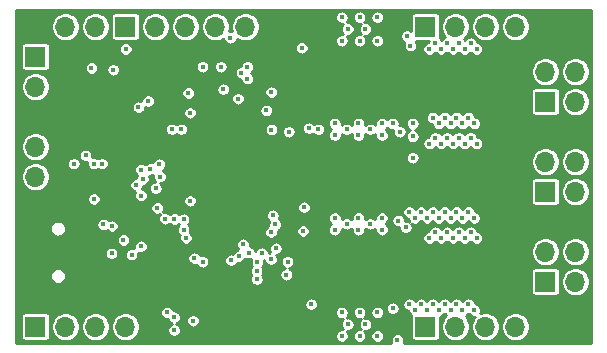
<source format=gbr>
%TF.GenerationSoftware,KiCad,Pcbnew,(5.1.12)-1*%
%TF.CreationDate,2022-01-31T23:19:20+01:00*%
%TF.ProjectId,xESC2,78455343-322e-46b6-9963-61645f706362,rev?*%
%TF.SameCoordinates,Original*%
%TF.FileFunction,Copper,L2,Inr*%
%TF.FilePolarity,Positive*%
%FSLAX46Y46*%
G04 Gerber Fmt 4.6, Leading zero omitted, Abs format (unit mm)*
G04 Created by KiCad (PCBNEW (5.1.12)-1) date 2022-01-31 23:19:20*
%MOMM*%
%LPD*%
G01*
G04 APERTURE LIST*
%TA.AperFunction,ComponentPad*%
%ADD10O,1.700000X1.700000*%
%TD*%
%TA.AperFunction,ComponentPad*%
%ADD11R,1.700000X1.700000*%
%TD*%
%TA.AperFunction,ComponentPad*%
%ADD12O,1.700000X0.850000*%
%TD*%
%TA.AperFunction,ViaPad*%
%ADD13C,0.400000*%
%TD*%
%TA.AperFunction,Conductor*%
%ADD14C,0.254000*%
%TD*%
%TA.AperFunction,Conductor*%
%ADD15C,0.100000*%
%TD*%
G04 APERTURE END LIST*
D10*
%TO.N,GND*%
%TO.C,J10*%
X276780000Y-131100000D03*
X274240000Y-131100000D03*
%TO.N,+5V*%
X271700000Y-131100000D03*
X269160000Y-131100000D03*
%TO.N,/VM*%
X266620000Y-131100000D03*
D11*
X264080000Y-131100000D03*
%TD*%
D10*
%TO.N,GND*%
%TO.C,J9*%
X276780000Y-105700000D03*
X274240000Y-105700000D03*
%TO.N,+5V*%
X271700000Y-105700000D03*
X269160000Y-105700000D03*
%TO.N,/VM*%
X266620000Y-105700000D03*
D11*
X264080000Y-105700000D03*
%TD*%
D10*
%TO.N,Net-(C26-Pad1)*%
%TO.C,J8*%
X276780000Y-109510000D03*
X274240000Y-109510000D03*
X276780000Y-112050000D03*
D11*
X274240000Y-112050000D03*
%TD*%
D10*
%TO.N,Net-(C25-Pad1)*%
%TO.C,J7*%
X276780000Y-117130000D03*
X274240000Y-117130000D03*
X276780000Y-119670000D03*
D11*
X274240000Y-119670000D03*
%TD*%
D10*
%TO.N,Net-(C24-Pad1)*%
%TO.C,J6*%
X276780000Y-124750000D03*
X274240000Y-124750000D03*
X276780000Y-127290000D03*
D11*
X274240000Y-127290000D03*
%TD*%
D10*
%TO.N,Net-(J5-Pad3)*%
%TO.C,J5*%
X236140000Y-105700000D03*
%TO.N,Net-(J5-Pad2)*%
X233600000Y-105700000D03*
D11*
%TO.N,GND*%
X231060000Y-105700000D03*
%TD*%
D10*
%TO.N,GND*%
%TO.C,J4*%
X241220000Y-131100000D03*
%TO.N,/MCU/RX_NCS_EXT*%
X238680000Y-131100000D03*
%TO.N,/MCU/SCK_EXT*%
X236140000Y-131100000D03*
%TO.N,/MCU/TX_MOSI_EXT*%
X233600000Y-131100000D03*
D11*
%TO.N,/MCU/MISO_EXT*%
X231060000Y-131100000D03*
%TD*%
D10*
%TO.N,/MCU/Reset*%
%TO.C,J3*%
X231060000Y-118400000D03*
%TO.N,/MCU/SWDIO*%
X231060000Y-115860000D03*
%TO.N,GND*%
X231060000Y-113320000D03*
%TO.N,/MCU/SWDCLK*%
X231060000Y-110780000D03*
D11*
%TO.N,+3V3*%
X231060000Y-108240000D03*
%TD*%
D12*
%TO.N,GND*%
%TO.C,J2*%
X230600000Y-127625000D03*
X230600000Y-121975000D03*
%TD*%
D10*
%TO.N,GND*%
%TO.C,J1*%
X251380000Y-105700000D03*
%TO.N,/HALL3*%
X248840000Y-105700000D03*
%TO.N,/HALL2*%
X246300000Y-105700000D03*
%TO.N,/HALL1*%
X243760000Y-105700000D03*
%TO.N,/TEMP_MOTOR*%
X241220000Y-105700000D03*
D11*
%TO.N,+5V*%
X238680000Y-105700000D03*
%TD*%
D13*
%TO.N,Net-(Q1-Pad4)*%
X261300000Y-129550000D03*
%TO.N,GND*%
X245500000Y-106800000D03*
X247600000Y-105000000D03*
X272500000Y-114000000D03*
X274500000Y-115000000D03*
X275000000Y-114500000D03*
X274000000Y-114500000D03*
X273000000Y-114500000D03*
X272000000Y-114500000D03*
X269500000Y-115000000D03*
X271000000Y-114500000D03*
X272500000Y-115000000D03*
X274500000Y-114000000D03*
X270500000Y-115000000D03*
X270000000Y-114500000D03*
X271500000Y-114000000D03*
X273500000Y-114000000D03*
X273500000Y-115000000D03*
X270500000Y-114000000D03*
X271500000Y-115000000D03*
X247200000Y-116200000D03*
X245200000Y-116200000D03*
X245200000Y-118200000D03*
X247200000Y-118200000D03*
X249000000Y-119800000D03*
X247200000Y-120200000D03*
X245200000Y-120200000D03*
X275000000Y-122500000D03*
X274000000Y-122500000D03*
X273000000Y-122500000D03*
X272000000Y-122500000D03*
X271000000Y-122500000D03*
X270000000Y-122500000D03*
X269000000Y-122500000D03*
X271500000Y-123000000D03*
X272500000Y-123000000D03*
X273500000Y-123000000D03*
X274500000Y-123000000D03*
X273500000Y-122000000D03*
X272500000Y-122000000D03*
X271500000Y-122000000D03*
X274500000Y-122000000D03*
X270500000Y-122000000D03*
X270500000Y-123000000D03*
X269500000Y-122000000D03*
X269500000Y-123000000D03*
X243600000Y-107900000D03*
X237200000Y-115400000D03*
X246000000Y-126500000D03*
X260800000Y-119400000D03*
X263300000Y-123700000D03*
X260709490Y-127400000D03*
X242600000Y-126500000D03*
X252000000Y-128900000D03*
X254650000Y-126900000D03*
X255050000Y-122900000D03*
X247850000Y-132350000D03*
X243750000Y-113700000D03*
X254600000Y-107400000D03*
X240000000Y-105000000D03*
X242500000Y-104900000D03*
X254000000Y-131600000D03*
X240300000Y-107500000D03*
X249600000Y-107500000D03*
X241800000Y-108000000D03*
X261500000Y-107100000D03*
X260822609Y-111744521D03*
X263600000Y-107300000D03*
X261563218Y-115351327D03*
X254300000Y-115300000D03*
%TO.N,Net-(Q2-Pad4)*%
X261700000Y-132227013D03*
%TO.N,Net-(Q3-Pad4)*%
X261773867Y-122118980D03*
%TO.N,Net-(Q4-Pad4)*%
X262400000Y-122700000D03*
%TO.N,Net-(Q5-Pad4)*%
X262799956Y-107300000D03*
%TO.N,Net-(Q6-Pad4)*%
X262499999Y-106499961D03*
%TO.N,/Power/LSU*%
X254400000Y-129200000D03*
X249845812Y-125618976D03*
%TO.N,/Power/LSV*%
X250209322Y-124879919D03*
X253800000Y-121000000D03*
%TO.N,/Power/LSW*%
X251000000Y-125400000D03*
X253600000Y-107500000D03*
%TO.N,/Power/VOFS*%
X243600000Y-122900000D03*
X242800000Y-130300000D03*
%TO.N,+3V3*%
X241599856Y-118396990D03*
X235800000Y-109199996D03*
X237634306Y-109356020D03*
X244400000Y-130600000D03*
X249800000Y-127100000D03*
X236000000Y-117300000D03*
X251041416Y-114410852D03*
X236000000Y-120300000D03*
X244150000Y-120450000D03*
X246950000Y-111000000D03*
X244150000Y-113000000D03*
X248290510Y-125128626D03*
X263000000Y-116799998D03*
X261900000Y-114600000D03*
X255000000Y-114400000D03*
%TO.N,+5V*%
X238700000Y-107600000D03*
X235300000Y-116599988D03*
%TO.N,/PHASE_U_RAW*%
X267200000Y-129700000D03*
X267700000Y-129200000D03*
X268200000Y-129700000D03*
X264400000Y-123600000D03*
X265400000Y-123600000D03*
X266400000Y-123600000D03*
X267400000Y-123600000D03*
X268400000Y-123600000D03*
X264900000Y-123100000D03*
X265900000Y-123100000D03*
X266900000Y-123100000D03*
X267900000Y-123100000D03*
X266700000Y-129200000D03*
X265700000Y-129200000D03*
X264700000Y-129200000D03*
X263700000Y-129200000D03*
X262700000Y-129200000D03*
X263200000Y-129700000D03*
X264200000Y-129700000D03*
X265200000Y-129700000D03*
X266200000Y-129700000D03*
%TO.N,/PHASE_V_RAW*%
X267200000Y-121900000D03*
X267700000Y-121400000D03*
X268200000Y-121900000D03*
X265700000Y-121400000D03*
X264400000Y-115600000D03*
X265400000Y-115600000D03*
X266400000Y-115600000D03*
X267400000Y-115600000D03*
X268400000Y-115600000D03*
X264900000Y-115100000D03*
X265900000Y-115100000D03*
X266900000Y-115100000D03*
X267900000Y-115100000D03*
X266700000Y-121400000D03*
X264700000Y-121400000D03*
X263700000Y-121400000D03*
X262700000Y-121400000D03*
X263200000Y-121900000D03*
X264200000Y-121900000D03*
X265200000Y-121900000D03*
X266200000Y-121900000D03*
%TO.N,/PHASE_W_RAW*%
X264400000Y-107600000D03*
X267200000Y-113900000D03*
X267700000Y-113400000D03*
X268200000Y-113900000D03*
X266700000Y-113400000D03*
X265700000Y-113400000D03*
X264700000Y-113400000D03*
X266400000Y-107600000D03*
X267400000Y-107600000D03*
X268400000Y-107600000D03*
X264900000Y-107100000D03*
X265900000Y-107100000D03*
X266900000Y-107100000D03*
X267900000Y-107100000D03*
X265200000Y-113900000D03*
X266200000Y-113900000D03*
X265400000Y-107600000D03*
%TO.N,/CUR_U*%
X240000000Y-124300000D03*
%TO.N,/CUR_V*%
X239200000Y-125000000D03*
%TO.N,/CUR_W*%
X237500000Y-124900000D03*
%TO.N,/PHASE_U_FILTERED*%
X243803355Y-123596645D03*
X252300000Y-126700000D03*
X252400000Y-125600000D03*
X251000012Y-123100000D03*
%TO.N,/PHASE_V_FILTERED*%
X243600000Y-122000000D03*
X253709490Y-123005611D03*
X251350000Y-122450000D03*
%TO.N,/PHASE_W_FILTERED*%
X250600000Y-112800000D03*
X242031011Y-121969122D03*
%TO.N,/MCU/Reset*%
X238509490Y-123766218D03*
%TO.N,/MCU/WL*%
X240786903Y-117742382D03*
%TO.N,/MCU/WH*%
X240000000Y-117800000D03*
%TO.N,/MCU/VL*%
X241539206Y-117349303D03*
%TO.N,/MCU/VH*%
X240147324Y-118595058D03*
%TO.N,/MCU/UL*%
X241235023Y-119394459D03*
%TO.N,/MCU/UH*%
X239600000Y-119100000D03*
%TO.N,/MCU/FAULT*%
X239778390Y-112516207D03*
X251413987Y-124461721D03*
%TO.N,/MCU/DRV_ENABLE*%
X240600000Y-112000000D03*
%TO.N,/MCU/DRV_MISO*%
X243400000Y-114400000D03*
%TO.N,/MCU/DRV_MOSI*%
X240000000Y-120000000D03*
%TO.N,/MCU/DRV_SCK*%
X242600000Y-114400000D03*
%TO.N,/MCU/DRV_NCS*%
X241368944Y-121057837D03*
%TO.N,/MCU/TX_MOSI_EXT*%
X242814042Y-121990510D03*
%TO.N,/MCU/CAN_TX*%
X236700000Y-117300000D03*
%TO.N,/MCU/CAN_RX*%
X234300000Y-117300000D03*
%TO.N,/MCU/SWDCLK*%
X244000000Y-111322990D03*
%TO.N,/MCU/SWDIO*%
X248200000Y-111800000D03*
%TO.N,/MCU/RX_NCS_EXT*%
X251155479Y-121665452D03*
%TO.N,/MCU/MISO_EXT*%
X244500000Y-125300006D03*
%TO.N,/MCU/SCK_EXT*%
X242800000Y-131400000D03*
X247619670Y-125474274D03*
%TO.N,/TEMP_MOTOR*%
X248624473Y-124123589D03*
X251029529Y-111244521D03*
%TO.N,/HALL1*%
X247548867Y-106651133D03*
%TO.N,Net-(J2-Pad3)*%
X245200000Y-109100000D03*
X237538291Y-122590510D03*
%TO.N,Net-(J2-Pad2)*%
X236800000Y-122450000D03*
X246755479Y-109090510D03*
%TO.N,/LED_GREEN*%
X249108792Y-124834704D03*
X249782098Y-126400018D03*
%TO.N,/VM*%
X249000000Y-109100000D03*
X249000000Y-110100000D03*
X248500000Y-109600000D03*
X258400000Y-122900000D03*
X256400000Y-121900000D03*
X260400000Y-122900000D03*
X258500000Y-131900000D03*
X260400000Y-121900000D03*
X259400000Y-122400000D03*
X257000000Y-131900000D03*
X258500000Y-129900000D03*
X257400000Y-122400000D03*
X256400000Y-122900000D03*
X258400000Y-121900000D03*
X260000000Y-131900000D03*
X260000000Y-129900000D03*
X257000000Y-129900000D03*
X257500000Y-130900000D03*
X259000000Y-130900000D03*
X256400000Y-114900000D03*
X256400000Y-113900000D03*
X257400000Y-114400000D03*
X258400000Y-113900000D03*
X258400000Y-114900000D03*
X259400000Y-114400000D03*
X260400000Y-113900000D03*
X260400000Y-114900000D03*
X257000000Y-104900000D03*
X257000000Y-106900000D03*
X258500000Y-104900000D03*
X258500000Y-106900000D03*
X260000000Y-106900000D03*
X260000000Y-104900000D03*
X257500000Y-105900000D03*
X259000000Y-105900000D03*
%TO.N,/V_M_FILTERED*%
X242200000Y-129900000D03*
X252509490Y-114600000D03*
%TO.N,/PCB_TEMP*%
X263000000Y-115000000D03*
X245200000Y-125600000D03*
X263000000Y-113900000D03*
X254200000Y-114300000D03*
X261299980Y-113900000D03*
%TD*%
D14*
%TO.N,GND*%
X278094001Y-132494000D02*
X262218280Y-132494000D01*
X262258672Y-132396484D01*
X262281000Y-132284236D01*
X262281000Y-132169790D01*
X262258672Y-132057542D01*
X262214875Y-131951806D01*
X262151292Y-131856647D01*
X262070366Y-131775721D01*
X261975207Y-131712138D01*
X261869471Y-131668341D01*
X261757223Y-131646013D01*
X261642777Y-131646013D01*
X261530529Y-131668341D01*
X261424793Y-131712138D01*
X261329634Y-131775721D01*
X261248708Y-131856647D01*
X261185125Y-131951806D01*
X261141328Y-132057542D01*
X261119000Y-132169790D01*
X261119000Y-132284236D01*
X261141328Y-132396484D01*
X261181720Y-132494000D01*
X229406000Y-132494000D01*
X229406000Y-130250000D01*
X229827157Y-130250000D01*
X229827157Y-131950000D01*
X229834513Y-132024689D01*
X229856299Y-132096508D01*
X229891678Y-132162696D01*
X229939289Y-132220711D01*
X229997304Y-132268322D01*
X230063492Y-132303701D01*
X230135311Y-132325487D01*
X230210000Y-132332843D01*
X231910000Y-132332843D01*
X231984689Y-132325487D01*
X232056508Y-132303701D01*
X232122696Y-132268322D01*
X232180711Y-132220711D01*
X232228322Y-132162696D01*
X232263701Y-132096508D01*
X232285487Y-132024689D01*
X232292843Y-131950000D01*
X232292843Y-130978757D01*
X232369000Y-130978757D01*
X232369000Y-131221243D01*
X232416307Y-131459069D01*
X232509102Y-131683097D01*
X232643820Y-131884717D01*
X232815283Y-132056180D01*
X233016903Y-132190898D01*
X233240931Y-132283693D01*
X233478757Y-132331000D01*
X233721243Y-132331000D01*
X233959069Y-132283693D01*
X234183097Y-132190898D01*
X234384717Y-132056180D01*
X234556180Y-131884717D01*
X234690898Y-131683097D01*
X234783693Y-131459069D01*
X234831000Y-131221243D01*
X234831000Y-130978757D01*
X234909000Y-130978757D01*
X234909000Y-131221243D01*
X234956307Y-131459069D01*
X235049102Y-131683097D01*
X235183820Y-131884717D01*
X235355283Y-132056180D01*
X235556903Y-132190898D01*
X235780931Y-132283693D01*
X236018757Y-132331000D01*
X236261243Y-132331000D01*
X236499069Y-132283693D01*
X236723097Y-132190898D01*
X236924717Y-132056180D01*
X237096180Y-131884717D01*
X237230898Y-131683097D01*
X237323693Y-131459069D01*
X237371000Y-131221243D01*
X237371000Y-130978757D01*
X237449000Y-130978757D01*
X237449000Y-131221243D01*
X237496307Y-131459069D01*
X237589102Y-131683097D01*
X237723820Y-131884717D01*
X237895283Y-132056180D01*
X238096903Y-132190898D01*
X238320931Y-132283693D01*
X238558757Y-132331000D01*
X238801243Y-132331000D01*
X239039069Y-132283693D01*
X239263097Y-132190898D01*
X239464717Y-132056180D01*
X239636180Y-131884717D01*
X239770898Y-131683097D01*
X239863693Y-131459069D01*
X239911000Y-131221243D01*
X239911000Y-130978757D01*
X239863693Y-130740931D01*
X239770898Y-130516903D01*
X239636180Y-130315283D01*
X239464717Y-130143820D01*
X239263097Y-130009102D01*
X239039069Y-129916307D01*
X238801243Y-129869000D01*
X238558757Y-129869000D01*
X238320931Y-129916307D01*
X238096903Y-130009102D01*
X237895283Y-130143820D01*
X237723820Y-130315283D01*
X237589102Y-130516903D01*
X237496307Y-130740931D01*
X237449000Y-130978757D01*
X237371000Y-130978757D01*
X237323693Y-130740931D01*
X237230898Y-130516903D01*
X237096180Y-130315283D01*
X236924717Y-130143820D01*
X236723097Y-130009102D01*
X236499069Y-129916307D01*
X236261243Y-129869000D01*
X236018757Y-129869000D01*
X235780931Y-129916307D01*
X235556903Y-130009102D01*
X235355283Y-130143820D01*
X235183820Y-130315283D01*
X235049102Y-130516903D01*
X234956307Y-130740931D01*
X234909000Y-130978757D01*
X234831000Y-130978757D01*
X234783693Y-130740931D01*
X234690898Y-130516903D01*
X234556180Y-130315283D01*
X234384717Y-130143820D01*
X234183097Y-130009102D01*
X233959069Y-129916307D01*
X233721243Y-129869000D01*
X233478757Y-129869000D01*
X233240931Y-129916307D01*
X233016903Y-130009102D01*
X232815283Y-130143820D01*
X232643820Y-130315283D01*
X232509102Y-130516903D01*
X232416307Y-130740931D01*
X232369000Y-130978757D01*
X232292843Y-130978757D01*
X232292843Y-130250000D01*
X232285487Y-130175311D01*
X232263701Y-130103492D01*
X232228322Y-130037304D01*
X232180711Y-129979289D01*
X232122696Y-129931678D01*
X232056508Y-129896299D01*
X231984689Y-129874513D01*
X231910000Y-129867157D01*
X230210000Y-129867157D01*
X230135311Y-129874513D01*
X230063492Y-129896299D01*
X229997304Y-129931678D01*
X229939289Y-129979289D01*
X229891678Y-130037304D01*
X229856299Y-130103492D01*
X229834513Y-130175311D01*
X229827157Y-130250000D01*
X229406000Y-130250000D01*
X229406000Y-129842777D01*
X241619000Y-129842777D01*
X241619000Y-129957223D01*
X241641328Y-130069471D01*
X241685125Y-130175207D01*
X241748708Y-130270366D01*
X241829634Y-130351292D01*
X241924793Y-130414875D01*
X242030529Y-130458672D01*
X242142777Y-130481000D01*
X242246103Y-130481000D01*
X242285125Y-130575207D01*
X242348708Y-130670366D01*
X242429634Y-130751292D01*
X242524793Y-130814875D01*
X242609593Y-130850000D01*
X242524793Y-130885125D01*
X242429634Y-130948708D01*
X242348708Y-131029634D01*
X242285125Y-131124793D01*
X242241328Y-131230529D01*
X242219000Y-131342777D01*
X242219000Y-131457223D01*
X242241328Y-131569471D01*
X242285125Y-131675207D01*
X242348708Y-131770366D01*
X242429634Y-131851292D01*
X242524793Y-131914875D01*
X242630529Y-131958672D01*
X242742777Y-131981000D01*
X242857223Y-131981000D01*
X242969471Y-131958672D01*
X243075207Y-131914875D01*
X243170366Y-131851292D01*
X243251292Y-131770366D01*
X243314875Y-131675207D01*
X243358672Y-131569471D01*
X243381000Y-131457223D01*
X243381000Y-131342777D01*
X243358672Y-131230529D01*
X243314875Y-131124793D01*
X243251292Y-131029634D01*
X243170366Y-130948708D01*
X243075207Y-130885125D01*
X242990407Y-130850000D01*
X243075207Y-130814875D01*
X243170366Y-130751292D01*
X243251292Y-130670366D01*
X243314875Y-130575207D01*
X243328307Y-130542777D01*
X243819000Y-130542777D01*
X243819000Y-130657223D01*
X243841328Y-130769471D01*
X243885125Y-130875207D01*
X243948708Y-130970366D01*
X244029634Y-131051292D01*
X244124793Y-131114875D01*
X244230529Y-131158672D01*
X244342777Y-131181000D01*
X244457223Y-131181000D01*
X244569471Y-131158672D01*
X244675207Y-131114875D01*
X244770366Y-131051292D01*
X244851292Y-130970366D01*
X244914875Y-130875207D01*
X244958672Y-130769471D01*
X244981000Y-130657223D01*
X244981000Y-130542777D01*
X244958672Y-130430529D01*
X244914875Y-130324793D01*
X244851292Y-130229634D01*
X244770366Y-130148708D01*
X244675207Y-130085125D01*
X244569471Y-130041328D01*
X244457223Y-130019000D01*
X244342777Y-130019000D01*
X244230529Y-130041328D01*
X244124793Y-130085125D01*
X244029634Y-130148708D01*
X243948708Y-130229634D01*
X243885125Y-130324793D01*
X243841328Y-130430529D01*
X243819000Y-130542777D01*
X243328307Y-130542777D01*
X243358672Y-130469471D01*
X243381000Y-130357223D01*
X243381000Y-130242777D01*
X243358672Y-130130529D01*
X243314875Y-130024793D01*
X243251292Y-129929634D01*
X243170366Y-129848708D01*
X243161490Y-129842777D01*
X256419000Y-129842777D01*
X256419000Y-129957223D01*
X256441328Y-130069471D01*
X256485125Y-130175207D01*
X256548708Y-130270366D01*
X256629634Y-130351292D01*
X256724793Y-130414875D01*
X256830529Y-130458672D01*
X256942777Y-130481000D01*
X257057223Y-130481000D01*
X257107304Y-130471038D01*
X257048708Y-130529634D01*
X256985125Y-130624793D01*
X256941328Y-130730529D01*
X256919000Y-130842777D01*
X256919000Y-130957223D01*
X256941328Y-131069471D01*
X256985125Y-131175207D01*
X257048708Y-131270366D01*
X257107304Y-131328962D01*
X257057223Y-131319000D01*
X256942777Y-131319000D01*
X256830529Y-131341328D01*
X256724793Y-131385125D01*
X256629634Y-131448708D01*
X256548708Y-131529634D01*
X256485125Y-131624793D01*
X256441328Y-131730529D01*
X256419000Y-131842777D01*
X256419000Y-131957223D01*
X256441328Y-132069471D01*
X256485125Y-132175207D01*
X256548708Y-132270366D01*
X256629634Y-132351292D01*
X256724793Y-132414875D01*
X256830529Y-132458672D01*
X256942777Y-132481000D01*
X257057223Y-132481000D01*
X257169471Y-132458672D01*
X257275207Y-132414875D01*
X257370366Y-132351292D01*
X257451292Y-132270366D01*
X257514875Y-132175207D01*
X257558672Y-132069471D01*
X257581000Y-131957223D01*
X257581000Y-131842777D01*
X257558672Y-131730529D01*
X257514875Y-131624793D01*
X257451292Y-131529634D01*
X257392696Y-131471038D01*
X257442777Y-131481000D01*
X257557223Y-131481000D01*
X257669471Y-131458672D01*
X257775207Y-131414875D01*
X257870366Y-131351292D01*
X257951292Y-131270366D01*
X258014875Y-131175207D01*
X258058672Y-131069471D01*
X258081000Y-130957223D01*
X258081000Y-130842777D01*
X258058672Y-130730529D01*
X258014875Y-130624793D01*
X257951292Y-130529634D01*
X257870366Y-130448708D01*
X257775207Y-130385125D01*
X257669471Y-130341328D01*
X257557223Y-130319000D01*
X257442777Y-130319000D01*
X257392696Y-130328962D01*
X257451292Y-130270366D01*
X257514875Y-130175207D01*
X257558672Y-130069471D01*
X257581000Y-129957223D01*
X257581000Y-129842777D01*
X257919000Y-129842777D01*
X257919000Y-129957223D01*
X257941328Y-130069471D01*
X257985125Y-130175207D01*
X258048708Y-130270366D01*
X258129634Y-130351292D01*
X258224793Y-130414875D01*
X258330529Y-130458672D01*
X258442777Y-130481000D01*
X258557223Y-130481000D01*
X258607304Y-130471038D01*
X258548708Y-130529634D01*
X258485125Y-130624793D01*
X258441328Y-130730529D01*
X258419000Y-130842777D01*
X258419000Y-130957223D01*
X258441328Y-131069471D01*
X258485125Y-131175207D01*
X258548708Y-131270366D01*
X258607304Y-131328962D01*
X258557223Y-131319000D01*
X258442777Y-131319000D01*
X258330529Y-131341328D01*
X258224793Y-131385125D01*
X258129634Y-131448708D01*
X258048708Y-131529634D01*
X257985125Y-131624793D01*
X257941328Y-131730529D01*
X257919000Y-131842777D01*
X257919000Y-131957223D01*
X257941328Y-132069471D01*
X257985125Y-132175207D01*
X258048708Y-132270366D01*
X258129634Y-132351292D01*
X258224793Y-132414875D01*
X258330529Y-132458672D01*
X258442777Y-132481000D01*
X258557223Y-132481000D01*
X258669471Y-132458672D01*
X258775207Y-132414875D01*
X258870366Y-132351292D01*
X258951292Y-132270366D01*
X259014875Y-132175207D01*
X259058672Y-132069471D01*
X259081000Y-131957223D01*
X259081000Y-131842777D01*
X259419000Y-131842777D01*
X259419000Y-131957223D01*
X259441328Y-132069471D01*
X259485125Y-132175207D01*
X259548708Y-132270366D01*
X259629634Y-132351292D01*
X259724793Y-132414875D01*
X259830529Y-132458672D01*
X259942777Y-132481000D01*
X260057223Y-132481000D01*
X260169471Y-132458672D01*
X260275207Y-132414875D01*
X260370366Y-132351292D01*
X260451292Y-132270366D01*
X260514875Y-132175207D01*
X260558672Y-132069471D01*
X260581000Y-131957223D01*
X260581000Y-131842777D01*
X260558672Y-131730529D01*
X260514875Y-131624793D01*
X260451292Y-131529634D01*
X260370366Y-131448708D01*
X260275207Y-131385125D01*
X260169471Y-131341328D01*
X260057223Y-131319000D01*
X259942777Y-131319000D01*
X259830529Y-131341328D01*
X259724793Y-131385125D01*
X259629634Y-131448708D01*
X259548708Y-131529634D01*
X259485125Y-131624793D01*
X259441328Y-131730529D01*
X259419000Y-131842777D01*
X259081000Y-131842777D01*
X259058672Y-131730529D01*
X259014875Y-131624793D01*
X258951292Y-131529634D01*
X258892696Y-131471038D01*
X258942777Y-131481000D01*
X259057223Y-131481000D01*
X259169471Y-131458672D01*
X259275207Y-131414875D01*
X259370366Y-131351292D01*
X259451292Y-131270366D01*
X259514875Y-131175207D01*
X259558672Y-131069471D01*
X259581000Y-130957223D01*
X259581000Y-130842777D01*
X259558672Y-130730529D01*
X259514875Y-130624793D01*
X259451292Y-130529634D01*
X259370366Y-130448708D01*
X259275207Y-130385125D01*
X259169471Y-130341328D01*
X259057223Y-130319000D01*
X258942777Y-130319000D01*
X258892696Y-130328962D01*
X258951292Y-130270366D01*
X259014875Y-130175207D01*
X259058672Y-130069471D01*
X259081000Y-129957223D01*
X259081000Y-129842777D01*
X259419000Y-129842777D01*
X259419000Y-129957223D01*
X259441328Y-130069471D01*
X259485125Y-130175207D01*
X259548708Y-130270366D01*
X259629634Y-130351292D01*
X259724793Y-130414875D01*
X259830529Y-130458672D01*
X259942777Y-130481000D01*
X260057223Y-130481000D01*
X260169471Y-130458672D01*
X260275207Y-130414875D01*
X260370366Y-130351292D01*
X260451292Y-130270366D01*
X260514875Y-130175207D01*
X260558672Y-130069471D01*
X260581000Y-129957223D01*
X260581000Y-129842777D01*
X260558672Y-129730529D01*
X260514875Y-129624793D01*
X260451292Y-129529634D01*
X260414435Y-129492777D01*
X260719000Y-129492777D01*
X260719000Y-129607223D01*
X260741328Y-129719471D01*
X260785125Y-129825207D01*
X260848708Y-129920366D01*
X260929634Y-130001292D01*
X261024793Y-130064875D01*
X261130529Y-130108672D01*
X261242777Y-130131000D01*
X261357223Y-130131000D01*
X261469471Y-130108672D01*
X261575207Y-130064875D01*
X261670366Y-130001292D01*
X261751292Y-129920366D01*
X261814875Y-129825207D01*
X261858672Y-129719471D01*
X261881000Y-129607223D01*
X261881000Y-129492777D01*
X261858672Y-129380529D01*
X261814875Y-129274793D01*
X261751292Y-129179634D01*
X261714435Y-129142777D01*
X262119000Y-129142777D01*
X262119000Y-129257223D01*
X262141328Y-129369471D01*
X262185125Y-129475207D01*
X262248708Y-129570366D01*
X262329634Y-129651292D01*
X262424793Y-129714875D01*
X262530529Y-129758672D01*
X262622945Y-129777055D01*
X262641328Y-129869471D01*
X262685125Y-129975207D01*
X262748708Y-130070366D01*
X262829634Y-130151292D01*
X262856378Y-130169162D01*
X262854513Y-130175311D01*
X262847157Y-130250000D01*
X262847157Y-131950000D01*
X262854513Y-132024689D01*
X262876299Y-132096508D01*
X262911678Y-132162696D01*
X262959289Y-132220711D01*
X263017304Y-132268322D01*
X263083492Y-132303701D01*
X263155311Y-132325487D01*
X263230000Y-132332843D01*
X264930000Y-132332843D01*
X265004689Y-132325487D01*
X265076508Y-132303701D01*
X265142696Y-132268322D01*
X265200711Y-132220711D01*
X265248322Y-132162696D01*
X265283701Y-132096508D01*
X265305487Y-132024689D01*
X265312843Y-131950000D01*
X265312843Y-130269936D01*
X265369471Y-130258672D01*
X265475207Y-130214875D01*
X265570366Y-130151292D01*
X265651292Y-130070366D01*
X265700000Y-129997469D01*
X265748708Y-130070366D01*
X265828723Y-130150381D01*
X265663820Y-130315283D01*
X265529102Y-130516903D01*
X265436307Y-130740931D01*
X265389000Y-130978757D01*
X265389000Y-131221243D01*
X265436307Y-131459069D01*
X265529102Y-131683097D01*
X265663820Y-131884717D01*
X265835283Y-132056180D01*
X266036903Y-132190898D01*
X266260931Y-132283693D01*
X266498757Y-132331000D01*
X266741243Y-132331000D01*
X266979069Y-132283693D01*
X267203097Y-132190898D01*
X267404717Y-132056180D01*
X267576180Y-131884717D01*
X267710898Y-131683097D01*
X267803693Y-131459069D01*
X267851000Y-131221243D01*
X267851000Y-130978757D01*
X267803693Y-130740931D01*
X267710898Y-130516903D01*
X267576180Y-130315283D01*
X267475546Y-130214649D01*
X267570366Y-130151292D01*
X267651292Y-130070366D01*
X267700000Y-129997469D01*
X267748708Y-130070366D01*
X267829634Y-130151292D01*
X267924793Y-130214875D01*
X268030529Y-130258672D01*
X268142777Y-130281000D01*
X268238103Y-130281000D01*
X268203820Y-130315283D01*
X268069102Y-130516903D01*
X267976307Y-130740931D01*
X267929000Y-130978757D01*
X267929000Y-131221243D01*
X267976307Y-131459069D01*
X268069102Y-131683097D01*
X268203820Y-131884717D01*
X268375283Y-132056180D01*
X268576903Y-132190898D01*
X268800931Y-132283693D01*
X269038757Y-132331000D01*
X269281243Y-132331000D01*
X269519069Y-132283693D01*
X269743097Y-132190898D01*
X269944717Y-132056180D01*
X270116180Y-131884717D01*
X270250898Y-131683097D01*
X270343693Y-131459069D01*
X270391000Y-131221243D01*
X270391000Y-130978757D01*
X270469000Y-130978757D01*
X270469000Y-131221243D01*
X270516307Y-131459069D01*
X270609102Y-131683097D01*
X270743820Y-131884717D01*
X270915283Y-132056180D01*
X271116903Y-132190898D01*
X271340931Y-132283693D01*
X271578757Y-132331000D01*
X271821243Y-132331000D01*
X272059069Y-132283693D01*
X272283097Y-132190898D01*
X272484717Y-132056180D01*
X272656180Y-131884717D01*
X272790898Y-131683097D01*
X272883693Y-131459069D01*
X272931000Y-131221243D01*
X272931000Y-130978757D01*
X272883693Y-130740931D01*
X272790898Y-130516903D01*
X272656180Y-130315283D01*
X272484717Y-130143820D01*
X272283097Y-130009102D01*
X272059069Y-129916307D01*
X271821243Y-129869000D01*
X271578757Y-129869000D01*
X271340931Y-129916307D01*
X271116903Y-130009102D01*
X270915283Y-130143820D01*
X270743820Y-130315283D01*
X270609102Y-130516903D01*
X270516307Y-130740931D01*
X270469000Y-130978757D01*
X270391000Y-130978757D01*
X270343693Y-130740931D01*
X270250898Y-130516903D01*
X270116180Y-130315283D01*
X269944717Y-130143820D01*
X269743097Y-130009102D01*
X269519069Y-129916307D01*
X269281243Y-129869000D01*
X269038757Y-129869000D01*
X268800931Y-129916307D01*
X268726502Y-129947136D01*
X268758672Y-129869471D01*
X268781000Y-129757223D01*
X268781000Y-129642777D01*
X268758672Y-129530529D01*
X268714875Y-129424793D01*
X268651292Y-129329634D01*
X268570366Y-129248708D01*
X268475207Y-129185125D01*
X268369471Y-129141328D01*
X268277055Y-129122945D01*
X268258672Y-129030529D01*
X268214875Y-128924793D01*
X268151292Y-128829634D01*
X268070366Y-128748708D01*
X267975207Y-128685125D01*
X267869471Y-128641328D01*
X267757223Y-128619000D01*
X267642777Y-128619000D01*
X267530529Y-128641328D01*
X267424793Y-128685125D01*
X267329634Y-128748708D01*
X267248708Y-128829634D01*
X267200000Y-128902531D01*
X267151292Y-128829634D01*
X267070366Y-128748708D01*
X266975207Y-128685125D01*
X266869471Y-128641328D01*
X266757223Y-128619000D01*
X266642777Y-128619000D01*
X266530529Y-128641328D01*
X266424793Y-128685125D01*
X266329634Y-128748708D01*
X266248708Y-128829634D01*
X266200000Y-128902531D01*
X266151292Y-128829634D01*
X266070366Y-128748708D01*
X265975207Y-128685125D01*
X265869471Y-128641328D01*
X265757223Y-128619000D01*
X265642777Y-128619000D01*
X265530529Y-128641328D01*
X265424793Y-128685125D01*
X265329634Y-128748708D01*
X265248708Y-128829634D01*
X265200000Y-128902531D01*
X265151292Y-128829634D01*
X265070366Y-128748708D01*
X264975207Y-128685125D01*
X264869471Y-128641328D01*
X264757223Y-128619000D01*
X264642777Y-128619000D01*
X264530529Y-128641328D01*
X264424793Y-128685125D01*
X264329634Y-128748708D01*
X264248708Y-128829634D01*
X264200000Y-128902531D01*
X264151292Y-128829634D01*
X264070366Y-128748708D01*
X263975207Y-128685125D01*
X263869471Y-128641328D01*
X263757223Y-128619000D01*
X263642777Y-128619000D01*
X263530529Y-128641328D01*
X263424793Y-128685125D01*
X263329634Y-128748708D01*
X263248708Y-128829634D01*
X263200000Y-128902531D01*
X263151292Y-128829634D01*
X263070366Y-128748708D01*
X262975207Y-128685125D01*
X262869471Y-128641328D01*
X262757223Y-128619000D01*
X262642777Y-128619000D01*
X262530529Y-128641328D01*
X262424793Y-128685125D01*
X262329634Y-128748708D01*
X262248708Y-128829634D01*
X262185125Y-128924793D01*
X262141328Y-129030529D01*
X262119000Y-129142777D01*
X261714435Y-129142777D01*
X261670366Y-129098708D01*
X261575207Y-129035125D01*
X261469471Y-128991328D01*
X261357223Y-128969000D01*
X261242777Y-128969000D01*
X261130529Y-128991328D01*
X261024793Y-129035125D01*
X260929634Y-129098708D01*
X260848708Y-129179634D01*
X260785125Y-129274793D01*
X260741328Y-129380529D01*
X260719000Y-129492777D01*
X260414435Y-129492777D01*
X260370366Y-129448708D01*
X260275207Y-129385125D01*
X260169471Y-129341328D01*
X260057223Y-129319000D01*
X259942777Y-129319000D01*
X259830529Y-129341328D01*
X259724793Y-129385125D01*
X259629634Y-129448708D01*
X259548708Y-129529634D01*
X259485125Y-129624793D01*
X259441328Y-129730529D01*
X259419000Y-129842777D01*
X259081000Y-129842777D01*
X259058672Y-129730529D01*
X259014875Y-129624793D01*
X258951292Y-129529634D01*
X258870366Y-129448708D01*
X258775207Y-129385125D01*
X258669471Y-129341328D01*
X258557223Y-129319000D01*
X258442777Y-129319000D01*
X258330529Y-129341328D01*
X258224793Y-129385125D01*
X258129634Y-129448708D01*
X258048708Y-129529634D01*
X257985125Y-129624793D01*
X257941328Y-129730529D01*
X257919000Y-129842777D01*
X257581000Y-129842777D01*
X257558672Y-129730529D01*
X257514875Y-129624793D01*
X257451292Y-129529634D01*
X257370366Y-129448708D01*
X257275207Y-129385125D01*
X257169471Y-129341328D01*
X257057223Y-129319000D01*
X256942777Y-129319000D01*
X256830529Y-129341328D01*
X256724793Y-129385125D01*
X256629634Y-129448708D01*
X256548708Y-129529634D01*
X256485125Y-129624793D01*
X256441328Y-129730529D01*
X256419000Y-129842777D01*
X243161490Y-129842777D01*
X243075207Y-129785125D01*
X242969471Y-129741328D01*
X242857223Y-129719000D01*
X242753897Y-129719000D01*
X242714875Y-129624793D01*
X242651292Y-129529634D01*
X242570366Y-129448708D01*
X242475207Y-129385125D01*
X242369471Y-129341328D01*
X242257223Y-129319000D01*
X242142777Y-129319000D01*
X242030529Y-129341328D01*
X241924793Y-129385125D01*
X241829634Y-129448708D01*
X241748708Y-129529634D01*
X241685125Y-129624793D01*
X241641328Y-129730529D01*
X241619000Y-129842777D01*
X229406000Y-129842777D01*
X229406000Y-129142777D01*
X253819000Y-129142777D01*
X253819000Y-129257223D01*
X253841328Y-129369471D01*
X253885125Y-129475207D01*
X253948708Y-129570366D01*
X254029634Y-129651292D01*
X254124793Y-129714875D01*
X254230529Y-129758672D01*
X254342777Y-129781000D01*
X254457223Y-129781000D01*
X254569471Y-129758672D01*
X254675207Y-129714875D01*
X254770366Y-129651292D01*
X254851292Y-129570366D01*
X254914875Y-129475207D01*
X254958672Y-129369471D01*
X254981000Y-129257223D01*
X254981000Y-129142777D01*
X254958672Y-129030529D01*
X254914875Y-128924793D01*
X254851292Y-128829634D01*
X254770366Y-128748708D01*
X254675207Y-128685125D01*
X254569471Y-128641328D01*
X254457223Y-128619000D01*
X254342777Y-128619000D01*
X254230529Y-128641328D01*
X254124793Y-128685125D01*
X254029634Y-128748708D01*
X253948708Y-128829634D01*
X253885125Y-128924793D01*
X253841328Y-129030529D01*
X253819000Y-129142777D01*
X229406000Y-129142777D01*
X229406000Y-126732927D01*
X232269000Y-126732927D01*
X232269000Y-126867073D01*
X232295171Y-126998640D01*
X232346506Y-127122574D01*
X232421033Y-127234112D01*
X232515888Y-127328967D01*
X232627426Y-127403494D01*
X232751360Y-127454829D01*
X232882927Y-127481000D01*
X233017073Y-127481000D01*
X233148640Y-127454829D01*
X233272574Y-127403494D01*
X233384112Y-127328967D01*
X233478967Y-127234112D01*
X233553494Y-127122574D01*
X233604829Y-126998640D01*
X233631000Y-126867073D01*
X233631000Y-126732927D01*
X233604829Y-126601360D01*
X233553494Y-126477426D01*
X233478967Y-126365888D01*
X233384112Y-126271033D01*
X233272574Y-126196506D01*
X233148640Y-126145171D01*
X233017073Y-126119000D01*
X232882927Y-126119000D01*
X232751360Y-126145171D01*
X232627426Y-126196506D01*
X232515888Y-126271033D01*
X232421033Y-126365888D01*
X232346506Y-126477426D01*
X232295171Y-126601360D01*
X232269000Y-126732927D01*
X229406000Y-126732927D01*
X229406000Y-124842777D01*
X236919000Y-124842777D01*
X236919000Y-124957223D01*
X236941328Y-125069471D01*
X236985125Y-125175207D01*
X237048708Y-125270366D01*
X237129634Y-125351292D01*
X237224793Y-125414875D01*
X237330529Y-125458672D01*
X237442777Y-125481000D01*
X237557223Y-125481000D01*
X237669471Y-125458672D01*
X237775207Y-125414875D01*
X237870366Y-125351292D01*
X237951292Y-125270366D01*
X238014875Y-125175207D01*
X238058672Y-125069471D01*
X238081000Y-124957223D01*
X238081000Y-124942777D01*
X238619000Y-124942777D01*
X238619000Y-125057223D01*
X238641328Y-125169471D01*
X238685125Y-125275207D01*
X238748708Y-125370366D01*
X238829634Y-125451292D01*
X238924793Y-125514875D01*
X239030529Y-125558672D01*
X239142777Y-125581000D01*
X239257223Y-125581000D01*
X239369471Y-125558672D01*
X239475207Y-125514875D01*
X239570366Y-125451292D01*
X239651292Y-125370366D01*
X239714875Y-125275207D01*
X239728305Y-125242783D01*
X243919000Y-125242783D01*
X243919000Y-125357229D01*
X243941328Y-125469477D01*
X243985125Y-125575213D01*
X244048708Y-125670372D01*
X244129634Y-125751298D01*
X244224793Y-125814881D01*
X244330529Y-125858678D01*
X244442777Y-125881006D01*
X244557223Y-125881006D01*
X244669471Y-125858678D01*
X244676989Y-125855564D01*
X244685125Y-125875207D01*
X244748708Y-125970366D01*
X244829634Y-126051292D01*
X244924793Y-126114875D01*
X245030529Y-126158672D01*
X245142777Y-126181000D01*
X245257223Y-126181000D01*
X245369471Y-126158672D01*
X245475207Y-126114875D01*
X245570366Y-126051292D01*
X245651292Y-125970366D01*
X245714875Y-125875207D01*
X245758672Y-125769471D01*
X245781000Y-125657223D01*
X245781000Y-125542777D01*
X245758672Y-125430529D01*
X245753090Y-125417051D01*
X247038670Y-125417051D01*
X247038670Y-125531497D01*
X247060998Y-125643745D01*
X247104795Y-125749481D01*
X247168378Y-125844640D01*
X247249304Y-125925566D01*
X247344463Y-125989149D01*
X247450199Y-126032946D01*
X247562447Y-126055274D01*
X247676893Y-126055274D01*
X247789141Y-126032946D01*
X247894877Y-125989149D01*
X247990036Y-125925566D01*
X248070962Y-125844640D01*
X248134545Y-125749481D01*
X248157313Y-125694514D01*
X248233287Y-125709626D01*
X248347733Y-125709626D01*
X248459981Y-125687298D01*
X248565717Y-125643501D01*
X248660876Y-125579918D01*
X248741802Y-125498992D01*
X248805385Y-125403833D01*
X248829099Y-125346582D01*
X248833585Y-125349579D01*
X248939321Y-125393376D01*
X249051569Y-125415704D01*
X249166015Y-125415704D01*
X249278263Y-125393376D01*
X249317043Y-125377313D01*
X249287140Y-125449505D01*
X249264812Y-125561753D01*
X249264812Y-125676199D01*
X249287140Y-125788447D01*
X249330937Y-125894183D01*
X249385146Y-125975312D01*
X249330806Y-126029652D01*
X249267223Y-126124811D01*
X249223426Y-126230547D01*
X249201098Y-126342795D01*
X249201098Y-126457241D01*
X249223426Y-126569489D01*
X249267223Y-126675225D01*
X249326143Y-126763405D01*
X249285125Y-126824793D01*
X249241328Y-126930529D01*
X249219000Y-127042777D01*
X249219000Y-127157223D01*
X249241328Y-127269471D01*
X249285125Y-127375207D01*
X249348708Y-127470366D01*
X249429634Y-127551292D01*
X249524793Y-127614875D01*
X249630529Y-127658672D01*
X249742777Y-127681000D01*
X249857223Y-127681000D01*
X249969471Y-127658672D01*
X250075207Y-127614875D01*
X250170366Y-127551292D01*
X250251292Y-127470366D01*
X250314875Y-127375207D01*
X250358672Y-127269471D01*
X250381000Y-127157223D01*
X250381000Y-127042777D01*
X250358672Y-126930529D01*
X250314875Y-126824793D01*
X250255955Y-126736613D01*
X250296973Y-126675225D01*
X250310413Y-126642777D01*
X251719000Y-126642777D01*
X251719000Y-126757223D01*
X251741328Y-126869471D01*
X251785125Y-126975207D01*
X251848708Y-127070366D01*
X251929634Y-127151292D01*
X252024793Y-127214875D01*
X252130529Y-127258672D01*
X252242777Y-127281000D01*
X252357223Y-127281000D01*
X252469471Y-127258672D01*
X252575207Y-127214875D01*
X252670366Y-127151292D01*
X252751292Y-127070366D01*
X252814875Y-126975207D01*
X252858672Y-126869471D01*
X252881000Y-126757223D01*
X252881000Y-126642777D01*
X252858672Y-126530529D01*
X252821174Y-126440000D01*
X273007157Y-126440000D01*
X273007157Y-128140000D01*
X273014513Y-128214689D01*
X273036299Y-128286508D01*
X273071678Y-128352696D01*
X273119289Y-128410711D01*
X273177304Y-128458322D01*
X273243492Y-128493701D01*
X273315311Y-128515487D01*
X273390000Y-128522843D01*
X275090000Y-128522843D01*
X275164689Y-128515487D01*
X275236508Y-128493701D01*
X275302696Y-128458322D01*
X275360711Y-128410711D01*
X275408322Y-128352696D01*
X275443701Y-128286508D01*
X275465487Y-128214689D01*
X275472843Y-128140000D01*
X275472843Y-127168757D01*
X275549000Y-127168757D01*
X275549000Y-127411243D01*
X275596307Y-127649069D01*
X275689102Y-127873097D01*
X275823820Y-128074717D01*
X275995283Y-128246180D01*
X276196903Y-128380898D01*
X276420931Y-128473693D01*
X276658757Y-128521000D01*
X276901243Y-128521000D01*
X277139069Y-128473693D01*
X277363097Y-128380898D01*
X277564717Y-128246180D01*
X277736180Y-128074717D01*
X277870898Y-127873097D01*
X277963693Y-127649069D01*
X278011000Y-127411243D01*
X278011000Y-127168757D01*
X277963693Y-126930931D01*
X277870898Y-126706903D01*
X277736180Y-126505283D01*
X277564717Y-126333820D01*
X277363097Y-126199102D01*
X277139069Y-126106307D01*
X276901243Y-126059000D01*
X276658757Y-126059000D01*
X276420931Y-126106307D01*
X276196903Y-126199102D01*
X275995283Y-126333820D01*
X275823820Y-126505283D01*
X275689102Y-126706903D01*
X275596307Y-126930931D01*
X275549000Y-127168757D01*
X275472843Y-127168757D01*
X275472843Y-126440000D01*
X275465487Y-126365311D01*
X275443701Y-126293492D01*
X275408322Y-126227304D01*
X275360711Y-126169289D01*
X275302696Y-126121678D01*
X275236508Y-126086299D01*
X275164689Y-126064513D01*
X275090000Y-126057157D01*
X273390000Y-126057157D01*
X273315311Y-126064513D01*
X273243492Y-126086299D01*
X273177304Y-126121678D01*
X273119289Y-126169289D01*
X273071678Y-126227304D01*
X273036299Y-126293492D01*
X273014513Y-126365311D01*
X273007157Y-126440000D01*
X252821174Y-126440000D01*
X252814875Y-126424793D01*
X252751292Y-126329634D01*
X252670366Y-126248708D01*
X252575207Y-126185125D01*
X252530202Y-126166483D01*
X252569471Y-126158672D01*
X252675207Y-126114875D01*
X252770366Y-126051292D01*
X252851292Y-125970366D01*
X252914875Y-125875207D01*
X252958672Y-125769471D01*
X252981000Y-125657223D01*
X252981000Y-125542777D01*
X252958672Y-125430529D01*
X252914875Y-125324793D01*
X252851292Y-125229634D01*
X252770366Y-125148708D01*
X252675207Y-125085125D01*
X252569471Y-125041328D01*
X252457223Y-125019000D01*
X252342777Y-125019000D01*
X252230529Y-125041328D01*
X252124793Y-125085125D01*
X252029634Y-125148708D01*
X251948708Y-125229634D01*
X251885125Y-125324793D01*
X251841328Y-125430529D01*
X251819000Y-125542777D01*
X251819000Y-125657223D01*
X251841328Y-125769471D01*
X251885125Y-125875207D01*
X251948708Y-125970366D01*
X252029634Y-126051292D01*
X252124793Y-126114875D01*
X252169798Y-126133517D01*
X252130529Y-126141328D01*
X252024793Y-126185125D01*
X251929634Y-126248708D01*
X251848708Y-126329634D01*
X251785125Y-126424793D01*
X251741328Y-126530529D01*
X251719000Y-126642777D01*
X250310413Y-126642777D01*
X250340770Y-126569489D01*
X250363098Y-126457241D01*
X250363098Y-126342795D01*
X250340770Y-126230547D01*
X250296973Y-126124811D01*
X250242764Y-126043682D01*
X250297104Y-125989342D01*
X250360687Y-125894183D01*
X250404484Y-125788447D01*
X250426812Y-125676199D01*
X250426812Y-125561753D01*
X250404484Y-125449505D01*
X250396863Y-125431106D01*
X250419000Y-125421937D01*
X250419000Y-125457223D01*
X250441328Y-125569471D01*
X250485125Y-125675207D01*
X250548708Y-125770366D01*
X250629634Y-125851292D01*
X250724793Y-125914875D01*
X250830529Y-125958672D01*
X250942777Y-125981000D01*
X251057223Y-125981000D01*
X251169471Y-125958672D01*
X251275207Y-125914875D01*
X251370366Y-125851292D01*
X251451292Y-125770366D01*
X251514875Y-125675207D01*
X251558672Y-125569471D01*
X251581000Y-125457223D01*
X251581000Y-125342777D01*
X251558672Y-125230529D01*
X251514875Y-125124793D01*
X251460036Y-125042721D01*
X251471210Y-125042721D01*
X251583458Y-125020393D01*
X251689194Y-124976596D01*
X251784353Y-124913013D01*
X251865279Y-124832087D01*
X251928862Y-124736928D01*
X251972659Y-124631192D01*
X251973143Y-124628757D01*
X273009000Y-124628757D01*
X273009000Y-124871243D01*
X273056307Y-125109069D01*
X273149102Y-125333097D01*
X273283820Y-125534717D01*
X273455283Y-125706180D01*
X273656903Y-125840898D01*
X273880931Y-125933693D01*
X274118757Y-125981000D01*
X274361243Y-125981000D01*
X274599069Y-125933693D01*
X274823097Y-125840898D01*
X275024717Y-125706180D01*
X275196180Y-125534717D01*
X275330898Y-125333097D01*
X275423693Y-125109069D01*
X275471000Y-124871243D01*
X275471000Y-124628757D01*
X275549000Y-124628757D01*
X275549000Y-124871243D01*
X275596307Y-125109069D01*
X275689102Y-125333097D01*
X275823820Y-125534717D01*
X275995283Y-125706180D01*
X276196903Y-125840898D01*
X276420931Y-125933693D01*
X276658757Y-125981000D01*
X276901243Y-125981000D01*
X277139069Y-125933693D01*
X277363097Y-125840898D01*
X277564717Y-125706180D01*
X277736180Y-125534717D01*
X277870898Y-125333097D01*
X277963693Y-125109069D01*
X278011000Y-124871243D01*
X278011000Y-124628757D01*
X277963693Y-124390931D01*
X277870898Y-124166903D01*
X277736180Y-123965283D01*
X277564717Y-123793820D01*
X277363097Y-123659102D01*
X277139069Y-123566307D01*
X276901243Y-123519000D01*
X276658757Y-123519000D01*
X276420931Y-123566307D01*
X276196903Y-123659102D01*
X275995283Y-123793820D01*
X275823820Y-123965283D01*
X275689102Y-124166903D01*
X275596307Y-124390931D01*
X275549000Y-124628757D01*
X275471000Y-124628757D01*
X275423693Y-124390931D01*
X275330898Y-124166903D01*
X275196180Y-123965283D01*
X275024717Y-123793820D01*
X274823097Y-123659102D01*
X274599069Y-123566307D01*
X274361243Y-123519000D01*
X274118757Y-123519000D01*
X273880931Y-123566307D01*
X273656903Y-123659102D01*
X273455283Y-123793820D01*
X273283820Y-123965283D01*
X273149102Y-124166903D01*
X273056307Y-124390931D01*
X273009000Y-124628757D01*
X251973143Y-124628757D01*
X251994987Y-124518944D01*
X251994987Y-124404498D01*
X251972659Y-124292250D01*
X251928862Y-124186514D01*
X251865279Y-124091355D01*
X251784353Y-124010429D01*
X251689194Y-123946846D01*
X251583458Y-123903049D01*
X251471210Y-123880721D01*
X251356764Y-123880721D01*
X251244516Y-123903049D01*
X251138780Y-123946846D01*
X251043621Y-124010429D01*
X250962695Y-124091355D01*
X250899112Y-124186514D01*
X250855315Y-124292250D01*
X250832987Y-124404498D01*
X250832987Y-124518944D01*
X250855315Y-124631192D01*
X250899112Y-124736928D01*
X250953951Y-124819000D01*
X250942777Y-124819000D01*
X250830529Y-124841328D01*
X250790322Y-124857982D01*
X250790322Y-124822696D01*
X250767994Y-124710448D01*
X250724197Y-124604712D01*
X250660614Y-124509553D01*
X250579688Y-124428627D01*
X250484529Y-124365044D01*
X250378793Y-124321247D01*
X250266545Y-124298919D01*
X250152099Y-124298919D01*
X250039851Y-124321247D01*
X249934115Y-124365044D01*
X249838956Y-124428627D01*
X249758030Y-124509553D01*
X249694447Y-124604712D01*
X249668085Y-124668356D01*
X249667464Y-124665233D01*
X249623667Y-124559497D01*
X249560084Y-124464338D01*
X249479158Y-124383412D01*
X249383999Y-124319829D01*
X249278263Y-124276032D01*
X249190024Y-124258480D01*
X249205473Y-124180812D01*
X249205473Y-124066366D01*
X249183145Y-123954118D01*
X249139348Y-123848382D01*
X249075765Y-123753223D01*
X248994839Y-123672297D01*
X248899680Y-123608714D01*
X248793944Y-123564917D01*
X248681696Y-123542589D01*
X248567250Y-123542589D01*
X248455002Y-123564917D01*
X248349266Y-123608714D01*
X248254107Y-123672297D01*
X248173181Y-123753223D01*
X248109598Y-123848382D01*
X248065801Y-123954118D01*
X248043473Y-124066366D01*
X248043473Y-124180812D01*
X248065801Y-124293060D01*
X248109598Y-124398796D01*
X248173181Y-124493955D01*
X248227920Y-124548694D01*
X248121039Y-124569954D01*
X248015303Y-124613751D01*
X247920144Y-124677334D01*
X247839218Y-124758260D01*
X247775635Y-124853419D01*
X247752867Y-124908386D01*
X247676893Y-124893274D01*
X247562447Y-124893274D01*
X247450199Y-124915602D01*
X247344463Y-124959399D01*
X247249304Y-125022982D01*
X247168378Y-125103908D01*
X247104795Y-125199067D01*
X247060998Y-125304803D01*
X247038670Y-125417051D01*
X245753090Y-125417051D01*
X245714875Y-125324793D01*
X245651292Y-125229634D01*
X245570366Y-125148708D01*
X245475207Y-125085125D01*
X245369471Y-125041328D01*
X245257223Y-125019000D01*
X245142777Y-125019000D01*
X245030529Y-125041328D01*
X245023011Y-125044442D01*
X245014875Y-125024799D01*
X244951292Y-124929640D01*
X244870366Y-124848714D01*
X244775207Y-124785131D01*
X244669471Y-124741334D01*
X244557223Y-124719006D01*
X244442777Y-124719006D01*
X244330529Y-124741334D01*
X244224793Y-124785131D01*
X244129634Y-124848714D01*
X244048708Y-124929640D01*
X243985125Y-125024799D01*
X243941328Y-125130535D01*
X243919000Y-125242783D01*
X239728305Y-125242783D01*
X239758672Y-125169471D01*
X239781000Y-125057223D01*
X239781000Y-124942777D01*
X239758672Y-124830529D01*
X239757862Y-124828572D01*
X239830529Y-124858672D01*
X239942777Y-124881000D01*
X240057223Y-124881000D01*
X240169471Y-124858672D01*
X240275207Y-124814875D01*
X240370366Y-124751292D01*
X240451292Y-124670366D01*
X240514875Y-124575207D01*
X240558672Y-124469471D01*
X240581000Y-124357223D01*
X240581000Y-124242777D01*
X240558672Y-124130529D01*
X240514875Y-124024793D01*
X240451292Y-123929634D01*
X240370366Y-123848708D01*
X240275207Y-123785125D01*
X240169471Y-123741328D01*
X240057223Y-123719000D01*
X239942777Y-123719000D01*
X239830529Y-123741328D01*
X239724793Y-123785125D01*
X239629634Y-123848708D01*
X239548708Y-123929634D01*
X239485125Y-124024793D01*
X239441328Y-124130529D01*
X239419000Y-124242777D01*
X239419000Y-124357223D01*
X239441328Y-124469471D01*
X239442138Y-124471428D01*
X239369471Y-124441328D01*
X239257223Y-124419000D01*
X239142777Y-124419000D01*
X239030529Y-124441328D01*
X238924793Y-124485125D01*
X238829634Y-124548708D01*
X238748708Y-124629634D01*
X238685125Y-124724793D01*
X238641328Y-124830529D01*
X238619000Y-124942777D01*
X238081000Y-124942777D01*
X238081000Y-124842777D01*
X238058672Y-124730529D01*
X238014875Y-124624793D01*
X237951292Y-124529634D01*
X237870366Y-124448708D01*
X237775207Y-124385125D01*
X237669471Y-124341328D01*
X237557223Y-124319000D01*
X237442777Y-124319000D01*
X237330529Y-124341328D01*
X237224793Y-124385125D01*
X237129634Y-124448708D01*
X237048708Y-124529634D01*
X236985125Y-124624793D01*
X236941328Y-124730529D01*
X236919000Y-124842777D01*
X229406000Y-124842777D01*
X229406000Y-123708995D01*
X237928490Y-123708995D01*
X237928490Y-123823441D01*
X237950818Y-123935689D01*
X237994615Y-124041425D01*
X238058198Y-124136584D01*
X238139124Y-124217510D01*
X238234283Y-124281093D01*
X238340019Y-124324890D01*
X238452267Y-124347218D01*
X238566713Y-124347218D01*
X238678961Y-124324890D01*
X238784697Y-124281093D01*
X238879856Y-124217510D01*
X238960782Y-124136584D01*
X239024365Y-124041425D01*
X239068162Y-123935689D01*
X239090490Y-123823441D01*
X239090490Y-123708995D01*
X239068162Y-123596747D01*
X239024365Y-123491011D01*
X238960782Y-123395852D01*
X238879856Y-123314926D01*
X238784697Y-123251343D01*
X238678961Y-123207546D01*
X238566713Y-123185218D01*
X238452267Y-123185218D01*
X238340019Y-123207546D01*
X238234283Y-123251343D01*
X238139124Y-123314926D01*
X238058198Y-123395852D01*
X237994615Y-123491011D01*
X237950818Y-123596747D01*
X237928490Y-123708995D01*
X229406000Y-123708995D01*
X229406000Y-122732927D01*
X232269000Y-122732927D01*
X232269000Y-122867073D01*
X232295171Y-122998640D01*
X232346506Y-123122574D01*
X232421033Y-123234112D01*
X232515888Y-123328967D01*
X232627426Y-123403494D01*
X232751360Y-123454829D01*
X232882927Y-123481000D01*
X233017073Y-123481000D01*
X233148640Y-123454829D01*
X233272574Y-123403494D01*
X233384112Y-123328967D01*
X233478967Y-123234112D01*
X233553494Y-123122574D01*
X233604829Y-122998640D01*
X233631000Y-122867073D01*
X233631000Y-122732927D01*
X233604829Y-122601360D01*
X233553494Y-122477426D01*
X233496934Y-122392777D01*
X236219000Y-122392777D01*
X236219000Y-122507223D01*
X236241328Y-122619471D01*
X236285125Y-122725207D01*
X236348708Y-122820366D01*
X236429634Y-122901292D01*
X236524793Y-122964875D01*
X236630529Y-123008672D01*
X236742777Y-123031000D01*
X236857223Y-123031000D01*
X236969471Y-123008672D01*
X237075207Y-122964875D01*
X237085207Y-122958193D01*
X237086999Y-122960876D01*
X237167925Y-123041802D01*
X237263084Y-123105385D01*
X237368820Y-123149182D01*
X237481068Y-123171510D01*
X237595514Y-123171510D01*
X237707762Y-123149182D01*
X237813498Y-123105385D01*
X237908657Y-123041802D01*
X237989583Y-122960876D01*
X238053166Y-122865717D01*
X238096963Y-122759981D01*
X238119291Y-122647733D01*
X238119291Y-122533287D01*
X238096963Y-122421039D01*
X238053166Y-122315303D01*
X237989583Y-122220144D01*
X237908657Y-122139218D01*
X237813498Y-122075635D01*
X237707762Y-122031838D01*
X237595514Y-122009510D01*
X237481068Y-122009510D01*
X237368820Y-122031838D01*
X237263084Y-122075635D01*
X237253084Y-122082317D01*
X237251292Y-122079634D01*
X237170366Y-121998708D01*
X237075207Y-121935125D01*
X236969471Y-121891328D01*
X236857223Y-121869000D01*
X236742777Y-121869000D01*
X236630529Y-121891328D01*
X236524793Y-121935125D01*
X236429634Y-121998708D01*
X236348708Y-122079634D01*
X236285125Y-122174793D01*
X236241328Y-122280529D01*
X236219000Y-122392777D01*
X233496934Y-122392777D01*
X233478967Y-122365888D01*
X233384112Y-122271033D01*
X233272574Y-122196506D01*
X233148640Y-122145171D01*
X233017073Y-122119000D01*
X232882927Y-122119000D01*
X232751360Y-122145171D01*
X232627426Y-122196506D01*
X232515888Y-122271033D01*
X232421033Y-122365888D01*
X232346506Y-122477426D01*
X232295171Y-122601360D01*
X232269000Y-122732927D01*
X229406000Y-122732927D01*
X229406000Y-121000614D01*
X240787944Y-121000614D01*
X240787944Y-121115060D01*
X240810272Y-121227308D01*
X240854069Y-121333044D01*
X240917652Y-121428203D01*
X240998578Y-121509129D01*
X241093737Y-121572712D01*
X241199473Y-121616509D01*
X241311721Y-121638837D01*
X241426167Y-121638837D01*
X241538415Y-121616509D01*
X241579124Y-121599647D01*
X241516136Y-121693915D01*
X241472339Y-121799651D01*
X241450011Y-121911899D01*
X241450011Y-122026345D01*
X241472339Y-122138593D01*
X241516136Y-122244329D01*
X241579719Y-122339488D01*
X241660645Y-122420414D01*
X241755804Y-122483997D01*
X241861540Y-122527794D01*
X241973788Y-122550122D01*
X242088234Y-122550122D01*
X242200482Y-122527794D01*
X242306218Y-122483997D01*
X242401377Y-122420414D01*
X242411833Y-122409959D01*
X242443676Y-122441802D01*
X242538835Y-122505385D01*
X242644571Y-122549182D01*
X242756819Y-122571510D01*
X242871265Y-122571510D01*
X242983513Y-122549182D01*
X243089249Y-122505385D01*
X243184408Y-122441802D01*
X243202276Y-122423934D01*
X243228342Y-122450000D01*
X243148708Y-122529634D01*
X243085125Y-122624793D01*
X243041328Y-122730529D01*
X243019000Y-122842777D01*
X243019000Y-122957223D01*
X243041328Y-123069471D01*
X243085125Y-123175207D01*
X243148708Y-123270366D01*
X243229634Y-123351292D01*
X243266039Y-123375617D01*
X243244683Y-123427174D01*
X243222355Y-123539422D01*
X243222355Y-123653868D01*
X243244683Y-123766116D01*
X243288480Y-123871852D01*
X243352063Y-123967011D01*
X243432989Y-124047937D01*
X243528148Y-124111520D01*
X243633884Y-124155317D01*
X243746132Y-124177645D01*
X243860578Y-124177645D01*
X243972826Y-124155317D01*
X244078562Y-124111520D01*
X244173721Y-124047937D01*
X244254647Y-123967011D01*
X244318230Y-123871852D01*
X244362027Y-123766116D01*
X244384355Y-123653868D01*
X244384355Y-123539422D01*
X244362027Y-123427174D01*
X244318230Y-123321438D01*
X244254647Y-123226279D01*
X244173721Y-123145353D01*
X244137316Y-123121028D01*
X244158672Y-123069471D01*
X244163981Y-123042777D01*
X250419012Y-123042777D01*
X250419012Y-123157223D01*
X250441340Y-123269471D01*
X250485137Y-123375207D01*
X250548720Y-123470366D01*
X250629646Y-123551292D01*
X250724805Y-123614875D01*
X250830541Y-123658672D01*
X250942789Y-123681000D01*
X251057235Y-123681000D01*
X251169483Y-123658672D01*
X251275219Y-123614875D01*
X251370378Y-123551292D01*
X251451304Y-123470366D01*
X251514887Y-123375207D01*
X251558684Y-123269471D01*
X251581012Y-123157223D01*
X251581012Y-123042777D01*
X251570060Y-122987718D01*
X251625207Y-122964875D01*
X251649881Y-122948388D01*
X253128490Y-122948388D01*
X253128490Y-123062834D01*
X253150818Y-123175082D01*
X253194615Y-123280818D01*
X253258198Y-123375977D01*
X253339124Y-123456903D01*
X253434283Y-123520486D01*
X253540019Y-123564283D01*
X253652267Y-123586611D01*
X253766713Y-123586611D01*
X253878961Y-123564283D01*
X253930881Y-123542777D01*
X263819000Y-123542777D01*
X263819000Y-123657223D01*
X263841328Y-123769471D01*
X263885125Y-123875207D01*
X263948708Y-123970366D01*
X264029634Y-124051292D01*
X264124793Y-124114875D01*
X264230529Y-124158672D01*
X264342777Y-124181000D01*
X264457223Y-124181000D01*
X264569471Y-124158672D01*
X264675207Y-124114875D01*
X264770366Y-124051292D01*
X264851292Y-123970366D01*
X264900000Y-123897469D01*
X264948708Y-123970366D01*
X265029634Y-124051292D01*
X265124793Y-124114875D01*
X265230529Y-124158672D01*
X265342777Y-124181000D01*
X265457223Y-124181000D01*
X265569471Y-124158672D01*
X265675207Y-124114875D01*
X265770366Y-124051292D01*
X265851292Y-123970366D01*
X265900000Y-123897469D01*
X265948708Y-123970366D01*
X266029634Y-124051292D01*
X266124793Y-124114875D01*
X266230529Y-124158672D01*
X266342777Y-124181000D01*
X266457223Y-124181000D01*
X266569471Y-124158672D01*
X266675207Y-124114875D01*
X266770366Y-124051292D01*
X266851292Y-123970366D01*
X266900000Y-123897469D01*
X266948708Y-123970366D01*
X267029634Y-124051292D01*
X267124793Y-124114875D01*
X267230529Y-124158672D01*
X267342777Y-124181000D01*
X267457223Y-124181000D01*
X267569471Y-124158672D01*
X267675207Y-124114875D01*
X267770366Y-124051292D01*
X267851292Y-123970366D01*
X267900000Y-123897469D01*
X267948708Y-123970366D01*
X268029634Y-124051292D01*
X268124793Y-124114875D01*
X268230529Y-124158672D01*
X268342777Y-124181000D01*
X268457223Y-124181000D01*
X268569471Y-124158672D01*
X268675207Y-124114875D01*
X268770366Y-124051292D01*
X268851292Y-123970366D01*
X268914875Y-123875207D01*
X268958672Y-123769471D01*
X268981000Y-123657223D01*
X268981000Y-123542777D01*
X268958672Y-123430529D01*
X268914875Y-123324793D01*
X268851292Y-123229634D01*
X268770366Y-123148708D01*
X268675207Y-123085125D01*
X268569471Y-123041328D01*
X268477055Y-123022945D01*
X268458672Y-122930529D01*
X268414875Y-122824793D01*
X268351292Y-122729634D01*
X268270366Y-122648708D01*
X268175207Y-122585125D01*
X268069471Y-122541328D01*
X267957223Y-122519000D01*
X267842777Y-122519000D01*
X267730529Y-122541328D01*
X267624793Y-122585125D01*
X267529634Y-122648708D01*
X267448708Y-122729634D01*
X267400000Y-122802531D01*
X267351292Y-122729634D01*
X267270366Y-122648708D01*
X267175207Y-122585125D01*
X267069471Y-122541328D01*
X266957223Y-122519000D01*
X266842777Y-122519000D01*
X266730529Y-122541328D01*
X266624793Y-122585125D01*
X266529634Y-122648708D01*
X266448708Y-122729634D01*
X266400000Y-122802531D01*
X266351292Y-122729634D01*
X266270366Y-122648708D01*
X266175207Y-122585125D01*
X266069471Y-122541328D01*
X265957223Y-122519000D01*
X265842777Y-122519000D01*
X265730529Y-122541328D01*
X265624793Y-122585125D01*
X265529634Y-122648708D01*
X265448708Y-122729634D01*
X265400000Y-122802531D01*
X265351292Y-122729634D01*
X265270366Y-122648708D01*
X265175207Y-122585125D01*
X265069471Y-122541328D01*
X264957223Y-122519000D01*
X264842777Y-122519000D01*
X264730529Y-122541328D01*
X264624793Y-122585125D01*
X264529634Y-122648708D01*
X264448708Y-122729634D01*
X264385125Y-122824793D01*
X264341328Y-122930529D01*
X264322945Y-123022945D01*
X264230529Y-123041328D01*
X264124793Y-123085125D01*
X264029634Y-123148708D01*
X263948708Y-123229634D01*
X263885125Y-123324793D01*
X263841328Y-123430529D01*
X263819000Y-123542777D01*
X253930881Y-123542777D01*
X253984697Y-123520486D01*
X254079856Y-123456903D01*
X254160782Y-123375977D01*
X254224365Y-123280818D01*
X254268162Y-123175082D01*
X254290490Y-123062834D01*
X254290490Y-122948388D01*
X254268162Y-122836140D01*
X254224365Y-122730404D01*
X254160782Y-122635245D01*
X254079856Y-122554319D01*
X253984697Y-122490736D01*
X253878961Y-122446939D01*
X253766713Y-122424611D01*
X253652267Y-122424611D01*
X253540019Y-122446939D01*
X253434283Y-122490736D01*
X253339124Y-122554319D01*
X253258198Y-122635245D01*
X253194615Y-122730404D01*
X253150818Y-122836140D01*
X253128490Y-122948388D01*
X251649881Y-122948388D01*
X251720366Y-122901292D01*
X251801292Y-122820366D01*
X251864875Y-122725207D01*
X251908672Y-122619471D01*
X251931000Y-122507223D01*
X251931000Y-122392777D01*
X251908672Y-122280529D01*
X251864875Y-122174793D01*
X251801292Y-122079634D01*
X251720366Y-121998708D01*
X251658975Y-121957688D01*
X251670354Y-121940659D01*
X251710897Y-121842777D01*
X255819000Y-121842777D01*
X255819000Y-121957223D01*
X255841328Y-122069471D01*
X255885125Y-122175207D01*
X255948708Y-122270366D01*
X256029634Y-122351292D01*
X256102531Y-122400000D01*
X256029634Y-122448708D01*
X255948708Y-122529634D01*
X255885125Y-122624793D01*
X255841328Y-122730529D01*
X255819000Y-122842777D01*
X255819000Y-122957223D01*
X255841328Y-123069471D01*
X255885125Y-123175207D01*
X255948708Y-123270366D01*
X256029634Y-123351292D01*
X256124793Y-123414875D01*
X256230529Y-123458672D01*
X256342777Y-123481000D01*
X256457223Y-123481000D01*
X256569471Y-123458672D01*
X256675207Y-123414875D01*
X256770366Y-123351292D01*
X256851292Y-123270366D01*
X256914875Y-123175207D01*
X256958672Y-123069471D01*
X256981000Y-122957223D01*
X256981000Y-122842777D01*
X256971038Y-122792696D01*
X257029634Y-122851292D01*
X257124793Y-122914875D01*
X257230529Y-122958672D01*
X257342777Y-122981000D01*
X257457223Y-122981000D01*
X257569471Y-122958672D01*
X257675207Y-122914875D01*
X257770366Y-122851292D01*
X257828962Y-122792696D01*
X257819000Y-122842777D01*
X257819000Y-122957223D01*
X257841328Y-123069471D01*
X257885125Y-123175207D01*
X257948708Y-123270366D01*
X258029634Y-123351292D01*
X258124793Y-123414875D01*
X258230529Y-123458672D01*
X258342777Y-123481000D01*
X258457223Y-123481000D01*
X258569471Y-123458672D01*
X258675207Y-123414875D01*
X258770366Y-123351292D01*
X258851292Y-123270366D01*
X258914875Y-123175207D01*
X258958672Y-123069471D01*
X258981000Y-122957223D01*
X258981000Y-122842777D01*
X258971038Y-122792696D01*
X259029634Y-122851292D01*
X259124793Y-122914875D01*
X259230529Y-122958672D01*
X259342777Y-122981000D01*
X259457223Y-122981000D01*
X259569471Y-122958672D01*
X259675207Y-122914875D01*
X259770366Y-122851292D01*
X259828962Y-122792696D01*
X259819000Y-122842777D01*
X259819000Y-122957223D01*
X259841328Y-123069471D01*
X259885125Y-123175207D01*
X259948708Y-123270366D01*
X260029634Y-123351292D01*
X260124793Y-123414875D01*
X260230529Y-123458672D01*
X260342777Y-123481000D01*
X260457223Y-123481000D01*
X260569471Y-123458672D01*
X260675207Y-123414875D01*
X260770366Y-123351292D01*
X260851292Y-123270366D01*
X260914875Y-123175207D01*
X260958672Y-123069471D01*
X260981000Y-122957223D01*
X260981000Y-122842777D01*
X260958672Y-122730529D01*
X260914875Y-122624793D01*
X260851292Y-122529634D01*
X260770366Y-122448708D01*
X260697469Y-122400000D01*
X260770366Y-122351292D01*
X260851292Y-122270366D01*
X260914875Y-122175207D01*
X260958672Y-122069471D01*
X260960206Y-122061757D01*
X261192867Y-122061757D01*
X261192867Y-122176203D01*
X261215195Y-122288451D01*
X261258992Y-122394187D01*
X261322575Y-122489346D01*
X261403501Y-122570272D01*
X261498660Y-122633855D01*
X261604396Y-122677652D01*
X261716644Y-122699980D01*
X261819000Y-122699980D01*
X261819000Y-122757223D01*
X261841328Y-122869471D01*
X261885125Y-122975207D01*
X261948708Y-123070366D01*
X262029634Y-123151292D01*
X262124793Y-123214875D01*
X262230529Y-123258672D01*
X262342777Y-123281000D01*
X262457223Y-123281000D01*
X262569471Y-123258672D01*
X262675207Y-123214875D01*
X262770366Y-123151292D01*
X262851292Y-123070366D01*
X262914875Y-122975207D01*
X262958672Y-122869471D01*
X262981000Y-122757223D01*
X262981000Y-122642777D01*
X262958672Y-122530529D01*
X262914875Y-122424793D01*
X262894904Y-122394904D01*
X262924793Y-122414875D01*
X263030529Y-122458672D01*
X263142777Y-122481000D01*
X263257223Y-122481000D01*
X263369471Y-122458672D01*
X263475207Y-122414875D01*
X263570366Y-122351292D01*
X263651292Y-122270366D01*
X263700000Y-122197469D01*
X263748708Y-122270366D01*
X263829634Y-122351292D01*
X263924793Y-122414875D01*
X264030529Y-122458672D01*
X264142777Y-122481000D01*
X264257223Y-122481000D01*
X264369471Y-122458672D01*
X264475207Y-122414875D01*
X264570366Y-122351292D01*
X264651292Y-122270366D01*
X264700000Y-122197469D01*
X264748708Y-122270366D01*
X264829634Y-122351292D01*
X264924793Y-122414875D01*
X265030529Y-122458672D01*
X265142777Y-122481000D01*
X265257223Y-122481000D01*
X265369471Y-122458672D01*
X265475207Y-122414875D01*
X265570366Y-122351292D01*
X265651292Y-122270366D01*
X265700000Y-122197469D01*
X265748708Y-122270366D01*
X265829634Y-122351292D01*
X265924793Y-122414875D01*
X266030529Y-122458672D01*
X266142777Y-122481000D01*
X266257223Y-122481000D01*
X266369471Y-122458672D01*
X266475207Y-122414875D01*
X266570366Y-122351292D01*
X266651292Y-122270366D01*
X266700000Y-122197469D01*
X266748708Y-122270366D01*
X266829634Y-122351292D01*
X266924793Y-122414875D01*
X267030529Y-122458672D01*
X267142777Y-122481000D01*
X267257223Y-122481000D01*
X267369471Y-122458672D01*
X267475207Y-122414875D01*
X267570366Y-122351292D01*
X267651292Y-122270366D01*
X267700000Y-122197469D01*
X267748708Y-122270366D01*
X267829634Y-122351292D01*
X267924793Y-122414875D01*
X268030529Y-122458672D01*
X268142777Y-122481000D01*
X268257223Y-122481000D01*
X268369471Y-122458672D01*
X268475207Y-122414875D01*
X268570366Y-122351292D01*
X268651292Y-122270366D01*
X268714875Y-122175207D01*
X268758672Y-122069471D01*
X268781000Y-121957223D01*
X268781000Y-121842777D01*
X268758672Y-121730529D01*
X268714875Y-121624793D01*
X268651292Y-121529634D01*
X268570366Y-121448708D01*
X268475207Y-121385125D01*
X268369471Y-121341328D01*
X268277055Y-121322945D01*
X268258672Y-121230529D01*
X268214875Y-121124793D01*
X268151292Y-121029634D01*
X268070366Y-120948708D01*
X267975207Y-120885125D01*
X267869471Y-120841328D01*
X267757223Y-120819000D01*
X267642777Y-120819000D01*
X267530529Y-120841328D01*
X267424793Y-120885125D01*
X267329634Y-120948708D01*
X267248708Y-121029634D01*
X267200000Y-121102531D01*
X267151292Y-121029634D01*
X267070366Y-120948708D01*
X266975207Y-120885125D01*
X266869471Y-120841328D01*
X266757223Y-120819000D01*
X266642777Y-120819000D01*
X266530529Y-120841328D01*
X266424793Y-120885125D01*
X266329634Y-120948708D01*
X266248708Y-121029634D01*
X266200000Y-121102531D01*
X266151292Y-121029634D01*
X266070366Y-120948708D01*
X265975207Y-120885125D01*
X265869471Y-120841328D01*
X265757223Y-120819000D01*
X265642777Y-120819000D01*
X265530529Y-120841328D01*
X265424793Y-120885125D01*
X265329634Y-120948708D01*
X265248708Y-121029634D01*
X265200000Y-121102531D01*
X265151292Y-121029634D01*
X265070366Y-120948708D01*
X264975207Y-120885125D01*
X264869471Y-120841328D01*
X264757223Y-120819000D01*
X264642777Y-120819000D01*
X264530529Y-120841328D01*
X264424793Y-120885125D01*
X264329634Y-120948708D01*
X264248708Y-121029634D01*
X264200000Y-121102531D01*
X264151292Y-121029634D01*
X264070366Y-120948708D01*
X263975207Y-120885125D01*
X263869471Y-120841328D01*
X263757223Y-120819000D01*
X263642777Y-120819000D01*
X263530529Y-120841328D01*
X263424793Y-120885125D01*
X263329634Y-120948708D01*
X263248708Y-121029634D01*
X263200000Y-121102531D01*
X263151292Y-121029634D01*
X263070366Y-120948708D01*
X262975207Y-120885125D01*
X262869471Y-120841328D01*
X262757223Y-120819000D01*
X262642777Y-120819000D01*
X262530529Y-120841328D01*
X262424793Y-120885125D01*
X262329634Y-120948708D01*
X262248708Y-121029634D01*
X262185125Y-121124793D01*
X262141328Y-121230529D01*
X262119000Y-121342777D01*
X262119000Y-121457223D01*
X262141328Y-121569471D01*
X262185125Y-121675207D01*
X262248708Y-121770366D01*
X262329634Y-121851292D01*
X262424793Y-121914875D01*
X262530529Y-121958672D01*
X262622945Y-121977055D01*
X262641328Y-122069471D01*
X262685125Y-122175207D01*
X262705096Y-122205096D01*
X262675207Y-122185125D01*
X262569471Y-122141328D01*
X262457223Y-122119000D01*
X262354867Y-122119000D01*
X262354867Y-122061757D01*
X262332539Y-121949509D01*
X262288742Y-121843773D01*
X262225159Y-121748614D01*
X262144233Y-121667688D01*
X262049074Y-121604105D01*
X261943338Y-121560308D01*
X261831090Y-121537980D01*
X261716644Y-121537980D01*
X261604396Y-121560308D01*
X261498660Y-121604105D01*
X261403501Y-121667688D01*
X261322575Y-121748614D01*
X261258992Y-121843773D01*
X261215195Y-121949509D01*
X261192867Y-122061757D01*
X260960206Y-122061757D01*
X260981000Y-121957223D01*
X260981000Y-121842777D01*
X260958672Y-121730529D01*
X260914875Y-121624793D01*
X260851292Y-121529634D01*
X260770366Y-121448708D01*
X260675207Y-121385125D01*
X260569471Y-121341328D01*
X260457223Y-121319000D01*
X260342777Y-121319000D01*
X260230529Y-121341328D01*
X260124793Y-121385125D01*
X260029634Y-121448708D01*
X259948708Y-121529634D01*
X259885125Y-121624793D01*
X259841328Y-121730529D01*
X259819000Y-121842777D01*
X259819000Y-121957223D01*
X259828962Y-122007304D01*
X259770366Y-121948708D01*
X259675207Y-121885125D01*
X259569471Y-121841328D01*
X259457223Y-121819000D01*
X259342777Y-121819000D01*
X259230529Y-121841328D01*
X259124793Y-121885125D01*
X259029634Y-121948708D01*
X258971038Y-122007304D01*
X258981000Y-121957223D01*
X258981000Y-121842777D01*
X258958672Y-121730529D01*
X258914875Y-121624793D01*
X258851292Y-121529634D01*
X258770366Y-121448708D01*
X258675207Y-121385125D01*
X258569471Y-121341328D01*
X258457223Y-121319000D01*
X258342777Y-121319000D01*
X258230529Y-121341328D01*
X258124793Y-121385125D01*
X258029634Y-121448708D01*
X257948708Y-121529634D01*
X257885125Y-121624793D01*
X257841328Y-121730529D01*
X257819000Y-121842777D01*
X257819000Y-121957223D01*
X257828962Y-122007304D01*
X257770366Y-121948708D01*
X257675207Y-121885125D01*
X257569471Y-121841328D01*
X257457223Y-121819000D01*
X257342777Y-121819000D01*
X257230529Y-121841328D01*
X257124793Y-121885125D01*
X257029634Y-121948708D01*
X256971038Y-122007304D01*
X256981000Y-121957223D01*
X256981000Y-121842777D01*
X256958672Y-121730529D01*
X256914875Y-121624793D01*
X256851292Y-121529634D01*
X256770366Y-121448708D01*
X256675207Y-121385125D01*
X256569471Y-121341328D01*
X256457223Y-121319000D01*
X256342777Y-121319000D01*
X256230529Y-121341328D01*
X256124793Y-121385125D01*
X256029634Y-121448708D01*
X255948708Y-121529634D01*
X255885125Y-121624793D01*
X255841328Y-121730529D01*
X255819000Y-121842777D01*
X251710897Y-121842777D01*
X251714151Y-121834923D01*
X251736479Y-121722675D01*
X251736479Y-121608229D01*
X251714151Y-121495981D01*
X251670354Y-121390245D01*
X251606771Y-121295086D01*
X251525845Y-121214160D01*
X251430686Y-121150577D01*
X251324950Y-121106780D01*
X251212702Y-121084452D01*
X251098256Y-121084452D01*
X250986008Y-121106780D01*
X250880272Y-121150577D01*
X250785113Y-121214160D01*
X250704187Y-121295086D01*
X250640604Y-121390245D01*
X250596807Y-121495981D01*
X250574479Y-121608229D01*
X250574479Y-121722675D01*
X250596807Y-121834923D01*
X250640604Y-121940659D01*
X250704187Y-122035818D01*
X250785113Y-122116744D01*
X250846504Y-122157764D01*
X250835125Y-122174793D01*
X250791328Y-122280529D01*
X250769000Y-122392777D01*
X250769000Y-122507223D01*
X250779952Y-122562282D01*
X250724805Y-122585125D01*
X250629646Y-122648708D01*
X250548720Y-122729634D01*
X250485137Y-122824793D01*
X250441340Y-122930529D01*
X250419012Y-123042777D01*
X244163981Y-123042777D01*
X244181000Y-122957223D01*
X244181000Y-122842777D01*
X244158672Y-122730529D01*
X244114875Y-122624793D01*
X244051292Y-122529634D01*
X243971658Y-122450000D01*
X244051292Y-122370366D01*
X244114875Y-122275207D01*
X244158672Y-122169471D01*
X244181000Y-122057223D01*
X244181000Y-121942777D01*
X244158672Y-121830529D01*
X244114875Y-121724793D01*
X244051292Y-121629634D01*
X243970366Y-121548708D01*
X243875207Y-121485125D01*
X243769471Y-121441328D01*
X243657223Y-121419000D01*
X243542777Y-121419000D01*
X243430529Y-121441328D01*
X243324793Y-121485125D01*
X243229634Y-121548708D01*
X243211766Y-121566576D01*
X243184408Y-121539218D01*
X243089249Y-121475635D01*
X242983513Y-121431838D01*
X242871265Y-121409510D01*
X242756819Y-121409510D01*
X242644571Y-121431838D01*
X242538835Y-121475635D01*
X242443676Y-121539218D01*
X242433221Y-121549674D01*
X242401377Y-121517830D01*
X242306218Y-121454247D01*
X242200482Y-121410450D01*
X242088234Y-121388122D01*
X241973788Y-121388122D01*
X241861540Y-121410450D01*
X241820831Y-121427312D01*
X241883819Y-121333044D01*
X241927616Y-121227308D01*
X241949944Y-121115060D01*
X241949944Y-121000614D01*
X241927616Y-120888366D01*
X241883819Y-120782630D01*
X241820236Y-120687471D01*
X241739310Y-120606545D01*
X241644151Y-120542962D01*
X241538415Y-120499165D01*
X241426167Y-120476837D01*
X241311721Y-120476837D01*
X241199473Y-120499165D01*
X241093737Y-120542962D01*
X240998578Y-120606545D01*
X240917652Y-120687471D01*
X240854069Y-120782630D01*
X240810272Y-120888366D01*
X240787944Y-121000614D01*
X229406000Y-121000614D01*
X229406000Y-120242777D01*
X235419000Y-120242777D01*
X235419000Y-120357223D01*
X235441328Y-120469471D01*
X235485125Y-120575207D01*
X235548708Y-120670366D01*
X235629634Y-120751292D01*
X235724793Y-120814875D01*
X235830529Y-120858672D01*
X235942777Y-120881000D01*
X236057223Y-120881000D01*
X236169471Y-120858672D01*
X236275207Y-120814875D01*
X236370366Y-120751292D01*
X236451292Y-120670366D01*
X236514875Y-120575207D01*
X236558672Y-120469471D01*
X236581000Y-120357223D01*
X236581000Y-120242777D01*
X236558672Y-120130529D01*
X236514875Y-120024793D01*
X236451292Y-119929634D01*
X236370366Y-119848708D01*
X236275207Y-119785125D01*
X236169471Y-119741328D01*
X236057223Y-119719000D01*
X235942777Y-119719000D01*
X235830529Y-119741328D01*
X235724793Y-119785125D01*
X235629634Y-119848708D01*
X235548708Y-119929634D01*
X235485125Y-120024793D01*
X235441328Y-120130529D01*
X235419000Y-120242777D01*
X229406000Y-120242777D01*
X229406000Y-118278757D01*
X229829000Y-118278757D01*
X229829000Y-118521243D01*
X229876307Y-118759069D01*
X229969102Y-118983097D01*
X230103820Y-119184717D01*
X230275283Y-119356180D01*
X230476903Y-119490898D01*
X230700931Y-119583693D01*
X230938757Y-119631000D01*
X231181243Y-119631000D01*
X231419069Y-119583693D01*
X231643097Y-119490898D01*
X231844717Y-119356180D01*
X232016180Y-119184717D01*
X232111021Y-119042777D01*
X239019000Y-119042777D01*
X239019000Y-119157223D01*
X239041328Y-119269471D01*
X239085125Y-119375207D01*
X239148708Y-119470366D01*
X239229634Y-119551292D01*
X239324793Y-119614875D01*
X239430529Y-119658672D01*
X239517717Y-119676015D01*
X239485125Y-119724793D01*
X239441328Y-119830529D01*
X239419000Y-119942777D01*
X239419000Y-120057223D01*
X239441328Y-120169471D01*
X239485125Y-120275207D01*
X239548708Y-120370366D01*
X239629634Y-120451292D01*
X239724793Y-120514875D01*
X239830529Y-120558672D01*
X239942777Y-120581000D01*
X240057223Y-120581000D01*
X240169471Y-120558672D01*
X240275207Y-120514875D01*
X240370366Y-120451292D01*
X240428881Y-120392777D01*
X243569000Y-120392777D01*
X243569000Y-120507223D01*
X243591328Y-120619471D01*
X243635125Y-120725207D01*
X243698708Y-120820366D01*
X243779634Y-120901292D01*
X243874793Y-120964875D01*
X243980529Y-121008672D01*
X244092777Y-121031000D01*
X244207223Y-121031000D01*
X244319471Y-121008672D01*
X244425207Y-120964875D01*
X244458279Y-120942777D01*
X253219000Y-120942777D01*
X253219000Y-121057223D01*
X253241328Y-121169471D01*
X253285125Y-121275207D01*
X253348708Y-121370366D01*
X253429634Y-121451292D01*
X253524793Y-121514875D01*
X253630529Y-121558672D01*
X253742777Y-121581000D01*
X253857223Y-121581000D01*
X253969471Y-121558672D01*
X254075207Y-121514875D01*
X254170366Y-121451292D01*
X254251292Y-121370366D01*
X254314875Y-121275207D01*
X254358672Y-121169471D01*
X254381000Y-121057223D01*
X254381000Y-120942777D01*
X254358672Y-120830529D01*
X254314875Y-120724793D01*
X254251292Y-120629634D01*
X254170366Y-120548708D01*
X254075207Y-120485125D01*
X253969471Y-120441328D01*
X253857223Y-120419000D01*
X253742777Y-120419000D01*
X253630529Y-120441328D01*
X253524793Y-120485125D01*
X253429634Y-120548708D01*
X253348708Y-120629634D01*
X253285125Y-120724793D01*
X253241328Y-120830529D01*
X253219000Y-120942777D01*
X244458279Y-120942777D01*
X244520366Y-120901292D01*
X244601292Y-120820366D01*
X244664875Y-120725207D01*
X244708672Y-120619471D01*
X244731000Y-120507223D01*
X244731000Y-120392777D01*
X244708672Y-120280529D01*
X244664875Y-120174793D01*
X244601292Y-120079634D01*
X244520366Y-119998708D01*
X244425207Y-119935125D01*
X244319471Y-119891328D01*
X244207223Y-119869000D01*
X244092777Y-119869000D01*
X243980529Y-119891328D01*
X243874793Y-119935125D01*
X243779634Y-119998708D01*
X243698708Y-120079634D01*
X243635125Y-120174793D01*
X243591328Y-120280529D01*
X243569000Y-120392777D01*
X240428881Y-120392777D01*
X240451292Y-120370366D01*
X240514875Y-120275207D01*
X240558672Y-120169471D01*
X240581000Y-120057223D01*
X240581000Y-119942777D01*
X240558672Y-119830529D01*
X240514875Y-119724793D01*
X240451292Y-119629634D01*
X240370366Y-119548708D01*
X240275207Y-119485125D01*
X240169471Y-119441328D01*
X240082283Y-119423985D01*
X240114875Y-119375207D01*
X240158672Y-119269471D01*
X240177253Y-119176058D01*
X240204547Y-119176058D01*
X240316795Y-119153730D01*
X240422531Y-119109933D01*
X240517690Y-119046350D01*
X240598616Y-118965424D01*
X240662199Y-118870265D01*
X240705996Y-118764529D01*
X240728324Y-118652281D01*
X240728324Y-118537835D01*
X240705996Y-118425587D01*
X240662199Y-118319851D01*
X240654576Y-118308443D01*
X240729680Y-118323382D01*
X240844126Y-118323382D01*
X240956374Y-118301054D01*
X241032858Y-118269373D01*
X241018856Y-118339767D01*
X241018856Y-118454213D01*
X241041184Y-118566461D01*
X241084981Y-118672197D01*
X241148564Y-118767356D01*
X241194667Y-118813459D01*
X241177800Y-118813459D01*
X241065552Y-118835787D01*
X240959816Y-118879584D01*
X240864657Y-118943167D01*
X240783731Y-119024093D01*
X240720148Y-119119252D01*
X240676351Y-119224988D01*
X240654023Y-119337236D01*
X240654023Y-119451682D01*
X240676351Y-119563930D01*
X240720148Y-119669666D01*
X240783731Y-119764825D01*
X240864657Y-119845751D01*
X240959816Y-119909334D01*
X241065552Y-119953131D01*
X241177800Y-119975459D01*
X241292246Y-119975459D01*
X241404494Y-119953131D01*
X241510230Y-119909334D01*
X241605389Y-119845751D01*
X241686315Y-119764825D01*
X241749898Y-119669666D01*
X241793695Y-119563930D01*
X241816023Y-119451682D01*
X241816023Y-119337236D01*
X241793695Y-119224988D01*
X241749898Y-119119252D01*
X241686315Y-119024093D01*
X241640212Y-118977990D01*
X241657079Y-118977990D01*
X241769327Y-118955662D01*
X241875063Y-118911865D01*
X241970222Y-118848282D01*
X241998504Y-118820000D01*
X273007157Y-118820000D01*
X273007157Y-120520000D01*
X273014513Y-120594689D01*
X273036299Y-120666508D01*
X273071678Y-120732696D01*
X273119289Y-120790711D01*
X273177304Y-120838322D01*
X273243492Y-120873701D01*
X273315311Y-120895487D01*
X273390000Y-120902843D01*
X275090000Y-120902843D01*
X275164689Y-120895487D01*
X275236508Y-120873701D01*
X275302696Y-120838322D01*
X275360711Y-120790711D01*
X275408322Y-120732696D01*
X275443701Y-120666508D01*
X275465487Y-120594689D01*
X275472843Y-120520000D01*
X275472843Y-119548757D01*
X275549000Y-119548757D01*
X275549000Y-119791243D01*
X275596307Y-120029069D01*
X275689102Y-120253097D01*
X275823820Y-120454717D01*
X275995283Y-120626180D01*
X276196903Y-120760898D01*
X276420931Y-120853693D01*
X276658757Y-120901000D01*
X276901243Y-120901000D01*
X277139069Y-120853693D01*
X277363097Y-120760898D01*
X277564717Y-120626180D01*
X277736180Y-120454717D01*
X277870898Y-120253097D01*
X277963693Y-120029069D01*
X278011000Y-119791243D01*
X278011000Y-119548757D01*
X277963693Y-119310931D01*
X277870898Y-119086903D01*
X277736180Y-118885283D01*
X277564717Y-118713820D01*
X277363097Y-118579102D01*
X277139069Y-118486307D01*
X276901243Y-118439000D01*
X276658757Y-118439000D01*
X276420931Y-118486307D01*
X276196903Y-118579102D01*
X275995283Y-118713820D01*
X275823820Y-118885283D01*
X275689102Y-119086903D01*
X275596307Y-119310931D01*
X275549000Y-119548757D01*
X275472843Y-119548757D01*
X275472843Y-118820000D01*
X275465487Y-118745311D01*
X275443701Y-118673492D01*
X275408322Y-118607304D01*
X275360711Y-118549289D01*
X275302696Y-118501678D01*
X275236508Y-118466299D01*
X275164689Y-118444513D01*
X275090000Y-118437157D01*
X273390000Y-118437157D01*
X273315311Y-118444513D01*
X273243492Y-118466299D01*
X273177304Y-118501678D01*
X273119289Y-118549289D01*
X273071678Y-118607304D01*
X273036299Y-118673492D01*
X273014513Y-118745311D01*
X273007157Y-118820000D01*
X241998504Y-118820000D01*
X242051148Y-118767356D01*
X242114731Y-118672197D01*
X242158528Y-118566461D01*
X242180856Y-118454213D01*
X242180856Y-118339767D01*
X242158528Y-118227519D01*
X242114731Y-118121783D01*
X242051148Y-118026624D01*
X241970222Y-117945698D01*
X241875063Y-117882115D01*
X241821051Y-117859743D01*
X241909572Y-117800595D01*
X241990498Y-117719669D01*
X242054081Y-117624510D01*
X242097878Y-117518774D01*
X242120206Y-117406526D01*
X242120206Y-117292080D01*
X242097878Y-117179832D01*
X242054081Y-117074096D01*
X241990498Y-116978937D01*
X241909572Y-116898011D01*
X241814413Y-116834428D01*
X241708677Y-116790631D01*
X241596429Y-116768303D01*
X241481983Y-116768303D01*
X241369735Y-116790631D01*
X241263999Y-116834428D01*
X241168840Y-116898011D01*
X241087914Y-116978937D01*
X241024331Y-117074096D01*
X240980534Y-117179832D01*
X240977982Y-117192660D01*
X240956374Y-117183710D01*
X240844126Y-117161382D01*
X240729680Y-117161382D01*
X240617432Y-117183710D01*
X240511696Y-117227507D01*
X240416537Y-117291090D01*
X240363504Y-117344123D01*
X240275207Y-117285125D01*
X240169471Y-117241328D01*
X240057223Y-117219000D01*
X239942777Y-117219000D01*
X239830529Y-117241328D01*
X239724793Y-117285125D01*
X239629634Y-117348708D01*
X239548708Y-117429634D01*
X239485125Y-117524793D01*
X239441328Y-117630529D01*
X239419000Y-117742777D01*
X239419000Y-117857223D01*
X239441328Y-117969471D01*
X239485125Y-118075207D01*
X239548708Y-118170366D01*
X239629634Y-118251292D01*
X239663250Y-118273754D01*
X239632449Y-118319851D01*
X239588652Y-118425587D01*
X239570071Y-118519000D01*
X239542777Y-118519000D01*
X239430529Y-118541328D01*
X239324793Y-118585125D01*
X239229634Y-118648708D01*
X239148708Y-118729634D01*
X239085125Y-118824793D01*
X239041328Y-118930529D01*
X239019000Y-119042777D01*
X232111021Y-119042777D01*
X232150898Y-118983097D01*
X232243693Y-118759069D01*
X232291000Y-118521243D01*
X232291000Y-118278757D01*
X232243693Y-118040931D01*
X232150898Y-117816903D01*
X232016180Y-117615283D01*
X231844717Y-117443820D01*
X231643097Y-117309102D01*
X231482974Y-117242777D01*
X233719000Y-117242777D01*
X233719000Y-117357223D01*
X233741328Y-117469471D01*
X233785125Y-117575207D01*
X233848708Y-117670366D01*
X233929634Y-117751292D01*
X234024793Y-117814875D01*
X234130529Y-117858672D01*
X234242777Y-117881000D01*
X234357223Y-117881000D01*
X234469471Y-117858672D01*
X234575207Y-117814875D01*
X234670366Y-117751292D01*
X234751292Y-117670366D01*
X234814875Y-117575207D01*
X234858672Y-117469471D01*
X234881000Y-117357223D01*
X234881000Y-117242777D01*
X234858672Y-117130529D01*
X234814875Y-117024793D01*
X234751292Y-116929634D01*
X234670366Y-116848708D01*
X234575207Y-116785125D01*
X234469471Y-116741328D01*
X234357223Y-116719000D01*
X234242777Y-116719000D01*
X234130529Y-116741328D01*
X234024793Y-116785125D01*
X233929634Y-116848708D01*
X233848708Y-116929634D01*
X233785125Y-117024793D01*
X233741328Y-117130529D01*
X233719000Y-117242777D01*
X231482974Y-117242777D01*
X231419069Y-117216307D01*
X231181243Y-117169000D01*
X230938757Y-117169000D01*
X230700931Y-117216307D01*
X230476903Y-117309102D01*
X230275283Y-117443820D01*
X230103820Y-117615283D01*
X229969102Y-117816903D01*
X229876307Y-118040931D01*
X229829000Y-118278757D01*
X229406000Y-118278757D01*
X229406000Y-115738757D01*
X229829000Y-115738757D01*
X229829000Y-115981243D01*
X229876307Y-116219069D01*
X229969102Y-116443097D01*
X230103820Y-116644717D01*
X230275283Y-116816180D01*
X230476903Y-116950898D01*
X230700931Y-117043693D01*
X230938757Y-117091000D01*
X231181243Y-117091000D01*
X231419069Y-117043693D01*
X231643097Y-116950898D01*
X231844717Y-116816180D01*
X232016180Y-116644717D01*
X232084302Y-116542765D01*
X234719000Y-116542765D01*
X234719000Y-116657211D01*
X234741328Y-116769459D01*
X234785125Y-116875195D01*
X234848708Y-116970354D01*
X234929634Y-117051280D01*
X235024793Y-117114863D01*
X235130529Y-117158660D01*
X235242777Y-117180988D01*
X235357223Y-117180988D01*
X235434342Y-117165648D01*
X235419000Y-117242777D01*
X235419000Y-117357223D01*
X235441328Y-117469471D01*
X235485125Y-117575207D01*
X235548708Y-117670366D01*
X235629634Y-117751292D01*
X235724793Y-117814875D01*
X235830529Y-117858672D01*
X235942777Y-117881000D01*
X236057223Y-117881000D01*
X236169471Y-117858672D01*
X236275207Y-117814875D01*
X236350000Y-117764900D01*
X236424793Y-117814875D01*
X236530529Y-117858672D01*
X236642777Y-117881000D01*
X236757223Y-117881000D01*
X236869471Y-117858672D01*
X236975207Y-117814875D01*
X237070366Y-117751292D01*
X237151292Y-117670366D01*
X237214875Y-117575207D01*
X237258672Y-117469471D01*
X237281000Y-117357223D01*
X237281000Y-117242777D01*
X237258672Y-117130529D01*
X237214875Y-117024793D01*
X237151292Y-116929634D01*
X237070366Y-116848708D01*
X236975207Y-116785125D01*
X236872965Y-116742775D01*
X262419000Y-116742775D01*
X262419000Y-116857221D01*
X262441328Y-116969469D01*
X262485125Y-117075205D01*
X262548708Y-117170364D01*
X262629634Y-117251290D01*
X262724793Y-117314873D01*
X262830529Y-117358670D01*
X262942777Y-117380998D01*
X263057223Y-117380998D01*
X263169471Y-117358670D01*
X263275207Y-117314873D01*
X263370366Y-117251290D01*
X263451292Y-117170364D01*
X263514875Y-117075205D01*
X263542398Y-117008757D01*
X273009000Y-117008757D01*
X273009000Y-117251243D01*
X273056307Y-117489069D01*
X273149102Y-117713097D01*
X273283820Y-117914717D01*
X273455283Y-118086180D01*
X273656903Y-118220898D01*
X273880931Y-118313693D01*
X274118757Y-118361000D01*
X274361243Y-118361000D01*
X274599069Y-118313693D01*
X274823097Y-118220898D01*
X275024717Y-118086180D01*
X275196180Y-117914717D01*
X275330898Y-117713097D01*
X275423693Y-117489069D01*
X275471000Y-117251243D01*
X275471000Y-117008757D01*
X275549000Y-117008757D01*
X275549000Y-117251243D01*
X275596307Y-117489069D01*
X275689102Y-117713097D01*
X275823820Y-117914717D01*
X275995283Y-118086180D01*
X276196903Y-118220898D01*
X276420931Y-118313693D01*
X276658757Y-118361000D01*
X276901243Y-118361000D01*
X277139069Y-118313693D01*
X277363097Y-118220898D01*
X277564717Y-118086180D01*
X277736180Y-117914717D01*
X277870898Y-117713097D01*
X277963693Y-117489069D01*
X278011000Y-117251243D01*
X278011000Y-117008757D01*
X277963693Y-116770931D01*
X277870898Y-116546903D01*
X277736180Y-116345283D01*
X277564717Y-116173820D01*
X277363097Y-116039102D01*
X277139069Y-115946307D01*
X276901243Y-115899000D01*
X276658757Y-115899000D01*
X276420931Y-115946307D01*
X276196903Y-116039102D01*
X275995283Y-116173820D01*
X275823820Y-116345283D01*
X275689102Y-116546903D01*
X275596307Y-116770931D01*
X275549000Y-117008757D01*
X275471000Y-117008757D01*
X275423693Y-116770931D01*
X275330898Y-116546903D01*
X275196180Y-116345283D01*
X275024717Y-116173820D01*
X274823097Y-116039102D01*
X274599069Y-115946307D01*
X274361243Y-115899000D01*
X274118757Y-115899000D01*
X273880931Y-115946307D01*
X273656903Y-116039102D01*
X273455283Y-116173820D01*
X273283820Y-116345283D01*
X273149102Y-116546903D01*
X273056307Y-116770931D01*
X273009000Y-117008757D01*
X263542398Y-117008757D01*
X263558672Y-116969469D01*
X263581000Y-116857221D01*
X263581000Y-116742775D01*
X263558672Y-116630527D01*
X263514875Y-116524791D01*
X263451292Y-116429632D01*
X263370366Y-116348706D01*
X263275207Y-116285123D01*
X263169471Y-116241326D01*
X263057223Y-116218998D01*
X262942777Y-116218998D01*
X262830529Y-116241326D01*
X262724793Y-116285123D01*
X262629634Y-116348706D01*
X262548708Y-116429632D01*
X262485125Y-116524791D01*
X262441328Y-116630527D01*
X262419000Y-116742775D01*
X236872965Y-116742775D01*
X236869471Y-116741328D01*
X236757223Y-116719000D01*
X236642777Y-116719000D01*
X236530529Y-116741328D01*
X236424793Y-116785125D01*
X236350000Y-116835100D01*
X236275207Y-116785125D01*
X236169471Y-116741328D01*
X236057223Y-116719000D01*
X235942777Y-116719000D01*
X235865658Y-116734340D01*
X235881000Y-116657211D01*
X235881000Y-116542765D01*
X235858672Y-116430517D01*
X235814875Y-116324781D01*
X235751292Y-116229622D01*
X235670366Y-116148696D01*
X235575207Y-116085113D01*
X235469471Y-116041316D01*
X235357223Y-116018988D01*
X235242777Y-116018988D01*
X235130529Y-116041316D01*
X235024793Y-116085113D01*
X234929634Y-116148696D01*
X234848708Y-116229622D01*
X234785125Y-116324781D01*
X234741328Y-116430517D01*
X234719000Y-116542765D01*
X232084302Y-116542765D01*
X232150898Y-116443097D01*
X232243693Y-116219069D01*
X232291000Y-115981243D01*
X232291000Y-115738757D01*
X232243693Y-115500931D01*
X232150898Y-115276903D01*
X232016180Y-115075283D01*
X231844717Y-114903820D01*
X231643097Y-114769102D01*
X231419069Y-114676307D01*
X231181243Y-114629000D01*
X230938757Y-114629000D01*
X230700931Y-114676307D01*
X230476903Y-114769102D01*
X230275283Y-114903820D01*
X230103820Y-115075283D01*
X229969102Y-115276903D01*
X229876307Y-115500931D01*
X229829000Y-115738757D01*
X229406000Y-115738757D01*
X229406000Y-114342777D01*
X242019000Y-114342777D01*
X242019000Y-114457223D01*
X242041328Y-114569471D01*
X242085125Y-114675207D01*
X242148708Y-114770366D01*
X242229634Y-114851292D01*
X242324793Y-114914875D01*
X242430529Y-114958672D01*
X242542777Y-114981000D01*
X242657223Y-114981000D01*
X242769471Y-114958672D01*
X242875207Y-114914875D01*
X242970366Y-114851292D01*
X243000000Y-114821658D01*
X243029634Y-114851292D01*
X243124793Y-114914875D01*
X243230529Y-114958672D01*
X243342777Y-114981000D01*
X243457223Y-114981000D01*
X243569471Y-114958672D01*
X243675207Y-114914875D01*
X243770366Y-114851292D01*
X243851292Y-114770366D01*
X243914875Y-114675207D01*
X243958672Y-114569471D01*
X243981000Y-114457223D01*
X243981000Y-114353629D01*
X250460416Y-114353629D01*
X250460416Y-114468075D01*
X250482744Y-114580323D01*
X250526541Y-114686059D01*
X250590124Y-114781218D01*
X250671050Y-114862144D01*
X250766209Y-114925727D01*
X250871945Y-114969524D01*
X250984193Y-114991852D01*
X251098639Y-114991852D01*
X251210887Y-114969524D01*
X251316623Y-114925727D01*
X251411782Y-114862144D01*
X251492708Y-114781218D01*
X251556291Y-114686059D01*
X251600088Y-114580323D01*
X251607556Y-114542777D01*
X251928490Y-114542777D01*
X251928490Y-114657223D01*
X251950818Y-114769471D01*
X251994615Y-114875207D01*
X252058198Y-114970366D01*
X252139124Y-115051292D01*
X252234283Y-115114875D01*
X252340019Y-115158672D01*
X252452267Y-115181000D01*
X252566713Y-115181000D01*
X252678961Y-115158672D01*
X252784697Y-115114875D01*
X252879856Y-115051292D01*
X252960782Y-114970366D01*
X253024365Y-114875207D01*
X253068162Y-114769471D01*
X253090490Y-114657223D01*
X253090490Y-114542777D01*
X253068162Y-114430529D01*
X253024365Y-114324793D01*
X252969564Y-114242777D01*
X253619000Y-114242777D01*
X253619000Y-114357223D01*
X253641328Y-114469471D01*
X253685125Y-114575207D01*
X253748708Y-114670366D01*
X253829634Y-114751292D01*
X253924793Y-114814875D01*
X254030529Y-114858672D01*
X254142777Y-114881000D01*
X254257223Y-114881000D01*
X254369471Y-114858672D01*
X254475207Y-114814875D01*
X254546582Y-114767184D01*
X254548708Y-114770366D01*
X254629634Y-114851292D01*
X254724793Y-114914875D01*
X254830529Y-114958672D01*
X254942777Y-114981000D01*
X255057223Y-114981000D01*
X255169471Y-114958672D01*
X255275207Y-114914875D01*
X255370366Y-114851292D01*
X255451292Y-114770366D01*
X255514875Y-114675207D01*
X255558672Y-114569471D01*
X255581000Y-114457223D01*
X255581000Y-114342777D01*
X255558672Y-114230529D01*
X255514875Y-114124793D01*
X255451292Y-114029634D01*
X255370366Y-113948708D01*
X255275207Y-113885125D01*
X255172970Y-113842777D01*
X255819000Y-113842777D01*
X255819000Y-113957223D01*
X255841328Y-114069471D01*
X255885125Y-114175207D01*
X255948708Y-114270366D01*
X256029634Y-114351292D01*
X256102531Y-114400000D01*
X256029634Y-114448708D01*
X255948708Y-114529634D01*
X255885125Y-114624793D01*
X255841328Y-114730529D01*
X255819000Y-114842777D01*
X255819000Y-114957223D01*
X255841328Y-115069471D01*
X255885125Y-115175207D01*
X255948708Y-115270366D01*
X256029634Y-115351292D01*
X256124793Y-115414875D01*
X256230529Y-115458672D01*
X256342777Y-115481000D01*
X256457223Y-115481000D01*
X256569471Y-115458672D01*
X256675207Y-115414875D01*
X256770366Y-115351292D01*
X256851292Y-115270366D01*
X256914875Y-115175207D01*
X256958672Y-115069471D01*
X256981000Y-114957223D01*
X256981000Y-114842777D01*
X256971038Y-114792696D01*
X257029634Y-114851292D01*
X257124793Y-114914875D01*
X257230529Y-114958672D01*
X257342777Y-114981000D01*
X257457223Y-114981000D01*
X257569471Y-114958672D01*
X257675207Y-114914875D01*
X257770366Y-114851292D01*
X257828962Y-114792696D01*
X257819000Y-114842777D01*
X257819000Y-114957223D01*
X257841328Y-115069471D01*
X257885125Y-115175207D01*
X257948708Y-115270366D01*
X258029634Y-115351292D01*
X258124793Y-115414875D01*
X258230529Y-115458672D01*
X258342777Y-115481000D01*
X258457223Y-115481000D01*
X258569471Y-115458672D01*
X258675207Y-115414875D01*
X258770366Y-115351292D01*
X258851292Y-115270366D01*
X258914875Y-115175207D01*
X258958672Y-115069471D01*
X258981000Y-114957223D01*
X258981000Y-114842777D01*
X258971038Y-114792696D01*
X259029634Y-114851292D01*
X259124793Y-114914875D01*
X259230529Y-114958672D01*
X259342777Y-114981000D01*
X259457223Y-114981000D01*
X259569471Y-114958672D01*
X259675207Y-114914875D01*
X259770366Y-114851292D01*
X259828962Y-114792696D01*
X259819000Y-114842777D01*
X259819000Y-114957223D01*
X259841328Y-115069471D01*
X259885125Y-115175207D01*
X259948708Y-115270366D01*
X260029634Y-115351292D01*
X260124793Y-115414875D01*
X260230529Y-115458672D01*
X260342777Y-115481000D01*
X260457223Y-115481000D01*
X260569471Y-115458672D01*
X260675207Y-115414875D01*
X260770366Y-115351292D01*
X260851292Y-115270366D01*
X260914875Y-115175207D01*
X260958672Y-115069471D01*
X260981000Y-114957223D01*
X260981000Y-114842777D01*
X260958672Y-114730529D01*
X260914875Y-114624793D01*
X260851292Y-114529634D01*
X260770366Y-114448708D01*
X260697469Y-114400000D01*
X260770366Y-114351292D01*
X260849990Y-114271668D01*
X260929614Y-114351292D01*
X261024773Y-114414875D01*
X261130509Y-114458672D01*
X261242757Y-114481000D01*
X261331288Y-114481000D01*
X261319000Y-114542777D01*
X261319000Y-114657223D01*
X261341328Y-114769471D01*
X261385125Y-114875207D01*
X261448708Y-114970366D01*
X261529634Y-115051292D01*
X261624793Y-115114875D01*
X261730529Y-115158672D01*
X261842777Y-115181000D01*
X261957223Y-115181000D01*
X262069471Y-115158672D01*
X262175207Y-115114875D01*
X262270366Y-115051292D01*
X262351292Y-114970366D01*
X262414875Y-114875207D01*
X262458672Y-114769471D01*
X262481000Y-114657223D01*
X262481000Y-114542777D01*
X262458672Y-114430529D01*
X262414875Y-114324793D01*
X262351292Y-114229634D01*
X262270366Y-114148708D01*
X262175207Y-114085125D01*
X262069471Y-114041328D01*
X261957223Y-114019000D01*
X261868692Y-114019000D01*
X261880980Y-113957223D01*
X261880980Y-113842777D01*
X262419000Y-113842777D01*
X262419000Y-113957223D01*
X262441328Y-114069471D01*
X262485125Y-114175207D01*
X262548708Y-114270366D01*
X262629634Y-114351292D01*
X262724793Y-114414875D01*
X262809593Y-114450000D01*
X262724793Y-114485125D01*
X262629634Y-114548708D01*
X262548708Y-114629634D01*
X262485125Y-114724793D01*
X262441328Y-114830529D01*
X262419000Y-114942777D01*
X262419000Y-115057223D01*
X262441328Y-115169471D01*
X262485125Y-115275207D01*
X262548708Y-115370366D01*
X262629634Y-115451292D01*
X262724793Y-115514875D01*
X262830529Y-115558672D01*
X262942777Y-115581000D01*
X263057223Y-115581000D01*
X263169471Y-115558672D01*
X263207845Y-115542777D01*
X263819000Y-115542777D01*
X263819000Y-115657223D01*
X263841328Y-115769471D01*
X263885125Y-115875207D01*
X263948708Y-115970366D01*
X264029634Y-116051292D01*
X264124793Y-116114875D01*
X264230529Y-116158672D01*
X264342777Y-116181000D01*
X264457223Y-116181000D01*
X264569471Y-116158672D01*
X264675207Y-116114875D01*
X264770366Y-116051292D01*
X264851292Y-115970366D01*
X264900000Y-115897469D01*
X264948708Y-115970366D01*
X265029634Y-116051292D01*
X265124793Y-116114875D01*
X265230529Y-116158672D01*
X265342777Y-116181000D01*
X265457223Y-116181000D01*
X265569471Y-116158672D01*
X265675207Y-116114875D01*
X265770366Y-116051292D01*
X265851292Y-115970366D01*
X265900000Y-115897469D01*
X265948708Y-115970366D01*
X266029634Y-116051292D01*
X266124793Y-116114875D01*
X266230529Y-116158672D01*
X266342777Y-116181000D01*
X266457223Y-116181000D01*
X266569471Y-116158672D01*
X266675207Y-116114875D01*
X266770366Y-116051292D01*
X266851292Y-115970366D01*
X266900000Y-115897469D01*
X266948708Y-115970366D01*
X267029634Y-116051292D01*
X267124793Y-116114875D01*
X267230529Y-116158672D01*
X267342777Y-116181000D01*
X267457223Y-116181000D01*
X267569471Y-116158672D01*
X267675207Y-116114875D01*
X267770366Y-116051292D01*
X267851292Y-115970366D01*
X267900000Y-115897469D01*
X267948708Y-115970366D01*
X268029634Y-116051292D01*
X268124793Y-116114875D01*
X268230529Y-116158672D01*
X268342777Y-116181000D01*
X268457223Y-116181000D01*
X268569471Y-116158672D01*
X268675207Y-116114875D01*
X268770366Y-116051292D01*
X268851292Y-115970366D01*
X268914875Y-115875207D01*
X268958672Y-115769471D01*
X268981000Y-115657223D01*
X268981000Y-115542777D01*
X268958672Y-115430529D01*
X268914875Y-115324793D01*
X268851292Y-115229634D01*
X268770366Y-115148708D01*
X268675207Y-115085125D01*
X268569471Y-115041328D01*
X268477055Y-115022945D01*
X268458672Y-114930529D01*
X268414875Y-114824793D01*
X268351292Y-114729634D01*
X268270366Y-114648708D01*
X268175207Y-114585125D01*
X268069471Y-114541328D01*
X267957223Y-114519000D01*
X267842777Y-114519000D01*
X267730529Y-114541328D01*
X267624793Y-114585125D01*
X267529634Y-114648708D01*
X267448708Y-114729634D01*
X267400000Y-114802531D01*
X267351292Y-114729634D01*
X267270366Y-114648708D01*
X267175207Y-114585125D01*
X267069471Y-114541328D01*
X266957223Y-114519000D01*
X266842777Y-114519000D01*
X266730529Y-114541328D01*
X266624793Y-114585125D01*
X266529634Y-114648708D01*
X266448708Y-114729634D01*
X266400000Y-114802531D01*
X266351292Y-114729634D01*
X266270366Y-114648708D01*
X266175207Y-114585125D01*
X266069471Y-114541328D01*
X265957223Y-114519000D01*
X265842777Y-114519000D01*
X265730529Y-114541328D01*
X265624793Y-114585125D01*
X265529634Y-114648708D01*
X265448708Y-114729634D01*
X265400000Y-114802531D01*
X265351292Y-114729634D01*
X265270366Y-114648708D01*
X265175207Y-114585125D01*
X265069471Y-114541328D01*
X264957223Y-114519000D01*
X264842777Y-114519000D01*
X264730529Y-114541328D01*
X264624793Y-114585125D01*
X264529634Y-114648708D01*
X264448708Y-114729634D01*
X264385125Y-114824793D01*
X264341328Y-114930529D01*
X264322945Y-115022945D01*
X264230529Y-115041328D01*
X264124793Y-115085125D01*
X264029634Y-115148708D01*
X263948708Y-115229634D01*
X263885125Y-115324793D01*
X263841328Y-115430529D01*
X263819000Y-115542777D01*
X263207845Y-115542777D01*
X263275207Y-115514875D01*
X263370366Y-115451292D01*
X263451292Y-115370366D01*
X263514875Y-115275207D01*
X263558672Y-115169471D01*
X263581000Y-115057223D01*
X263581000Y-114942777D01*
X263558672Y-114830529D01*
X263514875Y-114724793D01*
X263451292Y-114629634D01*
X263370366Y-114548708D01*
X263275207Y-114485125D01*
X263190407Y-114450000D01*
X263275207Y-114414875D01*
X263370366Y-114351292D01*
X263451292Y-114270366D01*
X263514875Y-114175207D01*
X263558672Y-114069471D01*
X263581000Y-113957223D01*
X263581000Y-113842777D01*
X263558672Y-113730529D01*
X263514875Y-113624793D01*
X263451292Y-113529634D01*
X263370366Y-113448708D01*
X263275207Y-113385125D01*
X263172970Y-113342777D01*
X264119000Y-113342777D01*
X264119000Y-113457223D01*
X264141328Y-113569471D01*
X264185125Y-113675207D01*
X264248708Y-113770366D01*
X264329634Y-113851292D01*
X264424793Y-113914875D01*
X264530529Y-113958672D01*
X264622945Y-113977055D01*
X264641328Y-114069471D01*
X264685125Y-114175207D01*
X264748708Y-114270366D01*
X264829634Y-114351292D01*
X264924793Y-114414875D01*
X265030529Y-114458672D01*
X265142777Y-114481000D01*
X265257223Y-114481000D01*
X265369471Y-114458672D01*
X265475207Y-114414875D01*
X265570366Y-114351292D01*
X265651292Y-114270366D01*
X265700000Y-114197469D01*
X265748708Y-114270366D01*
X265829634Y-114351292D01*
X265924793Y-114414875D01*
X266030529Y-114458672D01*
X266142777Y-114481000D01*
X266257223Y-114481000D01*
X266369471Y-114458672D01*
X266475207Y-114414875D01*
X266570366Y-114351292D01*
X266651292Y-114270366D01*
X266700000Y-114197469D01*
X266748708Y-114270366D01*
X266829634Y-114351292D01*
X266924793Y-114414875D01*
X267030529Y-114458672D01*
X267142777Y-114481000D01*
X267257223Y-114481000D01*
X267369471Y-114458672D01*
X267475207Y-114414875D01*
X267570366Y-114351292D01*
X267651292Y-114270366D01*
X267700000Y-114197469D01*
X267748708Y-114270366D01*
X267829634Y-114351292D01*
X267924793Y-114414875D01*
X268030529Y-114458672D01*
X268142777Y-114481000D01*
X268257223Y-114481000D01*
X268369471Y-114458672D01*
X268475207Y-114414875D01*
X268570366Y-114351292D01*
X268651292Y-114270366D01*
X268714875Y-114175207D01*
X268758672Y-114069471D01*
X268781000Y-113957223D01*
X268781000Y-113842777D01*
X268758672Y-113730529D01*
X268714875Y-113624793D01*
X268651292Y-113529634D01*
X268570366Y-113448708D01*
X268475207Y-113385125D01*
X268369471Y-113341328D01*
X268277055Y-113322945D01*
X268258672Y-113230529D01*
X268214875Y-113124793D01*
X268151292Y-113029634D01*
X268070366Y-112948708D01*
X267975207Y-112885125D01*
X267869471Y-112841328D01*
X267757223Y-112819000D01*
X267642777Y-112819000D01*
X267530529Y-112841328D01*
X267424793Y-112885125D01*
X267329634Y-112948708D01*
X267248708Y-113029634D01*
X267200000Y-113102531D01*
X267151292Y-113029634D01*
X267070366Y-112948708D01*
X266975207Y-112885125D01*
X266869471Y-112841328D01*
X266757223Y-112819000D01*
X266642777Y-112819000D01*
X266530529Y-112841328D01*
X266424793Y-112885125D01*
X266329634Y-112948708D01*
X266248708Y-113029634D01*
X266200000Y-113102531D01*
X266151292Y-113029634D01*
X266070366Y-112948708D01*
X265975207Y-112885125D01*
X265869471Y-112841328D01*
X265757223Y-112819000D01*
X265642777Y-112819000D01*
X265530529Y-112841328D01*
X265424793Y-112885125D01*
X265329634Y-112948708D01*
X265248708Y-113029634D01*
X265200000Y-113102531D01*
X265151292Y-113029634D01*
X265070366Y-112948708D01*
X264975207Y-112885125D01*
X264869471Y-112841328D01*
X264757223Y-112819000D01*
X264642777Y-112819000D01*
X264530529Y-112841328D01*
X264424793Y-112885125D01*
X264329634Y-112948708D01*
X264248708Y-113029634D01*
X264185125Y-113124793D01*
X264141328Y-113230529D01*
X264119000Y-113342777D01*
X263172970Y-113342777D01*
X263169471Y-113341328D01*
X263057223Y-113319000D01*
X262942777Y-113319000D01*
X262830529Y-113341328D01*
X262724793Y-113385125D01*
X262629634Y-113448708D01*
X262548708Y-113529634D01*
X262485125Y-113624793D01*
X262441328Y-113730529D01*
X262419000Y-113842777D01*
X261880980Y-113842777D01*
X261858652Y-113730529D01*
X261814855Y-113624793D01*
X261751272Y-113529634D01*
X261670346Y-113448708D01*
X261575187Y-113385125D01*
X261469451Y-113341328D01*
X261357203Y-113319000D01*
X261242757Y-113319000D01*
X261130509Y-113341328D01*
X261024773Y-113385125D01*
X260929614Y-113448708D01*
X260849990Y-113528332D01*
X260770366Y-113448708D01*
X260675207Y-113385125D01*
X260569471Y-113341328D01*
X260457223Y-113319000D01*
X260342777Y-113319000D01*
X260230529Y-113341328D01*
X260124793Y-113385125D01*
X260029634Y-113448708D01*
X259948708Y-113529634D01*
X259885125Y-113624793D01*
X259841328Y-113730529D01*
X259819000Y-113842777D01*
X259819000Y-113957223D01*
X259828962Y-114007304D01*
X259770366Y-113948708D01*
X259675207Y-113885125D01*
X259569471Y-113841328D01*
X259457223Y-113819000D01*
X259342777Y-113819000D01*
X259230529Y-113841328D01*
X259124793Y-113885125D01*
X259029634Y-113948708D01*
X258971038Y-114007304D01*
X258981000Y-113957223D01*
X258981000Y-113842777D01*
X258958672Y-113730529D01*
X258914875Y-113624793D01*
X258851292Y-113529634D01*
X258770366Y-113448708D01*
X258675207Y-113385125D01*
X258569471Y-113341328D01*
X258457223Y-113319000D01*
X258342777Y-113319000D01*
X258230529Y-113341328D01*
X258124793Y-113385125D01*
X258029634Y-113448708D01*
X257948708Y-113529634D01*
X257885125Y-113624793D01*
X257841328Y-113730529D01*
X257819000Y-113842777D01*
X257819000Y-113957223D01*
X257828962Y-114007304D01*
X257770366Y-113948708D01*
X257675207Y-113885125D01*
X257569471Y-113841328D01*
X257457223Y-113819000D01*
X257342777Y-113819000D01*
X257230529Y-113841328D01*
X257124793Y-113885125D01*
X257029634Y-113948708D01*
X256971038Y-114007304D01*
X256981000Y-113957223D01*
X256981000Y-113842777D01*
X256958672Y-113730529D01*
X256914875Y-113624793D01*
X256851292Y-113529634D01*
X256770366Y-113448708D01*
X256675207Y-113385125D01*
X256569471Y-113341328D01*
X256457223Y-113319000D01*
X256342777Y-113319000D01*
X256230529Y-113341328D01*
X256124793Y-113385125D01*
X256029634Y-113448708D01*
X255948708Y-113529634D01*
X255885125Y-113624793D01*
X255841328Y-113730529D01*
X255819000Y-113842777D01*
X255172970Y-113842777D01*
X255169471Y-113841328D01*
X255057223Y-113819000D01*
X254942777Y-113819000D01*
X254830529Y-113841328D01*
X254724793Y-113885125D01*
X254653418Y-113932816D01*
X254651292Y-113929634D01*
X254570366Y-113848708D01*
X254475207Y-113785125D01*
X254369471Y-113741328D01*
X254257223Y-113719000D01*
X254142777Y-113719000D01*
X254030529Y-113741328D01*
X253924793Y-113785125D01*
X253829634Y-113848708D01*
X253748708Y-113929634D01*
X253685125Y-114024793D01*
X253641328Y-114130529D01*
X253619000Y-114242777D01*
X252969564Y-114242777D01*
X252960782Y-114229634D01*
X252879856Y-114148708D01*
X252784697Y-114085125D01*
X252678961Y-114041328D01*
X252566713Y-114019000D01*
X252452267Y-114019000D01*
X252340019Y-114041328D01*
X252234283Y-114085125D01*
X252139124Y-114148708D01*
X252058198Y-114229634D01*
X251994615Y-114324793D01*
X251950818Y-114430529D01*
X251928490Y-114542777D01*
X251607556Y-114542777D01*
X251622416Y-114468075D01*
X251622416Y-114353629D01*
X251600088Y-114241381D01*
X251556291Y-114135645D01*
X251492708Y-114040486D01*
X251411782Y-113959560D01*
X251316623Y-113895977D01*
X251210887Y-113852180D01*
X251098639Y-113829852D01*
X250984193Y-113829852D01*
X250871945Y-113852180D01*
X250766209Y-113895977D01*
X250671050Y-113959560D01*
X250590124Y-114040486D01*
X250526541Y-114135645D01*
X250482744Y-114241381D01*
X250460416Y-114353629D01*
X243981000Y-114353629D01*
X243981000Y-114342777D01*
X243958672Y-114230529D01*
X243914875Y-114124793D01*
X243851292Y-114029634D01*
X243770366Y-113948708D01*
X243675207Y-113885125D01*
X243569471Y-113841328D01*
X243457223Y-113819000D01*
X243342777Y-113819000D01*
X243230529Y-113841328D01*
X243124793Y-113885125D01*
X243029634Y-113948708D01*
X243000000Y-113978342D01*
X242970366Y-113948708D01*
X242875207Y-113885125D01*
X242769471Y-113841328D01*
X242657223Y-113819000D01*
X242542777Y-113819000D01*
X242430529Y-113841328D01*
X242324793Y-113885125D01*
X242229634Y-113948708D01*
X242148708Y-114029634D01*
X242085125Y-114124793D01*
X242041328Y-114230529D01*
X242019000Y-114342777D01*
X229406000Y-114342777D01*
X229406000Y-112458984D01*
X239197390Y-112458984D01*
X239197390Y-112573430D01*
X239219718Y-112685678D01*
X239263515Y-112791414D01*
X239327098Y-112886573D01*
X239408024Y-112967499D01*
X239503183Y-113031082D01*
X239608919Y-113074879D01*
X239721167Y-113097207D01*
X239835613Y-113097207D01*
X239947861Y-113074879D01*
X240053597Y-113031082D01*
X240148756Y-112967499D01*
X240173478Y-112942777D01*
X243569000Y-112942777D01*
X243569000Y-113057223D01*
X243591328Y-113169471D01*
X243635125Y-113275207D01*
X243698708Y-113370366D01*
X243779634Y-113451292D01*
X243874793Y-113514875D01*
X243980529Y-113558672D01*
X244092777Y-113581000D01*
X244207223Y-113581000D01*
X244319471Y-113558672D01*
X244425207Y-113514875D01*
X244520366Y-113451292D01*
X244601292Y-113370366D01*
X244664875Y-113275207D01*
X244708672Y-113169471D01*
X244731000Y-113057223D01*
X244731000Y-112942777D01*
X244708672Y-112830529D01*
X244672325Y-112742777D01*
X250019000Y-112742777D01*
X250019000Y-112857223D01*
X250041328Y-112969471D01*
X250085125Y-113075207D01*
X250148708Y-113170366D01*
X250229634Y-113251292D01*
X250324793Y-113314875D01*
X250430529Y-113358672D01*
X250542777Y-113381000D01*
X250657223Y-113381000D01*
X250769471Y-113358672D01*
X250875207Y-113314875D01*
X250970366Y-113251292D01*
X251051292Y-113170366D01*
X251114875Y-113075207D01*
X251158672Y-112969471D01*
X251181000Y-112857223D01*
X251181000Y-112742777D01*
X251158672Y-112630529D01*
X251114875Y-112524793D01*
X251051292Y-112429634D01*
X250970366Y-112348708D01*
X250875207Y-112285125D01*
X250769471Y-112241328D01*
X250657223Y-112219000D01*
X250542777Y-112219000D01*
X250430529Y-112241328D01*
X250324793Y-112285125D01*
X250229634Y-112348708D01*
X250148708Y-112429634D01*
X250085125Y-112524793D01*
X250041328Y-112630529D01*
X250019000Y-112742777D01*
X244672325Y-112742777D01*
X244664875Y-112724793D01*
X244601292Y-112629634D01*
X244520366Y-112548708D01*
X244425207Y-112485125D01*
X244319471Y-112441328D01*
X244207223Y-112419000D01*
X244092777Y-112419000D01*
X243980529Y-112441328D01*
X243874793Y-112485125D01*
X243779634Y-112548708D01*
X243698708Y-112629634D01*
X243635125Y-112724793D01*
X243591328Y-112830529D01*
X243569000Y-112942777D01*
X240173478Y-112942777D01*
X240229682Y-112886573D01*
X240293265Y-112791414D01*
X240337062Y-112685678D01*
X240359390Y-112573430D01*
X240359390Y-112529205D01*
X240430529Y-112558672D01*
X240542777Y-112581000D01*
X240657223Y-112581000D01*
X240769471Y-112558672D01*
X240875207Y-112514875D01*
X240970366Y-112451292D01*
X241051292Y-112370366D01*
X241114875Y-112275207D01*
X241158672Y-112169471D01*
X241181000Y-112057223D01*
X241181000Y-111942777D01*
X241158672Y-111830529D01*
X241114875Y-111724793D01*
X241051292Y-111629634D01*
X240970366Y-111548708D01*
X240875207Y-111485125D01*
X240769471Y-111441328D01*
X240657223Y-111419000D01*
X240542777Y-111419000D01*
X240430529Y-111441328D01*
X240324793Y-111485125D01*
X240229634Y-111548708D01*
X240148708Y-111629634D01*
X240085125Y-111724793D01*
X240041328Y-111830529D01*
X240019000Y-111942777D01*
X240019000Y-111987002D01*
X239947861Y-111957535D01*
X239835613Y-111935207D01*
X239721167Y-111935207D01*
X239608919Y-111957535D01*
X239503183Y-112001332D01*
X239408024Y-112064915D01*
X239327098Y-112145841D01*
X239263515Y-112241000D01*
X239219718Y-112346736D01*
X239197390Y-112458984D01*
X229406000Y-112458984D01*
X229406000Y-110658757D01*
X229829000Y-110658757D01*
X229829000Y-110901243D01*
X229876307Y-111139069D01*
X229969102Y-111363097D01*
X230103820Y-111564717D01*
X230275283Y-111736180D01*
X230476903Y-111870898D01*
X230700931Y-111963693D01*
X230938757Y-112011000D01*
X231181243Y-112011000D01*
X231419069Y-111963693D01*
X231643097Y-111870898D01*
X231844717Y-111736180D01*
X232016180Y-111564717D01*
X232150898Y-111363097D01*
X232191213Y-111265767D01*
X243419000Y-111265767D01*
X243419000Y-111380213D01*
X243441328Y-111492461D01*
X243485125Y-111598197D01*
X243548708Y-111693356D01*
X243629634Y-111774282D01*
X243724793Y-111837865D01*
X243830529Y-111881662D01*
X243942777Y-111903990D01*
X244057223Y-111903990D01*
X244169471Y-111881662D01*
X244275207Y-111837865D01*
X244370366Y-111774282D01*
X244401871Y-111742777D01*
X247619000Y-111742777D01*
X247619000Y-111857223D01*
X247641328Y-111969471D01*
X247685125Y-112075207D01*
X247748708Y-112170366D01*
X247829634Y-112251292D01*
X247924793Y-112314875D01*
X248030529Y-112358672D01*
X248142777Y-112381000D01*
X248257223Y-112381000D01*
X248369471Y-112358672D01*
X248475207Y-112314875D01*
X248570366Y-112251292D01*
X248651292Y-112170366D01*
X248714875Y-112075207D01*
X248758672Y-111969471D01*
X248781000Y-111857223D01*
X248781000Y-111742777D01*
X248758672Y-111630529D01*
X248714875Y-111524793D01*
X248651292Y-111429634D01*
X248570366Y-111348708D01*
X248475207Y-111285125D01*
X248369471Y-111241328D01*
X248257223Y-111219000D01*
X248142777Y-111219000D01*
X248030529Y-111241328D01*
X247924793Y-111285125D01*
X247829634Y-111348708D01*
X247748708Y-111429634D01*
X247685125Y-111524793D01*
X247641328Y-111630529D01*
X247619000Y-111742777D01*
X244401871Y-111742777D01*
X244451292Y-111693356D01*
X244514875Y-111598197D01*
X244558672Y-111492461D01*
X244581000Y-111380213D01*
X244581000Y-111265767D01*
X244558672Y-111153519D01*
X244514875Y-111047783D01*
X244451292Y-110952624D01*
X244441445Y-110942777D01*
X246369000Y-110942777D01*
X246369000Y-111057223D01*
X246391328Y-111169471D01*
X246435125Y-111275207D01*
X246498708Y-111370366D01*
X246579634Y-111451292D01*
X246674793Y-111514875D01*
X246780529Y-111558672D01*
X246892777Y-111581000D01*
X247007223Y-111581000D01*
X247119471Y-111558672D01*
X247225207Y-111514875D01*
X247320366Y-111451292D01*
X247401292Y-111370366D01*
X247464875Y-111275207D01*
X247501287Y-111187298D01*
X250448529Y-111187298D01*
X250448529Y-111301744D01*
X250470857Y-111413992D01*
X250514654Y-111519728D01*
X250578237Y-111614887D01*
X250659163Y-111695813D01*
X250754322Y-111759396D01*
X250860058Y-111803193D01*
X250972306Y-111825521D01*
X251086752Y-111825521D01*
X251199000Y-111803193D01*
X251304736Y-111759396D01*
X251399895Y-111695813D01*
X251480821Y-111614887D01*
X251544404Y-111519728D01*
X251588201Y-111413992D01*
X251610529Y-111301744D01*
X251610529Y-111200000D01*
X273007157Y-111200000D01*
X273007157Y-112900000D01*
X273014513Y-112974689D01*
X273036299Y-113046508D01*
X273071678Y-113112696D01*
X273119289Y-113170711D01*
X273177304Y-113218322D01*
X273243492Y-113253701D01*
X273315311Y-113275487D01*
X273390000Y-113282843D01*
X275090000Y-113282843D01*
X275164689Y-113275487D01*
X275236508Y-113253701D01*
X275302696Y-113218322D01*
X275360711Y-113170711D01*
X275408322Y-113112696D01*
X275443701Y-113046508D01*
X275465487Y-112974689D01*
X275472843Y-112900000D01*
X275472843Y-111928757D01*
X275549000Y-111928757D01*
X275549000Y-112171243D01*
X275596307Y-112409069D01*
X275689102Y-112633097D01*
X275823820Y-112834717D01*
X275995283Y-113006180D01*
X276196903Y-113140898D01*
X276420931Y-113233693D01*
X276658757Y-113281000D01*
X276901243Y-113281000D01*
X277139069Y-113233693D01*
X277363097Y-113140898D01*
X277564717Y-113006180D01*
X277736180Y-112834717D01*
X277870898Y-112633097D01*
X277963693Y-112409069D01*
X278011000Y-112171243D01*
X278011000Y-111928757D01*
X277963693Y-111690931D01*
X277870898Y-111466903D01*
X277736180Y-111265283D01*
X277564717Y-111093820D01*
X277363097Y-110959102D01*
X277139069Y-110866307D01*
X276901243Y-110819000D01*
X276658757Y-110819000D01*
X276420931Y-110866307D01*
X276196903Y-110959102D01*
X275995283Y-111093820D01*
X275823820Y-111265283D01*
X275689102Y-111466903D01*
X275596307Y-111690931D01*
X275549000Y-111928757D01*
X275472843Y-111928757D01*
X275472843Y-111200000D01*
X275465487Y-111125311D01*
X275443701Y-111053492D01*
X275408322Y-110987304D01*
X275360711Y-110929289D01*
X275302696Y-110881678D01*
X275236508Y-110846299D01*
X275164689Y-110824513D01*
X275090000Y-110817157D01*
X273390000Y-110817157D01*
X273315311Y-110824513D01*
X273243492Y-110846299D01*
X273177304Y-110881678D01*
X273119289Y-110929289D01*
X273071678Y-110987304D01*
X273036299Y-111053492D01*
X273014513Y-111125311D01*
X273007157Y-111200000D01*
X251610529Y-111200000D01*
X251610529Y-111187298D01*
X251588201Y-111075050D01*
X251544404Y-110969314D01*
X251480821Y-110874155D01*
X251399895Y-110793229D01*
X251304736Y-110729646D01*
X251199000Y-110685849D01*
X251086752Y-110663521D01*
X250972306Y-110663521D01*
X250860058Y-110685849D01*
X250754322Y-110729646D01*
X250659163Y-110793229D01*
X250578237Y-110874155D01*
X250514654Y-110969314D01*
X250470857Y-111075050D01*
X250448529Y-111187298D01*
X247501287Y-111187298D01*
X247508672Y-111169471D01*
X247531000Y-111057223D01*
X247531000Y-110942777D01*
X247508672Y-110830529D01*
X247464875Y-110724793D01*
X247401292Y-110629634D01*
X247320366Y-110548708D01*
X247225207Y-110485125D01*
X247119471Y-110441328D01*
X247007223Y-110419000D01*
X246892777Y-110419000D01*
X246780529Y-110441328D01*
X246674793Y-110485125D01*
X246579634Y-110548708D01*
X246498708Y-110629634D01*
X246435125Y-110724793D01*
X246391328Y-110830529D01*
X246369000Y-110942777D01*
X244441445Y-110942777D01*
X244370366Y-110871698D01*
X244275207Y-110808115D01*
X244169471Y-110764318D01*
X244057223Y-110741990D01*
X243942777Y-110741990D01*
X243830529Y-110764318D01*
X243724793Y-110808115D01*
X243629634Y-110871698D01*
X243548708Y-110952624D01*
X243485125Y-111047783D01*
X243441328Y-111153519D01*
X243419000Y-111265767D01*
X232191213Y-111265767D01*
X232243693Y-111139069D01*
X232291000Y-110901243D01*
X232291000Y-110658757D01*
X232243693Y-110420931D01*
X232150898Y-110196903D01*
X232016180Y-109995283D01*
X231844717Y-109823820D01*
X231643097Y-109689102D01*
X231419069Y-109596307D01*
X231181243Y-109549000D01*
X230938757Y-109549000D01*
X230700931Y-109596307D01*
X230476903Y-109689102D01*
X230275283Y-109823820D01*
X230103820Y-109995283D01*
X229969102Y-110196903D01*
X229876307Y-110420931D01*
X229829000Y-110658757D01*
X229406000Y-110658757D01*
X229406000Y-107390000D01*
X229827157Y-107390000D01*
X229827157Y-109090000D01*
X229834513Y-109164689D01*
X229856299Y-109236508D01*
X229891678Y-109302696D01*
X229939289Y-109360711D01*
X229997304Y-109408322D01*
X230063492Y-109443701D01*
X230135311Y-109465487D01*
X230210000Y-109472843D01*
X231910000Y-109472843D01*
X231984689Y-109465487D01*
X232056508Y-109443701D01*
X232122696Y-109408322D01*
X232180711Y-109360711D01*
X232228322Y-109302696D01*
X232263701Y-109236508D01*
X232285487Y-109164689D01*
X232287645Y-109142773D01*
X235219000Y-109142773D01*
X235219000Y-109257219D01*
X235241328Y-109369467D01*
X235285125Y-109475203D01*
X235348708Y-109570362D01*
X235429634Y-109651288D01*
X235524793Y-109714871D01*
X235630529Y-109758668D01*
X235742777Y-109780996D01*
X235857223Y-109780996D01*
X235969471Y-109758668D01*
X236075207Y-109714871D01*
X236170366Y-109651288D01*
X236251292Y-109570362D01*
X236314875Y-109475203D01*
X236358672Y-109369467D01*
X236372729Y-109298797D01*
X237053306Y-109298797D01*
X237053306Y-109413243D01*
X237075634Y-109525491D01*
X237119431Y-109631227D01*
X237183014Y-109726386D01*
X237263940Y-109807312D01*
X237359099Y-109870895D01*
X237464835Y-109914692D01*
X237577083Y-109937020D01*
X237691529Y-109937020D01*
X237803777Y-109914692D01*
X237909513Y-109870895D01*
X238004672Y-109807312D01*
X238085598Y-109726386D01*
X238149181Y-109631227D01*
X238192978Y-109525491D01*
X238215306Y-109413243D01*
X238215306Y-109298797D01*
X238192978Y-109186549D01*
X238149181Y-109080813D01*
X238123767Y-109042777D01*
X244619000Y-109042777D01*
X244619000Y-109157223D01*
X244641328Y-109269471D01*
X244685125Y-109375207D01*
X244748708Y-109470366D01*
X244829634Y-109551292D01*
X244924793Y-109614875D01*
X245030529Y-109658672D01*
X245142777Y-109681000D01*
X245257223Y-109681000D01*
X245369471Y-109658672D01*
X245475207Y-109614875D01*
X245570366Y-109551292D01*
X245651292Y-109470366D01*
X245714875Y-109375207D01*
X245758672Y-109269471D01*
X245781000Y-109157223D01*
X245781000Y-109042777D01*
X245779113Y-109033287D01*
X246174479Y-109033287D01*
X246174479Y-109147733D01*
X246196807Y-109259981D01*
X246240604Y-109365717D01*
X246304187Y-109460876D01*
X246385113Y-109541802D01*
X246480272Y-109605385D01*
X246586008Y-109649182D01*
X246698256Y-109671510D01*
X246812702Y-109671510D01*
X246924950Y-109649182D01*
X247030686Y-109605385D01*
X247124385Y-109542777D01*
X247919000Y-109542777D01*
X247919000Y-109657223D01*
X247941328Y-109769471D01*
X247985125Y-109875207D01*
X248048708Y-109970366D01*
X248129634Y-110051292D01*
X248224793Y-110114875D01*
X248330529Y-110158672D01*
X248422945Y-110177055D01*
X248441328Y-110269471D01*
X248485125Y-110375207D01*
X248548708Y-110470366D01*
X248629634Y-110551292D01*
X248724793Y-110614875D01*
X248830529Y-110658672D01*
X248942777Y-110681000D01*
X249057223Y-110681000D01*
X249169471Y-110658672D01*
X249275207Y-110614875D01*
X249370366Y-110551292D01*
X249451292Y-110470366D01*
X249514875Y-110375207D01*
X249558672Y-110269471D01*
X249581000Y-110157223D01*
X249581000Y-110042777D01*
X249558672Y-109930529D01*
X249514875Y-109824793D01*
X249451292Y-109729634D01*
X249370366Y-109648708D01*
X249297469Y-109600000D01*
X249370366Y-109551292D01*
X249451292Y-109470366D01*
X249505821Y-109388757D01*
X273009000Y-109388757D01*
X273009000Y-109631243D01*
X273056307Y-109869069D01*
X273149102Y-110093097D01*
X273283820Y-110294717D01*
X273455283Y-110466180D01*
X273656903Y-110600898D01*
X273880931Y-110693693D01*
X274118757Y-110741000D01*
X274361243Y-110741000D01*
X274599069Y-110693693D01*
X274823097Y-110600898D01*
X275024717Y-110466180D01*
X275196180Y-110294717D01*
X275330898Y-110093097D01*
X275423693Y-109869069D01*
X275471000Y-109631243D01*
X275471000Y-109388757D01*
X275549000Y-109388757D01*
X275549000Y-109631243D01*
X275596307Y-109869069D01*
X275689102Y-110093097D01*
X275823820Y-110294717D01*
X275995283Y-110466180D01*
X276196903Y-110600898D01*
X276420931Y-110693693D01*
X276658757Y-110741000D01*
X276901243Y-110741000D01*
X277139069Y-110693693D01*
X277363097Y-110600898D01*
X277564717Y-110466180D01*
X277736180Y-110294717D01*
X277870898Y-110093097D01*
X277963693Y-109869069D01*
X278011000Y-109631243D01*
X278011000Y-109388757D01*
X277963693Y-109150931D01*
X277870898Y-108926903D01*
X277736180Y-108725283D01*
X277564717Y-108553820D01*
X277363097Y-108419102D01*
X277139069Y-108326307D01*
X276901243Y-108279000D01*
X276658757Y-108279000D01*
X276420931Y-108326307D01*
X276196903Y-108419102D01*
X275995283Y-108553820D01*
X275823820Y-108725283D01*
X275689102Y-108926903D01*
X275596307Y-109150931D01*
X275549000Y-109388757D01*
X275471000Y-109388757D01*
X275423693Y-109150931D01*
X275330898Y-108926903D01*
X275196180Y-108725283D01*
X275024717Y-108553820D01*
X274823097Y-108419102D01*
X274599069Y-108326307D01*
X274361243Y-108279000D01*
X274118757Y-108279000D01*
X273880931Y-108326307D01*
X273656903Y-108419102D01*
X273455283Y-108553820D01*
X273283820Y-108725283D01*
X273149102Y-108926903D01*
X273056307Y-109150931D01*
X273009000Y-109388757D01*
X249505821Y-109388757D01*
X249514875Y-109375207D01*
X249558672Y-109269471D01*
X249581000Y-109157223D01*
X249581000Y-109042777D01*
X249558672Y-108930529D01*
X249514875Y-108824793D01*
X249451292Y-108729634D01*
X249370366Y-108648708D01*
X249275207Y-108585125D01*
X249169471Y-108541328D01*
X249057223Y-108519000D01*
X248942777Y-108519000D01*
X248830529Y-108541328D01*
X248724793Y-108585125D01*
X248629634Y-108648708D01*
X248548708Y-108729634D01*
X248485125Y-108824793D01*
X248441328Y-108930529D01*
X248422945Y-109022945D01*
X248330529Y-109041328D01*
X248224793Y-109085125D01*
X248129634Y-109148708D01*
X248048708Y-109229634D01*
X247985125Y-109324793D01*
X247941328Y-109430529D01*
X247919000Y-109542777D01*
X247124385Y-109542777D01*
X247125845Y-109541802D01*
X247206771Y-109460876D01*
X247270354Y-109365717D01*
X247314151Y-109259981D01*
X247336479Y-109147733D01*
X247336479Y-109033287D01*
X247314151Y-108921039D01*
X247270354Y-108815303D01*
X247206771Y-108720144D01*
X247125845Y-108639218D01*
X247030686Y-108575635D01*
X246924950Y-108531838D01*
X246812702Y-108509510D01*
X246698256Y-108509510D01*
X246586008Y-108531838D01*
X246480272Y-108575635D01*
X246385113Y-108639218D01*
X246304187Y-108720144D01*
X246240604Y-108815303D01*
X246196807Y-108921039D01*
X246174479Y-109033287D01*
X245779113Y-109033287D01*
X245758672Y-108930529D01*
X245714875Y-108824793D01*
X245651292Y-108729634D01*
X245570366Y-108648708D01*
X245475207Y-108585125D01*
X245369471Y-108541328D01*
X245257223Y-108519000D01*
X245142777Y-108519000D01*
X245030529Y-108541328D01*
X244924793Y-108585125D01*
X244829634Y-108648708D01*
X244748708Y-108729634D01*
X244685125Y-108824793D01*
X244641328Y-108930529D01*
X244619000Y-109042777D01*
X238123767Y-109042777D01*
X238085598Y-108985654D01*
X238004672Y-108904728D01*
X237909513Y-108841145D01*
X237803777Y-108797348D01*
X237691529Y-108775020D01*
X237577083Y-108775020D01*
X237464835Y-108797348D01*
X237359099Y-108841145D01*
X237263940Y-108904728D01*
X237183014Y-108985654D01*
X237119431Y-109080813D01*
X237075634Y-109186549D01*
X237053306Y-109298797D01*
X236372729Y-109298797D01*
X236381000Y-109257219D01*
X236381000Y-109142773D01*
X236358672Y-109030525D01*
X236314875Y-108924789D01*
X236251292Y-108829630D01*
X236170366Y-108748704D01*
X236075207Y-108685121D01*
X235969471Y-108641324D01*
X235857223Y-108618996D01*
X235742777Y-108618996D01*
X235630529Y-108641324D01*
X235524793Y-108685121D01*
X235429634Y-108748704D01*
X235348708Y-108829630D01*
X235285125Y-108924789D01*
X235241328Y-109030525D01*
X235219000Y-109142773D01*
X232287645Y-109142773D01*
X232292843Y-109090000D01*
X232292843Y-107542777D01*
X238119000Y-107542777D01*
X238119000Y-107657223D01*
X238141328Y-107769471D01*
X238185125Y-107875207D01*
X238248708Y-107970366D01*
X238329634Y-108051292D01*
X238424793Y-108114875D01*
X238530529Y-108158672D01*
X238642777Y-108181000D01*
X238757223Y-108181000D01*
X238869471Y-108158672D01*
X238975207Y-108114875D01*
X239070366Y-108051292D01*
X239151292Y-107970366D01*
X239214875Y-107875207D01*
X239258672Y-107769471D01*
X239281000Y-107657223D01*
X239281000Y-107542777D01*
X239261109Y-107442777D01*
X253019000Y-107442777D01*
X253019000Y-107557223D01*
X253041328Y-107669471D01*
X253085125Y-107775207D01*
X253148708Y-107870366D01*
X253229634Y-107951292D01*
X253324793Y-108014875D01*
X253430529Y-108058672D01*
X253542777Y-108081000D01*
X253657223Y-108081000D01*
X253769471Y-108058672D01*
X253875207Y-108014875D01*
X253970366Y-107951292D01*
X254051292Y-107870366D01*
X254114875Y-107775207D01*
X254158672Y-107669471D01*
X254181000Y-107557223D01*
X254181000Y-107442777D01*
X254158672Y-107330529D01*
X254114875Y-107224793D01*
X254051292Y-107129634D01*
X253970366Y-107048708D01*
X253875207Y-106985125D01*
X253769471Y-106941328D01*
X253657223Y-106919000D01*
X253542777Y-106919000D01*
X253430529Y-106941328D01*
X253324793Y-106985125D01*
X253229634Y-107048708D01*
X253148708Y-107129634D01*
X253085125Y-107224793D01*
X253041328Y-107330529D01*
X253019000Y-107442777D01*
X239261109Y-107442777D01*
X239258672Y-107430529D01*
X239214875Y-107324793D01*
X239151292Y-107229634D01*
X239070366Y-107148708D01*
X238975207Y-107085125D01*
X238869471Y-107041328D01*
X238757223Y-107019000D01*
X238642777Y-107019000D01*
X238530529Y-107041328D01*
X238424793Y-107085125D01*
X238329634Y-107148708D01*
X238248708Y-107229634D01*
X238185125Y-107324793D01*
X238141328Y-107430529D01*
X238119000Y-107542777D01*
X232292843Y-107542777D01*
X232292843Y-107390000D01*
X232285487Y-107315311D01*
X232263701Y-107243492D01*
X232228322Y-107177304D01*
X232180711Y-107119289D01*
X232122696Y-107071678D01*
X232056508Y-107036299D01*
X231984689Y-107014513D01*
X231910000Y-107007157D01*
X230210000Y-107007157D01*
X230135311Y-107014513D01*
X230063492Y-107036299D01*
X229997304Y-107071678D01*
X229939289Y-107119289D01*
X229891678Y-107177304D01*
X229856299Y-107243492D01*
X229834513Y-107315311D01*
X229827157Y-107390000D01*
X229406000Y-107390000D01*
X229406000Y-105578757D01*
X232369000Y-105578757D01*
X232369000Y-105821243D01*
X232416307Y-106059069D01*
X232509102Y-106283097D01*
X232643820Y-106484717D01*
X232815283Y-106656180D01*
X233016903Y-106790898D01*
X233240931Y-106883693D01*
X233478757Y-106931000D01*
X233721243Y-106931000D01*
X233959069Y-106883693D01*
X234183097Y-106790898D01*
X234384717Y-106656180D01*
X234556180Y-106484717D01*
X234690898Y-106283097D01*
X234783693Y-106059069D01*
X234831000Y-105821243D01*
X234831000Y-105578757D01*
X234909000Y-105578757D01*
X234909000Y-105821243D01*
X234956307Y-106059069D01*
X235049102Y-106283097D01*
X235183820Y-106484717D01*
X235355283Y-106656180D01*
X235556903Y-106790898D01*
X235780931Y-106883693D01*
X236018757Y-106931000D01*
X236261243Y-106931000D01*
X236499069Y-106883693D01*
X236723097Y-106790898D01*
X236924717Y-106656180D01*
X237096180Y-106484717D01*
X237230898Y-106283097D01*
X237323693Y-106059069D01*
X237371000Y-105821243D01*
X237371000Y-105578757D01*
X237323693Y-105340931D01*
X237230898Y-105116903D01*
X237096180Y-104915283D01*
X237030897Y-104850000D01*
X237447157Y-104850000D01*
X237447157Y-106550000D01*
X237454513Y-106624689D01*
X237476299Y-106696508D01*
X237511678Y-106762696D01*
X237559289Y-106820711D01*
X237617304Y-106868322D01*
X237683492Y-106903701D01*
X237755311Y-106925487D01*
X237830000Y-106932843D01*
X239530000Y-106932843D01*
X239604689Y-106925487D01*
X239676508Y-106903701D01*
X239742696Y-106868322D01*
X239800711Y-106820711D01*
X239848322Y-106762696D01*
X239883701Y-106696508D01*
X239905487Y-106624689D01*
X239912843Y-106550000D01*
X239912843Y-105578757D01*
X239989000Y-105578757D01*
X239989000Y-105821243D01*
X240036307Y-106059069D01*
X240129102Y-106283097D01*
X240263820Y-106484717D01*
X240435283Y-106656180D01*
X240636903Y-106790898D01*
X240860931Y-106883693D01*
X241098757Y-106931000D01*
X241341243Y-106931000D01*
X241579069Y-106883693D01*
X241803097Y-106790898D01*
X242004717Y-106656180D01*
X242176180Y-106484717D01*
X242310898Y-106283097D01*
X242403693Y-106059069D01*
X242451000Y-105821243D01*
X242451000Y-105578757D01*
X242529000Y-105578757D01*
X242529000Y-105821243D01*
X242576307Y-106059069D01*
X242669102Y-106283097D01*
X242803820Y-106484717D01*
X242975283Y-106656180D01*
X243176903Y-106790898D01*
X243400931Y-106883693D01*
X243638757Y-106931000D01*
X243881243Y-106931000D01*
X244119069Y-106883693D01*
X244343097Y-106790898D01*
X244544717Y-106656180D01*
X244716180Y-106484717D01*
X244850898Y-106283097D01*
X244943693Y-106059069D01*
X244991000Y-105821243D01*
X244991000Y-105578757D01*
X245069000Y-105578757D01*
X245069000Y-105821243D01*
X245116307Y-106059069D01*
X245209102Y-106283097D01*
X245343820Y-106484717D01*
X245515283Y-106656180D01*
X245716903Y-106790898D01*
X245940931Y-106883693D01*
X246178757Y-106931000D01*
X246421243Y-106931000D01*
X246659069Y-106883693D01*
X246883097Y-106790898D01*
X246972415Y-106731218D01*
X246990195Y-106820604D01*
X247033992Y-106926340D01*
X247097575Y-107021499D01*
X247178501Y-107102425D01*
X247273660Y-107166008D01*
X247379396Y-107209805D01*
X247491644Y-107232133D01*
X247606090Y-107232133D01*
X247718338Y-107209805D01*
X247824074Y-107166008D01*
X247919233Y-107102425D01*
X248000159Y-107021499D01*
X248063742Y-106926340D01*
X248107539Y-106820604D01*
X248129867Y-106708356D01*
X248129867Y-106706015D01*
X248256903Y-106790898D01*
X248480931Y-106883693D01*
X248718757Y-106931000D01*
X248961243Y-106931000D01*
X249199069Y-106883693D01*
X249423097Y-106790898D01*
X249624717Y-106656180D01*
X249796180Y-106484717D01*
X249930898Y-106283097D01*
X250023693Y-106059069D01*
X250071000Y-105821243D01*
X250071000Y-105578757D01*
X250023693Y-105340931D01*
X249930898Y-105116903D01*
X249796180Y-104915283D01*
X249723674Y-104842777D01*
X256419000Y-104842777D01*
X256419000Y-104957223D01*
X256441328Y-105069471D01*
X256485125Y-105175207D01*
X256548708Y-105270366D01*
X256629634Y-105351292D01*
X256724793Y-105414875D01*
X256830529Y-105458672D01*
X256942777Y-105481000D01*
X257057223Y-105481000D01*
X257107304Y-105471038D01*
X257048708Y-105529634D01*
X256985125Y-105624793D01*
X256941328Y-105730529D01*
X256919000Y-105842777D01*
X256919000Y-105957223D01*
X256941328Y-106069471D01*
X256985125Y-106175207D01*
X257048708Y-106270366D01*
X257107304Y-106328962D01*
X257057223Y-106319000D01*
X256942777Y-106319000D01*
X256830529Y-106341328D01*
X256724793Y-106385125D01*
X256629634Y-106448708D01*
X256548708Y-106529634D01*
X256485125Y-106624793D01*
X256441328Y-106730529D01*
X256419000Y-106842777D01*
X256419000Y-106957223D01*
X256441328Y-107069471D01*
X256485125Y-107175207D01*
X256548708Y-107270366D01*
X256629634Y-107351292D01*
X256724793Y-107414875D01*
X256830529Y-107458672D01*
X256942777Y-107481000D01*
X257057223Y-107481000D01*
X257169471Y-107458672D01*
X257275207Y-107414875D01*
X257370366Y-107351292D01*
X257451292Y-107270366D01*
X257514875Y-107175207D01*
X257558672Y-107069471D01*
X257581000Y-106957223D01*
X257581000Y-106842777D01*
X257558672Y-106730529D01*
X257514875Y-106624793D01*
X257451292Y-106529634D01*
X257392696Y-106471038D01*
X257442777Y-106481000D01*
X257557223Y-106481000D01*
X257669471Y-106458672D01*
X257775207Y-106414875D01*
X257870366Y-106351292D01*
X257951292Y-106270366D01*
X258014875Y-106175207D01*
X258058672Y-106069471D01*
X258081000Y-105957223D01*
X258081000Y-105842777D01*
X258058672Y-105730529D01*
X258014875Y-105624793D01*
X257951292Y-105529634D01*
X257870366Y-105448708D01*
X257775207Y-105385125D01*
X257669471Y-105341328D01*
X257557223Y-105319000D01*
X257442777Y-105319000D01*
X257392696Y-105328962D01*
X257451292Y-105270366D01*
X257514875Y-105175207D01*
X257558672Y-105069471D01*
X257581000Y-104957223D01*
X257581000Y-104842777D01*
X257919000Y-104842777D01*
X257919000Y-104957223D01*
X257941328Y-105069471D01*
X257985125Y-105175207D01*
X258048708Y-105270366D01*
X258129634Y-105351292D01*
X258224793Y-105414875D01*
X258330529Y-105458672D01*
X258442777Y-105481000D01*
X258557223Y-105481000D01*
X258607304Y-105471038D01*
X258548708Y-105529634D01*
X258485125Y-105624793D01*
X258441328Y-105730529D01*
X258419000Y-105842777D01*
X258419000Y-105957223D01*
X258441328Y-106069471D01*
X258485125Y-106175207D01*
X258548708Y-106270366D01*
X258607304Y-106328962D01*
X258557223Y-106319000D01*
X258442777Y-106319000D01*
X258330529Y-106341328D01*
X258224793Y-106385125D01*
X258129634Y-106448708D01*
X258048708Y-106529634D01*
X257985125Y-106624793D01*
X257941328Y-106730529D01*
X257919000Y-106842777D01*
X257919000Y-106957223D01*
X257941328Y-107069471D01*
X257985125Y-107175207D01*
X258048708Y-107270366D01*
X258129634Y-107351292D01*
X258224793Y-107414875D01*
X258330529Y-107458672D01*
X258442777Y-107481000D01*
X258557223Y-107481000D01*
X258669471Y-107458672D01*
X258775207Y-107414875D01*
X258870366Y-107351292D01*
X258951292Y-107270366D01*
X259014875Y-107175207D01*
X259058672Y-107069471D01*
X259081000Y-106957223D01*
X259081000Y-106842777D01*
X259419000Y-106842777D01*
X259419000Y-106957223D01*
X259441328Y-107069471D01*
X259485125Y-107175207D01*
X259548708Y-107270366D01*
X259629634Y-107351292D01*
X259724793Y-107414875D01*
X259830529Y-107458672D01*
X259942777Y-107481000D01*
X260057223Y-107481000D01*
X260169471Y-107458672D01*
X260275207Y-107414875D01*
X260370366Y-107351292D01*
X260451292Y-107270366D01*
X260514875Y-107175207D01*
X260558672Y-107069471D01*
X260581000Y-106957223D01*
X260581000Y-106842777D01*
X260558672Y-106730529D01*
X260514875Y-106624793D01*
X260451292Y-106529634D01*
X260370366Y-106448708D01*
X260361432Y-106442738D01*
X261918999Y-106442738D01*
X261918999Y-106557184D01*
X261941327Y-106669432D01*
X261985124Y-106775168D01*
X262048707Y-106870327D01*
X262129633Y-106951253D01*
X262224792Y-107014836D01*
X262279772Y-107037609D01*
X262241284Y-107130529D01*
X262218956Y-107242777D01*
X262218956Y-107357223D01*
X262241284Y-107469471D01*
X262285081Y-107575207D01*
X262348664Y-107670366D01*
X262429590Y-107751292D01*
X262524749Y-107814875D01*
X262630485Y-107858672D01*
X262742733Y-107881000D01*
X262857179Y-107881000D01*
X262969427Y-107858672D01*
X263075163Y-107814875D01*
X263170322Y-107751292D01*
X263251248Y-107670366D01*
X263314831Y-107575207D01*
X263358628Y-107469471D01*
X263380956Y-107357223D01*
X263380956Y-107242777D01*
X263358628Y-107130529D01*
X263314831Y-107024793D01*
X263253392Y-106932843D01*
X264340868Y-106932843D01*
X264322945Y-107022945D01*
X264230529Y-107041328D01*
X264124793Y-107085125D01*
X264029634Y-107148708D01*
X263948708Y-107229634D01*
X263885125Y-107324793D01*
X263841328Y-107430529D01*
X263819000Y-107542777D01*
X263819000Y-107657223D01*
X263841328Y-107769471D01*
X263885125Y-107875207D01*
X263948708Y-107970366D01*
X264029634Y-108051292D01*
X264124793Y-108114875D01*
X264230529Y-108158672D01*
X264342777Y-108181000D01*
X264457223Y-108181000D01*
X264569471Y-108158672D01*
X264675207Y-108114875D01*
X264770366Y-108051292D01*
X264851292Y-107970366D01*
X264900000Y-107897469D01*
X264948708Y-107970366D01*
X265029634Y-108051292D01*
X265124793Y-108114875D01*
X265230529Y-108158672D01*
X265342777Y-108181000D01*
X265457223Y-108181000D01*
X265569471Y-108158672D01*
X265675207Y-108114875D01*
X265770366Y-108051292D01*
X265851292Y-107970366D01*
X265900000Y-107897469D01*
X265948708Y-107970366D01*
X266029634Y-108051292D01*
X266124793Y-108114875D01*
X266230529Y-108158672D01*
X266342777Y-108181000D01*
X266457223Y-108181000D01*
X266569471Y-108158672D01*
X266675207Y-108114875D01*
X266770366Y-108051292D01*
X266851292Y-107970366D01*
X266900000Y-107897469D01*
X266948708Y-107970366D01*
X267029634Y-108051292D01*
X267124793Y-108114875D01*
X267230529Y-108158672D01*
X267342777Y-108181000D01*
X267457223Y-108181000D01*
X267569471Y-108158672D01*
X267675207Y-108114875D01*
X267770366Y-108051292D01*
X267851292Y-107970366D01*
X267900000Y-107897469D01*
X267948708Y-107970366D01*
X268029634Y-108051292D01*
X268124793Y-108114875D01*
X268230529Y-108158672D01*
X268342777Y-108181000D01*
X268457223Y-108181000D01*
X268569471Y-108158672D01*
X268675207Y-108114875D01*
X268770366Y-108051292D01*
X268851292Y-107970366D01*
X268914875Y-107875207D01*
X268958672Y-107769471D01*
X268981000Y-107657223D01*
X268981000Y-107542777D01*
X268958672Y-107430529D01*
X268914875Y-107324793D01*
X268851292Y-107229634D01*
X268770366Y-107148708D01*
X268675207Y-107085125D01*
X268569471Y-107041328D01*
X268477055Y-107022945D01*
X268458672Y-106930529D01*
X268414875Y-106824793D01*
X268351292Y-106729634D01*
X268270366Y-106648708D01*
X268175207Y-106585125D01*
X268069471Y-106541328D01*
X267957223Y-106519000D01*
X267842777Y-106519000D01*
X267730529Y-106541328D01*
X267624793Y-106585125D01*
X267529634Y-106648708D01*
X267448708Y-106729634D01*
X267400000Y-106802531D01*
X267351292Y-106729634D01*
X267328659Y-106707001D01*
X267404717Y-106656180D01*
X267576180Y-106484717D01*
X267710898Y-106283097D01*
X267803693Y-106059069D01*
X267851000Y-105821243D01*
X267851000Y-105578757D01*
X267929000Y-105578757D01*
X267929000Y-105821243D01*
X267976307Y-106059069D01*
X268069102Y-106283097D01*
X268203820Y-106484717D01*
X268375283Y-106656180D01*
X268576903Y-106790898D01*
X268800931Y-106883693D01*
X269038757Y-106931000D01*
X269281243Y-106931000D01*
X269519069Y-106883693D01*
X269743097Y-106790898D01*
X269944717Y-106656180D01*
X270116180Y-106484717D01*
X270250898Y-106283097D01*
X270343693Y-106059069D01*
X270391000Y-105821243D01*
X270391000Y-105578757D01*
X270469000Y-105578757D01*
X270469000Y-105821243D01*
X270516307Y-106059069D01*
X270609102Y-106283097D01*
X270743820Y-106484717D01*
X270915283Y-106656180D01*
X271116903Y-106790898D01*
X271340931Y-106883693D01*
X271578757Y-106931000D01*
X271821243Y-106931000D01*
X272059069Y-106883693D01*
X272283097Y-106790898D01*
X272484717Y-106656180D01*
X272656180Y-106484717D01*
X272790898Y-106283097D01*
X272883693Y-106059069D01*
X272931000Y-105821243D01*
X272931000Y-105578757D01*
X272883693Y-105340931D01*
X272790898Y-105116903D01*
X272656180Y-104915283D01*
X272484717Y-104743820D01*
X272283097Y-104609102D01*
X272059069Y-104516307D01*
X271821243Y-104469000D01*
X271578757Y-104469000D01*
X271340931Y-104516307D01*
X271116903Y-104609102D01*
X270915283Y-104743820D01*
X270743820Y-104915283D01*
X270609102Y-105116903D01*
X270516307Y-105340931D01*
X270469000Y-105578757D01*
X270391000Y-105578757D01*
X270343693Y-105340931D01*
X270250898Y-105116903D01*
X270116180Y-104915283D01*
X269944717Y-104743820D01*
X269743097Y-104609102D01*
X269519069Y-104516307D01*
X269281243Y-104469000D01*
X269038757Y-104469000D01*
X268800931Y-104516307D01*
X268576903Y-104609102D01*
X268375283Y-104743820D01*
X268203820Y-104915283D01*
X268069102Y-105116903D01*
X267976307Y-105340931D01*
X267929000Y-105578757D01*
X267851000Y-105578757D01*
X267803693Y-105340931D01*
X267710898Y-105116903D01*
X267576180Y-104915283D01*
X267404717Y-104743820D01*
X267203097Y-104609102D01*
X266979069Y-104516307D01*
X266741243Y-104469000D01*
X266498757Y-104469000D01*
X266260931Y-104516307D01*
X266036903Y-104609102D01*
X265835283Y-104743820D01*
X265663820Y-104915283D01*
X265529102Y-105116903D01*
X265436307Y-105340931D01*
X265389000Y-105578757D01*
X265389000Y-105821243D01*
X265436307Y-106059069D01*
X265529102Y-106283097D01*
X265663820Y-106484717D01*
X265723389Y-106544286D01*
X265624793Y-106585125D01*
X265529634Y-106648708D01*
X265448708Y-106729634D01*
X265400000Y-106802531D01*
X265351292Y-106729634D01*
X265291723Y-106670065D01*
X265305487Y-106624689D01*
X265312843Y-106550000D01*
X265312843Y-104850000D01*
X265305487Y-104775311D01*
X265283701Y-104703492D01*
X265248322Y-104637304D01*
X265200711Y-104579289D01*
X265142696Y-104531678D01*
X265076508Y-104496299D01*
X265004689Y-104474513D01*
X264930000Y-104467157D01*
X263230000Y-104467157D01*
X263155311Y-104474513D01*
X263083492Y-104496299D01*
X263017304Y-104531678D01*
X262959289Y-104579289D01*
X262911678Y-104637304D01*
X262876299Y-104703492D01*
X262854513Y-104775311D01*
X262847157Y-104850000D01*
X262847157Y-106033162D01*
X262775206Y-105985086D01*
X262669470Y-105941289D01*
X262557222Y-105918961D01*
X262442776Y-105918961D01*
X262330528Y-105941289D01*
X262224792Y-105985086D01*
X262129633Y-106048669D01*
X262048707Y-106129595D01*
X261985124Y-106224754D01*
X261941327Y-106330490D01*
X261918999Y-106442738D01*
X260361432Y-106442738D01*
X260275207Y-106385125D01*
X260169471Y-106341328D01*
X260057223Y-106319000D01*
X259942777Y-106319000D01*
X259830529Y-106341328D01*
X259724793Y-106385125D01*
X259629634Y-106448708D01*
X259548708Y-106529634D01*
X259485125Y-106624793D01*
X259441328Y-106730529D01*
X259419000Y-106842777D01*
X259081000Y-106842777D01*
X259058672Y-106730529D01*
X259014875Y-106624793D01*
X258951292Y-106529634D01*
X258892696Y-106471038D01*
X258942777Y-106481000D01*
X259057223Y-106481000D01*
X259169471Y-106458672D01*
X259275207Y-106414875D01*
X259370366Y-106351292D01*
X259451292Y-106270366D01*
X259514875Y-106175207D01*
X259558672Y-106069471D01*
X259581000Y-105957223D01*
X259581000Y-105842777D01*
X259558672Y-105730529D01*
X259514875Y-105624793D01*
X259451292Y-105529634D01*
X259370366Y-105448708D01*
X259275207Y-105385125D01*
X259169471Y-105341328D01*
X259057223Y-105319000D01*
X258942777Y-105319000D01*
X258892696Y-105328962D01*
X258951292Y-105270366D01*
X259014875Y-105175207D01*
X259058672Y-105069471D01*
X259081000Y-104957223D01*
X259081000Y-104842777D01*
X259419000Y-104842777D01*
X259419000Y-104957223D01*
X259441328Y-105069471D01*
X259485125Y-105175207D01*
X259548708Y-105270366D01*
X259629634Y-105351292D01*
X259724793Y-105414875D01*
X259830529Y-105458672D01*
X259942777Y-105481000D01*
X260057223Y-105481000D01*
X260169471Y-105458672D01*
X260275207Y-105414875D01*
X260370366Y-105351292D01*
X260451292Y-105270366D01*
X260514875Y-105175207D01*
X260558672Y-105069471D01*
X260581000Y-104957223D01*
X260581000Y-104842777D01*
X260558672Y-104730529D01*
X260514875Y-104624793D01*
X260451292Y-104529634D01*
X260370366Y-104448708D01*
X260275207Y-104385125D01*
X260169471Y-104341328D01*
X260057223Y-104319000D01*
X259942777Y-104319000D01*
X259830529Y-104341328D01*
X259724793Y-104385125D01*
X259629634Y-104448708D01*
X259548708Y-104529634D01*
X259485125Y-104624793D01*
X259441328Y-104730529D01*
X259419000Y-104842777D01*
X259081000Y-104842777D01*
X259058672Y-104730529D01*
X259014875Y-104624793D01*
X258951292Y-104529634D01*
X258870366Y-104448708D01*
X258775207Y-104385125D01*
X258669471Y-104341328D01*
X258557223Y-104319000D01*
X258442777Y-104319000D01*
X258330529Y-104341328D01*
X258224793Y-104385125D01*
X258129634Y-104448708D01*
X258048708Y-104529634D01*
X257985125Y-104624793D01*
X257941328Y-104730529D01*
X257919000Y-104842777D01*
X257581000Y-104842777D01*
X257558672Y-104730529D01*
X257514875Y-104624793D01*
X257451292Y-104529634D01*
X257370366Y-104448708D01*
X257275207Y-104385125D01*
X257169471Y-104341328D01*
X257057223Y-104319000D01*
X256942777Y-104319000D01*
X256830529Y-104341328D01*
X256724793Y-104385125D01*
X256629634Y-104448708D01*
X256548708Y-104529634D01*
X256485125Y-104624793D01*
X256441328Y-104730529D01*
X256419000Y-104842777D01*
X249723674Y-104842777D01*
X249624717Y-104743820D01*
X249423097Y-104609102D01*
X249199069Y-104516307D01*
X248961243Y-104469000D01*
X248718757Y-104469000D01*
X248480931Y-104516307D01*
X248256903Y-104609102D01*
X248055283Y-104743820D01*
X247883820Y-104915283D01*
X247749102Y-105116903D01*
X247656307Y-105340931D01*
X247609000Y-105578757D01*
X247609000Y-105821243D01*
X247656307Y-106059069D01*
X247665810Y-106082012D01*
X247606090Y-106070133D01*
X247491644Y-106070133D01*
X247477985Y-106072850D01*
X247483693Y-106059069D01*
X247531000Y-105821243D01*
X247531000Y-105578757D01*
X247483693Y-105340931D01*
X247390898Y-105116903D01*
X247256180Y-104915283D01*
X247084717Y-104743820D01*
X246883097Y-104609102D01*
X246659069Y-104516307D01*
X246421243Y-104469000D01*
X246178757Y-104469000D01*
X245940931Y-104516307D01*
X245716903Y-104609102D01*
X245515283Y-104743820D01*
X245343820Y-104915283D01*
X245209102Y-105116903D01*
X245116307Y-105340931D01*
X245069000Y-105578757D01*
X244991000Y-105578757D01*
X244943693Y-105340931D01*
X244850898Y-105116903D01*
X244716180Y-104915283D01*
X244544717Y-104743820D01*
X244343097Y-104609102D01*
X244119069Y-104516307D01*
X243881243Y-104469000D01*
X243638757Y-104469000D01*
X243400931Y-104516307D01*
X243176903Y-104609102D01*
X242975283Y-104743820D01*
X242803820Y-104915283D01*
X242669102Y-105116903D01*
X242576307Y-105340931D01*
X242529000Y-105578757D01*
X242451000Y-105578757D01*
X242403693Y-105340931D01*
X242310898Y-105116903D01*
X242176180Y-104915283D01*
X242004717Y-104743820D01*
X241803097Y-104609102D01*
X241579069Y-104516307D01*
X241341243Y-104469000D01*
X241098757Y-104469000D01*
X240860931Y-104516307D01*
X240636903Y-104609102D01*
X240435283Y-104743820D01*
X240263820Y-104915283D01*
X240129102Y-105116903D01*
X240036307Y-105340931D01*
X239989000Y-105578757D01*
X239912843Y-105578757D01*
X239912843Y-104850000D01*
X239905487Y-104775311D01*
X239883701Y-104703492D01*
X239848322Y-104637304D01*
X239800711Y-104579289D01*
X239742696Y-104531678D01*
X239676508Y-104496299D01*
X239604689Y-104474513D01*
X239530000Y-104467157D01*
X237830000Y-104467157D01*
X237755311Y-104474513D01*
X237683492Y-104496299D01*
X237617304Y-104531678D01*
X237559289Y-104579289D01*
X237511678Y-104637304D01*
X237476299Y-104703492D01*
X237454513Y-104775311D01*
X237447157Y-104850000D01*
X237030897Y-104850000D01*
X236924717Y-104743820D01*
X236723097Y-104609102D01*
X236499069Y-104516307D01*
X236261243Y-104469000D01*
X236018757Y-104469000D01*
X235780931Y-104516307D01*
X235556903Y-104609102D01*
X235355283Y-104743820D01*
X235183820Y-104915283D01*
X235049102Y-105116903D01*
X234956307Y-105340931D01*
X234909000Y-105578757D01*
X234831000Y-105578757D01*
X234783693Y-105340931D01*
X234690898Y-105116903D01*
X234556180Y-104915283D01*
X234384717Y-104743820D01*
X234183097Y-104609102D01*
X233959069Y-104516307D01*
X233721243Y-104469000D01*
X233478757Y-104469000D01*
X233240931Y-104516307D01*
X233016903Y-104609102D01*
X232815283Y-104743820D01*
X232643820Y-104915283D01*
X232509102Y-105116903D01*
X232416307Y-105340931D01*
X232369000Y-105578757D01*
X229406000Y-105578757D01*
X229406000Y-104306000D01*
X278094000Y-104306000D01*
X278094001Y-132494000D01*
%TA.AperFunction,Conductor*%
D15*
G36*
X278094001Y-132494000D02*
G01*
X262218280Y-132494000D01*
X262258672Y-132396484D01*
X262281000Y-132284236D01*
X262281000Y-132169790D01*
X262258672Y-132057542D01*
X262214875Y-131951806D01*
X262151292Y-131856647D01*
X262070366Y-131775721D01*
X261975207Y-131712138D01*
X261869471Y-131668341D01*
X261757223Y-131646013D01*
X261642777Y-131646013D01*
X261530529Y-131668341D01*
X261424793Y-131712138D01*
X261329634Y-131775721D01*
X261248708Y-131856647D01*
X261185125Y-131951806D01*
X261141328Y-132057542D01*
X261119000Y-132169790D01*
X261119000Y-132284236D01*
X261141328Y-132396484D01*
X261181720Y-132494000D01*
X229406000Y-132494000D01*
X229406000Y-130250000D01*
X229827157Y-130250000D01*
X229827157Y-131950000D01*
X229834513Y-132024689D01*
X229856299Y-132096508D01*
X229891678Y-132162696D01*
X229939289Y-132220711D01*
X229997304Y-132268322D01*
X230063492Y-132303701D01*
X230135311Y-132325487D01*
X230210000Y-132332843D01*
X231910000Y-132332843D01*
X231984689Y-132325487D01*
X232056508Y-132303701D01*
X232122696Y-132268322D01*
X232180711Y-132220711D01*
X232228322Y-132162696D01*
X232263701Y-132096508D01*
X232285487Y-132024689D01*
X232292843Y-131950000D01*
X232292843Y-130978757D01*
X232369000Y-130978757D01*
X232369000Y-131221243D01*
X232416307Y-131459069D01*
X232509102Y-131683097D01*
X232643820Y-131884717D01*
X232815283Y-132056180D01*
X233016903Y-132190898D01*
X233240931Y-132283693D01*
X233478757Y-132331000D01*
X233721243Y-132331000D01*
X233959069Y-132283693D01*
X234183097Y-132190898D01*
X234384717Y-132056180D01*
X234556180Y-131884717D01*
X234690898Y-131683097D01*
X234783693Y-131459069D01*
X234831000Y-131221243D01*
X234831000Y-130978757D01*
X234909000Y-130978757D01*
X234909000Y-131221243D01*
X234956307Y-131459069D01*
X235049102Y-131683097D01*
X235183820Y-131884717D01*
X235355283Y-132056180D01*
X235556903Y-132190898D01*
X235780931Y-132283693D01*
X236018757Y-132331000D01*
X236261243Y-132331000D01*
X236499069Y-132283693D01*
X236723097Y-132190898D01*
X236924717Y-132056180D01*
X237096180Y-131884717D01*
X237230898Y-131683097D01*
X237323693Y-131459069D01*
X237371000Y-131221243D01*
X237371000Y-130978757D01*
X237449000Y-130978757D01*
X237449000Y-131221243D01*
X237496307Y-131459069D01*
X237589102Y-131683097D01*
X237723820Y-131884717D01*
X237895283Y-132056180D01*
X238096903Y-132190898D01*
X238320931Y-132283693D01*
X238558757Y-132331000D01*
X238801243Y-132331000D01*
X239039069Y-132283693D01*
X239263097Y-132190898D01*
X239464717Y-132056180D01*
X239636180Y-131884717D01*
X239770898Y-131683097D01*
X239863693Y-131459069D01*
X239911000Y-131221243D01*
X239911000Y-130978757D01*
X239863693Y-130740931D01*
X239770898Y-130516903D01*
X239636180Y-130315283D01*
X239464717Y-130143820D01*
X239263097Y-130009102D01*
X239039069Y-129916307D01*
X238801243Y-129869000D01*
X238558757Y-129869000D01*
X238320931Y-129916307D01*
X238096903Y-130009102D01*
X237895283Y-130143820D01*
X237723820Y-130315283D01*
X237589102Y-130516903D01*
X237496307Y-130740931D01*
X237449000Y-130978757D01*
X237371000Y-130978757D01*
X237323693Y-130740931D01*
X237230898Y-130516903D01*
X237096180Y-130315283D01*
X236924717Y-130143820D01*
X236723097Y-130009102D01*
X236499069Y-129916307D01*
X236261243Y-129869000D01*
X236018757Y-129869000D01*
X235780931Y-129916307D01*
X235556903Y-130009102D01*
X235355283Y-130143820D01*
X235183820Y-130315283D01*
X235049102Y-130516903D01*
X234956307Y-130740931D01*
X234909000Y-130978757D01*
X234831000Y-130978757D01*
X234783693Y-130740931D01*
X234690898Y-130516903D01*
X234556180Y-130315283D01*
X234384717Y-130143820D01*
X234183097Y-130009102D01*
X233959069Y-129916307D01*
X233721243Y-129869000D01*
X233478757Y-129869000D01*
X233240931Y-129916307D01*
X233016903Y-130009102D01*
X232815283Y-130143820D01*
X232643820Y-130315283D01*
X232509102Y-130516903D01*
X232416307Y-130740931D01*
X232369000Y-130978757D01*
X232292843Y-130978757D01*
X232292843Y-130250000D01*
X232285487Y-130175311D01*
X232263701Y-130103492D01*
X232228322Y-130037304D01*
X232180711Y-129979289D01*
X232122696Y-129931678D01*
X232056508Y-129896299D01*
X231984689Y-129874513D01*
X231910000Y-129867157D01*
X230210000Y-129867157D01*
X230135311Y-129874513D01*
X230063492Y-129896299D01*
X229997304Y-129931678D01*
X229939289Y-129979289D01*
X229891678Y-130037304D01*
X229856299Y-130103492D01*
X229834513Y-130175311D01*
X229827157Y-130250000D01*
X229406000Y-130250000D01*
X229406000Y-129842777D01*
X241619000Y-129842777D01*
X241619000Y-129957223D01*
X241641328Y-130069471D01*
X241685125Y-130175207D01*
X241748708Y-130270366D01*
X241829634Y-130351292D01*
X241924793Y-130414875D01*
X242030529Y-130458672D01*
X242142777Y-130481000D01*
X242246103Y-130481000D01*
X242285125Y-130575207D01*
X242348708Y-130670366D01*
X242429634Y-130751292D01*
X242524793Y-130814875D01*
X242609593Y-130850000D01*
X242524793Y-130885125D01*
X242429634Y-130948708D01*
X242348708Y-131029634D01*
X242285125Y-131124793D01*
X242241328Y-131230529D01*
X242219000Y-131342777D01*
X242219000Y-131457223D01*
X242241328Y-131569471D01*
X242285125Y-131675207D01*
X242348708Y-131770366D01*
X242429634Y-131851292D01*
X242524793Y-131914875D01*
X242630529Y-131958672D01*
X242742777Y-131981000D01*
X242857223Y-131981000D01*
X242969471Y-131958672D01*
X243075207Y-131914875D01*
X243170366Y-131851292D01*
X243251292Y-131770366D01*
X243314875Y-131675207D01*
X243358672Y-131569471D01*
X243381000Y-131457223D01*
X243381000Y-131342777D01*
X243358672Y-131230529D01*
X243314875Y-131124793D01*
X243251292Y-131029634D01*
X243170366Y-130948708D01*
X243075207Y-130885125D01*
X242990407Y-130850000D01*
X243075207Y-130814875D01*
X243170366Y-130751292D01*
X243251292Y-130670366D01*
X243314875Y-130575207D01*
X243328307Y-130542777D01*
X243819000Y-130542777D01*
X243819000Y-130657223D01*
X243841328Y-130769471D01*
X243885125Y-130875207D01*
X243948708Y-130970366D01*
X244029634Y-131051292D01*
X244124793Y-131114875D01*
X244230529Y-131158672D01*
X244342777Y-131181000D01*
X244457223Y-131181000D01*
X244569471Y-131158672D01*
X244675207Y-131114875D01*
X244770366Y-131051292D01*
X244851292Y-130970366D01*
X244914875Y-130875207D01*
X244958672Y-130769471D01*
X244981000Y-130657223D01*
X244981000Y-130542777D01*
X244958672Y-130430529D01*
X244914875Y-130324793D01*
X244851292Y-130229634D01*
X244770366Y-130148708D01*
X244675207Y-130085125D01*
X244569471Y-130041328D01*
X244457223Y-130019000D01*
X244342777Y-130019000D01*
X244230529Y-130041328D01*
X244124793Y-130085125D01*
X244029634Y-130148708D01*
X243948708Y-130229634D01*
X243885125Y-130324793D01*
X243841328Y-130430529D01*
X243819000Y-130542777D01*
X243328307Y-130542777D01*
X243358672Y-130469471D01*
X243381000Y-130357223D01*
X243381000Y-130242777D01*
X243358672Y-130130529D01*
X243314875Y-130024793D01*
X243251292Y-129929634D01*
X243170366Y-129848708D01*
X243161490Y-129842777D01*
X256419000Y-129842777D01*
X256419000Y-129957223D01*
X256441328Y-130069471D01*
X256485125Y-130175207D01*
X256548708Y-130270366D01*
X256629634Y-130351292D01*
X256724793Y-130414875D01*
X256830529Y-130458672D01*
X256942777Y-130481000D01*
X257057223Y-130481000D01*
X257107304Y-130471038D01*
X257048708Y-130529634D01*
X256985125Y-130624793D01*
X256941328Y-130730529D01*
X256919000Y-130842777D01*
X256919000Y-130957223D01*
X256941328Y-131069471D01*
X256985125Y-131175207D01*
X257048708Y-131270366D01*
X257107304Y-131328962D01*
X257057223Y-131319000D01*
X256942777Y-131319000D01*
X256830529Y-131341328D01*
X256724793Y-131385125D01*
X256629634Y-131448708D01*
X256548708Y-131529634D01*
X256485125Y-131624793D01*
X256441328Y-131730529D01*
X256419000Y-131842777D01*
X256419000Y-131957223D01*
X256441328Y-132069471D01*
X256485125Y-132175207D01*
X256548708Y-132270366D01*
X256629634Y-132351292D01*
X256724793Y-132414875D01*
X256830529Y-132458672D01*
X256942777Y-132481000D01*
X257057223Y-132481000D01*
X257169471Y-132458672D01*
X257275207Y-132414875D01*
X257370366Y-132351292D01*
X257451292Y-132270366D01*
X257514875Y-132175207D01*
X257558672Y-132069471D01*
X257581000Y-131957223D01*
X257581000Y-131842777D01*
X257558672Y-131730529D01*
X257514875Y-131624793D01*
X257451292Y-131529634D01*
X257392696Y-131471038D01*
X257442777Y-131481000D01*
X257557223Y-131481000D01*
X257669471Y-131458672D01*
X257775207Y-131414875D01*
X257870366Y-131351292D01*
X257951292Y-131270366D01*
X258014875Y-131175207D01*
X258058672Y-131069471D01*
X258081000Y-130957223D01*
X258081000Y-130842777D01*
X258058672Y-130730529D01*
X258014875Y-130624793D01*
X257951292Y-130529634D01*
X257870366Y-130448708D01*
X257775207Y-130385125D01*
X257669471Y-130341328D01*
X257557223Y-130319000D01*
X257442777Y-130319000D01*
X257392696Y-130328962D01*
X257451292Y-130270366D01*
X257514875Y-130175207D01*
X257558672Y-130069471D01*
X257581000Y-129957223D01*
X257581000Y-129842777D01*
X257919000Y-129842777D01*
X257919000Y-129957223D01*
X257941328Y-130069471D01*
X257985125Y-130175207D01*
X258048708Y-130270366D01*
X258129634Y-130351292D01*
X258224793Y-130414875D01*
X258330529Y-130458672D01*
X258442777Y-130481000D01*
X258557223Y-130481000D01*
X258607304Y-130471038D01*
X258548708Y-130529634D01*
X258485125Y-130624793D01*
X258441328Y-130730529D01*
X258419000Y-130842777D01*
X258419000Y-130957223D01*
X258441328Y-131069471D01*
X258485125Y-131175207D01*
X258548708Y-131270366D01*
X258607304Y-131328962D01*
X258557223Y-131319000D01*
X258442777Y-131319000D01*
X258330529Y-131341328D01*
X258224793Y-131385125D01*
X258129634Y-131448708D01*
X258048708Y-131529634D01*
X257985125Y-131624793D01*
X257941328Y-131730529D01*
X257919000Y-131842777D01*
X257919000Y-131957223D01*
X257941328Y-132069471D01*
X257985125Y-132175207D01*
X258048708Y-132270366D01*
X258129634Y-132351292D01*
X258224793Y-132414875D01*
X258330529Y-132458672D01*
X258442777Y-132481000D01*
X258557223Y-132481000D01*
X258669471Y-132458672D01*
X258775207Y-132414875D01*
X258870366Y-132351292D01*
X258951292Y-132270366D01*
X259014875Y-132175207D01*
X259058672Y-132069471D01*
X259081000Y-131957223D01*
X259081000Y-131842777D01*
X259419000Y-131842777D01*
X259419000Y-131957223D01*
X259441328Y-132069471D01*
X259485125Y-132175207D01*
X259548708Y-132270366D01*
X259629634Y-132351292D01*
X259724793Y-132414875D01*
X259830529Y-132458672D01*
X259942777Y-132481000D01*
X260057223Y-132481000D01*
X260169471Y-132458672D01*
X260275207Y-132414875D01*
X260370366Y-132351292D01*
X260451292Y-132270366D01*
X260514875Y-132175207D01*
X260558672Y-132069471D01*
X260581000Y-131957223D01*
X260581000Y-131842777D01*
X260558672Y-131730529D01*
X260514875Y-131624793D01*
X260451292Y-131529634D01*
X260370366Y-131448708D01*
X260275207Y-131385125D01*
X260169471Y-131341328D01*
X260057223Y-131319000D01*
X259942777Y-131319000D01*
X259830529Y-131341328D01*
X259724793Y-131385125D01*
X259629634Y-131448708D01*
X259548708Y-131529634D01*
X259485125Y-131624793D01*
X259441328Y-131730529D01*
X259419000Y-131842777D01*
X259081000Y-131842777D01*
X259058672Y-131730529D01*
X259014875Y-131624793D01*
X258951292Y-131529634D01*
X258892696Y-131471038D01*
X258942777Y-131481000D01*
X259057223Y-131481000D01*
X259169471Y-131458672D01*
X259275207Y-131414875D01*
X259370366Y-131351292D01*
X259451292Y-131270366D01*
X259514875Y-131175207D01*
X259558672Y-131069471D01*
X259581000Y-130957223D01*
X259581000Y-130842777D01*
X259558672Y-130730529D01*
X259514875Y-130624793D01*
X259451292Y-130529634D01*
X259370366Y-130448708D01*
X259275207Y-130385125D01*
X259169471Y-130341328D01*
X259057223Y-130319000D01*
X258942777Y-130319000D01*
X258892696Y-130328962D01*
X258951292Y-130270366D01*
X259014875Y-130175207D01*
X259058672Y-130069471D01*
X259081000Y-129957223D01*
X259081000Y-129842777D01*
X259419000Y-129842777D01*
X259419000Y-129957223D01*
X259441328Y-130069471D01*
X259485125Y-130175207D01*
X259548708Y-130270366D01*
X259629634Y-130351292D01*
X259724793Y-130414875D01*
X259830529Y-130458672D01*
X259942777Y-130481000D01*
X260057223Y-130481000D01*
X260169471Y-130458672D01*
X260275207Y-130414875D01*
X260370366Y-130351292D01*
X260451292Y-130270366D01*
X260514875Y-130175207D01*
X260558672Y-130069471D01*
X260581000Y-129957223D01*
X260581000Y-129842777D01*
X260558672Y-129730529D01*
X260514875Y-129624793D01*
X260451292Y-129529634D01*
X260414435Y-129492777D01*
X260719000Y-129492777D01*
X260719000Y-129607223D01*
X260741328Y-129719471D01*
X260785125Y-129825207D01*
X260848708Y-129920366D01*
X260929634Y-130001292D01*
X261024793Y-130064875D01*
X261130529Y-130108672D01*
X261242777Y-130131000D01*
X261357223Y-130131000D01*
X261469471Y-130108672D01*
X261575207Y-130064875D01*
X261670366Y-130001292D01*
X261751292Y-129920366D01*
X261814875Y-129825207D01*
X261858672Y-129719471D01*
X261881000Y-129607223D01*
X261881000Y-129492777D01*
X261858672Y-129380529D01*
X261814875Y-129274793D01*
X261751292Y-129179634D01*
X261714435Y-129142777D01*
X262119000Y-129142777D01*
X262119000Y-129257223D01*
X262141328Y-129369471D01*
X262185125Y-129475207D01*
X262248708Y-129570366D01*
X262329634Y-129651292D01*
X262424793Y-129714875D01*
X262530529Y-129758672D01*
X262622945Y-129777055D01*
X262641328Y-129869471D01*
X262685125Y-129975207D01*
X262748708Y-130070366D01*
X262829634Y-130151292D01*
X262856378Y-130169162D01*
X262854513Y-130175311D01*
X262847157Y-130250000D01*
X262847157Y-131950000D01*
X262854513Y-132024689D01*
X262876299Y-132096508D01*
X262911678Y-132162696D01*
X262959289Y-132220711D01*
X263017304Y-132268322D01*
X263083492Y-132303701D01*
X263155311Y-132325487D01*
X263230000Y-132332843D01*
X264930000Y-132332843D01*
X265004689Y-132325487D01*
X265076508Y-132303701D01*
X265142696Y-132268322D01*
X265200711Y-132220711D01*
X265248322Y-132162696D01*
X265283701Y-132096508D01*
X265305487Y-132024689D01*
X265312843Y-131950000D01*
X265312843Y-130269936D01*
X265369471Y-130258672D01*
X265475207Y-130214875D01*
X265570366Y-130151292D01*
X265651292Y-130070366D01*
X265700000Y-129997469D01*
X265748708Y-130070366D01*
X265828723Y-130150381D01*
X265663820Y-130315283D01*
X265529102Y-130516903D01*
X265436307Y-130740931D01*
X265389000Y-130978757D01*
X265389000Y-131221243D01*
X265436307Y-131459069D01*
X265529102Y-131683097D01*
X265663820Y-131884717D01*
X265835283Y-132056180D01*
X266036903Y-132190898D01*
X266260931Y-132283693D01*
X266498757Y-132331000D01*
X266741243Y-132331000D01*
X266979069Y-132283693D01*
X267203097Y-132190898D01*
X267404717Y-132056180D01*
X267576180Y-131884717D01*
X267710898Y-131683097D01*
X267803693Y-131459069D01*
X267851000Y-131221243D01*
X267851000Y-130978757D01*
X267803693Y-130740931D01*
X267710898Y-130516903D01*
X267576180Y-130315283D01*
X267475546Y-130214649D01*
X267570366Y-130151292D01*
X267651292Y-130070366D01*
X267700000Y-129997469D01*
X267748708Y-130070366D01*
X267829634Y-130151292D01*
X267924793Y-130214875D01*
X268030529Y-130258672D01*
X268142777Y-130281000D01*
X268238103Y-130281000D01*
X268203820Y-130315283D01*
X268069102Y-130516903D01*
X267976307Y-130740931D01*
X267929000Y-130978757D01*
X267929000Y-131221243D01*
X267976307Y-131459069D01*
X268069102Y-131683097D01*
X268203820Y-131884717D01*
X268375283Y-132056180D01*
X268576903Y-132190898D01*
X268800931Y-132283693D01*
X269038757Y-132331000D01*
X269281243Y-132331000D01*
X269519069Y-132283693D01*
X269743097Y-132190898D01*
X269944717Y-132056180D01*
X270116180Y-131884717D01*
X270250898Y-131683097D01*
X270343693Y-131459069D01*
X270391000Y-131221243D01*
X270391000Y-130978757D01*
X270469000Y-130978757D01*
X270469000Y-131221243D01*
X270516307Y-131459069D01*
X270609102Y-131683097D01*
X270743820Y-131884717D01*
X270915283Y-132056180D01*
X271116903Y-132190898D01*
X271340931Y-132283693D01*
X271578757Y-132331000D01*
X271821243Y-132331000D01*
X272059069Y-132283693D01*
X272283097Y-132190898D01*
X272484717Y-132056180D01*
X272656180Y-131884717D01*
X272790898Y-131683097D01*
X272883693Y-131459069D01*
X272931000Y-131221243D01*
X272931000Y-130978757D01*
X272883693Y-130740931D01*
X272790898Y-130516903D01*
X272656180Y-130315283D01*
X272484717Y-130143820D01*
X272283097Y-130009102D01*
X272059069Y-129916307D01*
X271821243Y-129869000D01*
X271578757Y-129869000D01*
X271340931Y-129916307D01*
X271116903Y-130009102D01*
X270915283Y-130143820D01*
X270743820Y-130315283D01*
X270609102Y-130516903D01*
X270516307Y-130740931D01*
X270469000Y-130978757D01*
X270391000Y-130978757D01*
X270343693Y-130740931D01*
X270250898Y-130516903D01*
X270116180Y-130315283D01*
X269944717Y-130143820D01*
X269743097Y-130009102D01*
X269519069Y-129916307D01*
X269281243Y-129869000D01*
X269038757Y-129869000D01*
X268800931Y-129916307D01*
X268726502Y-129947136D01*
X268758672Y-129869471D01*
X268781000Y-129757223D01*
X268781000Y-129642777D01*
X268758672Y-129530529D01*
X268714875Y-129424793D01*
X268651292Y-129329634D01*
X268570366Y-129248708D01*
X268475207Y-129185125D01*
X268369471Y-129141328D01*
X268277055Y-129122945D01*
X268258672Y-129030529D01*
X268214875Y-128924793D01*
X268151292Y-128829634D01*
X268070366Y-128748708D01*
X267975207Y-128685125D01*
X267869471Y-128641328D01*
X267757223Y-128619000D01*
X267642777Y-128619000D01*
X267530529Y-128641328D01*
X267424793Y-128685125D01*
X267329634Y-128748708D01*
X267248708Y-128829634D01*
X267200000Y-128902531D01*
X267151292Y-128829634D01*
X267070366Y-128748708D01*
X266975207Y-128685125D01*
X266869471Y-128641328D01*
X266757223Y-128619000D01*
X266642777Y-128619000D01*
X266530529Y-128641328D01*
X266424793Y-128685125D01*
X266329634Y-128748708D01*
X266248708Y-128829634D01*
X266200000Y-128902531D01*
X266151292Y-128829634D01*
X266070366Y-128748708D01*
X265975207Y-128685125D01*
X265869471Y-128641328D01*
X265757223Y-128619000D01*
X265642777Y-128619000D01*
X265530529Y-128641328D01*
X265424793Y-128685125D01*
X265329634Y-128748708D01*
X265248708Y-128829634D01*
X265200000Y-128902531D01*
X265151292Y-128829634D01*
X265070366Y-128748708D01*
X264975207Y-128685125D01*
X264869471Y-128641328D01*
X264757223Y-128619000D01*
X264642777Y-128619000D01*
X264530529Y-128641328D01*
X264424793Y-128685125D01*
X264329634Y-128748708D01*
X264248708Y-128829634D01*
X264200000Y-128902531D01*
X264151292Y-128829634D01*
X264070366Y-128748708D01*
X263975207Y-128685125D01*
X263869471Y-128641328D01*
X263757223Y-128619000D01*
X263642777Y-128619000D01*
X263530529Y-128641328D01*
X263424793Y-128685125D01*
X263329634Y-128748708D01*
X263248708Y-128829634D01*
X263200000Y-128902531D01*
X263151292Y-128829634D01*
X263070366Y-128748708D01*
X262975207Y-128685125D01*
X262869471Y-128641328D01*
X262757223Y-128619000D01*
X262642777Y-128619000D01*
X262530529Y-128641328D01*
X262424793Y-128685125D01*
X262329634Y-128748708D01*
X262248708Y-128829634D01*
X262185125Y-128924793D01*
X262141328Y-129030529D01*
X262119000Y-129142777D01*
X261714435Y-129142777D01*
X261670366Y-129098708D01*
X261575207Y-129035125D01*
X261469471Y-128991328D01*
X261357223Y-128969000D01*
X261242777Y-128969000D01*
X261130529Y-128991328D01*
X261024793Y-129035125D01*
X260929634Y-129098708D01*
X260848708Y-129179634D01*
X260785125Y-129274793D01*
X260741328Y-129380529D01*
X260719000Y-129492777D01*
X260414435Y-129492777D01*
X260370366Y-129448708D01*
X260275207Y-129385125D01*
X260169471Y-129341328D01*
X260057223Y-129319000D01*
X259942777Y-129319000D01*
X259830529Y-129341328D01*
X259724793Y-129385125D01*
X259629634Y-129448708D01*
X259548708Y-129529634D01*
X259485125Y-129624793D01*
X259441328Y-129730529D01*
X259419000Y-129842777D01*
X259081000Y-129842777D01*
X259058672Y-129730529D01*
X259014875Y-129624793D01*
X258951292Y-129529634D01*
X258870366Y-129448708D01*
X258775207Y-129385125D01*
X258669471Y-129341328D01*
X258557223Y-129319000D01*
X258442777Y-129319000D01*
X258330529Y-129341328D01*
X258224793Y-129385125D01*
X258129634Y-129448708D01*
X258048708Y-129529634D01*
X257985125Y-129624793D01*
X257941328Y-129730529D01*
X257919000Y-129842777D01*
X257581000Y-129842777D01*
X257558672Y-129730529D01*
X257514875Y-129624793D01*
X257451292Y-129529634D01*
X257370366Y-129448708D01*
X257275207Y-129385125D01*
X257169471Y-129341328D01*
X257057223Y-129319000D01*
X256942777Y-129319000D01*
X256830529Y-129341328D01*
X256724793Y-129385125D01*
X256629634Y-129448708D01*
X256548708Y-129529634D01*
X256485125Y-129624793D01*
X256441328Y-129730529D01*
X256419000Y-129842777D01*
X243161490Y-129842777D01*
X243075207Y-129785125D01*
X242969471Y-129741328D01*
X242857223Y-129719000D01*
X242753897Y-129719000D01*
X242714875Y-129624793D01*
X242651292Y-129529634D01*
X242570366Y-129448708D01*
X242475207Y-129385125D01*
X242369471Y-129341328D01*
X242257223Y-129319000D01*
X242142777Y-129319000D01*
X242030529Y-129341328D01*
X241924793Y-129385125D01*
X241829634Y-129448708D01*
X241748708Y-129529634D01*
X241685125Y-129624793D01*
X241641328Y-129730529D01*
X241619000Y-129842777D01*
X229406000Y-129842777D01*
X229406000Y-129142777D01*
X253819000Y-129142777D01*
X253819000Y-129257223D01*
X253841328Y-129369471D01*
X253885125Y-129475207D01*
X253948708Y-129570366D01*
X254029634Y-129651292D01*
X254124793Y-129714875D01*
X254230529Y-129758672D01*
X254342777Y-129781000D01*
X254457223Y-129781000D01*
X254569471Y-129758672D01*
X254675207Y-129714875D01*
X254770366Y-129651292D01*
X254851292Y-129570366D01*
X254914875Y-129475207D01*
X254958672Y-129369471D01*
X254981000Y-129257223D01*
X254981000Y-129142777D01*
X254958672Y-129030529D01*
X254914875Y-128924793D01*
X254851292Y-128829634D01*
X254770366Y-128748708D01*
X254675207Y-128685125D01*
X254569471Y-128641328D01*
X254457223Y-128619000D01*
X254342777Y-128619000D01*
X254230529Y-128641328D01*
X254124793Y-128685125D01*
X254029634Y-128748708D01*
X253948708Y-128829634D01*
X253885125Y-128924793D01*
X253841328Y-129030529D01*
X253819000Y-129142777D01*
X229406000Y-129142777D01*
X229406000Y-126732927D01*
X232269000Y-126732927D01*
X232269000Y-126867073D01*
X232295171Y-126998640D01*
X232346506Y-127122574D01*
X232421033Y-127234112D01*
X232515888Y-127328967D01*
X232627426Y-127403494D01*
X232751360Y-127454829D01*
X232882927Y-127481000D01*
X233017073Y-127481000D01*
X233148640Y-127454829D01*
X233272574Y-127403494D01*
X233384112Y-127328967D01*
X233478967Y-127234112D01*
X233553494Y-127122574D01*
X233604829Y-126998640D01*
X233631000Y-126867073D01*
X233631000Y-126732927D01*
X233604829Y-126601360D01*
X233553494Y-126477426D01*
X233478967Y-126365888D01*
X233384112Y-126271033D01*
X233272574Y-126196506D01*
X233148640Y-126145171D01*
X233017073Y-126119000D01*
X232882927Y-126119000D01*
X232751360Y-126145171D01*
X232627426Y-126196506D01*
X232515888Y-126271033D01*
X232421033Y-126365888D01*
X232346506Y-126477426D01*
X232295171Y-126601360D01*
X232269000Y-126732927D01*
X229406000Y-126732927D01*
X229406000Y-124842777D01*
X236919000Y-124842777D01*
X236919000Y-124957223D01*
X236941328Y-125069471D01*
X236985125Y-125175207D01*
X237048708Y-125270366D01*
X237129634Y-125351292D01*
X237224793Y-125414875D01*
X237330529Y-125458672D01*
X237442777Y-125481000D01*
X237557223Y-125481000D01*
X237669471Y-125458672D01*
X237775207Y-125414875D01*
X237870366Y-125351292D01*
X237951292Y-125270366D01*
X238014875Y-125175207D01*
X238058672Y-125069471D01*
X238081000Y-124957223D01*
X238081000Y-124942777D01*
X238619000Y-124942777D01*
X238619000Y-125057223D01*
X238641328Y-125169471D01*
X238685125Y-125275207D01*
X238748708Y-125370366D01*
X238829634Y-125451292D01*
X238924793Y-125514875D01*
X239030529Y-125558672D01*
X239142777Y-125581000D01*
X239257223Y-125581000D01*
X239369471Y-125558672D01*
X239475207Y-125514875D01*
X239570366Y-125451292D01*
X239651292Y-125370366D01*
X239714875Y-125275207D01*
X239728305Y-125242783D01*
X243919000Y-125242783D01*
X243919000Y-125357229D01*
X243941328Y-125469477D01*
X243985125Y-125575213D01*
X244048708Y-125670372D01*
X244129634Y-125751298D01*
X244224793Y-125814881D01*
X244330529Y-125858678D01*
X244442777Y-125881006D01*
X244557223Y-125881006D01*
X244669471Y-125858678D01*
X244676989Y-125855564D01*
X244685125Y-125875207D01*
X244748708Y-125970366D01*
X244829634Y-126051292D01*
X244924793Y-126114875D01*
X245030529Y-126158672D01*
X245142777Y-126181000D01*
X245257223Y-126181000D01*
X245369471Y-126158672D01*
X245475207Y-126114875D01*
X245570366Y-126051292D01*
X245651292Y-125970366D01*
X245714875Y-125875207D01*
X245758672Y-125769471D01*
X245781000Y-125657223D01*
X245781000Y-125542777D01*
X245758672Y-125430529D01*
X245753090Y-125417051D01*
X247038670Y-125417051D01*
X247038670Y-125531497D01*
X247060998Y-125643745D01*
X247104795Y-125749481D01*
X247168378Y-125844640D01*
X247249304Y-125925566D01*
X247344463Y-125989149D01*
X247450199Y-126032946D01*
X247562447Y-126055274D01*
X247676893Y-126055274D01*
X247789141Y-126032946D01*
X247894877Y-125989149D01*
X247990036Y-125925566D01*
X248070962Y-125844640D01*
X248134545Y-125749481D01*
X248157313Y-125694514D01*
X248233287Y-125709626D01*
X248347733Y-125709626D01*
X248459981Y-125687298D01*
X248565717Y-125643501D01*
X248660876Y-125579918D01*
X248741802Y-125498992D01*
X248805385Y-125403833D01*
X248829099Y-125346582D01*
X248833585Y-125349579D01*
X248939321Y-125393376D01*
X249051569Y-125415704D01*
X249166015Y-125415704D01*
X249278263Y-125393376D01*
X249317043Y-125377313D01*
X249287140Y-125449505D01*
X249264812Y-125561753D01*
X249264812Y-125676199D01*
X249287140Y-125788447D01*
X249330937Y-125894183D01*
X249385146Y-125975312D01*
X249330806Y-126029652D01*
X249267223Y-126124811D01*
X249223426Y-126230547D01*
X249201098Y-126342795D01*
X249201098Y-126457241D01*
X249223426Y-126569489D01*
X249267223Y-126675225D01*
X249326143Y-126763405D01*
X249285125Y-126824793D01*
X249241328Y-126930529D01*
X249219000Y-127042777D01*
X249219000Y-127157223D01*
X249241328Y-127269471D01*
X249285125Y-127375207D01*
X249348708Y-127470366D01*
X249429634Y-127551292D01*
X249524793Y-127614875D01*
X249630529Y-127658672D01*
X249742777Y-127681000D01*
X249857223Y-127681000D01*
X249969471Y-127658672D01*
X250075207Y-127614875D01*
X250170366Y-127551292D01*
X250251292Y-127470366D01*
X250314875Y-127375207D01*
X250358672Y-127269471D01*
X250381000Y-127157223D01*
X250381000Y-127042777D01*
X250358672Y-126930529D01*
X250314875Y-126824793D01*
X250255955Y-126736613D01*
X250296973Y-126675225D01*
X250310413Y-126642777D01*
X251719000Y-126642777D01*
X251719000Y-126757223D01*
X251741328Y-126869471D01*
X251785125Y-126975207D01*
X251848708Y-127070366D01*
X251929634Y-127151292D01*
X252024793Y-127214875D01*
X252130529Y-127258672D01*
X252242777Y-127281000D01*
X252357223Y-127281000D01*
X252469471Y-127258672D01*
X252575207Y-127214875D01*
X252670366Y-127151292D01*
X252751292Y-127070366D01*
X252814875Y-126975207D01*
X252858672Y-126869471D01*
X252881000Y-126757223D01*
X252881000Y-126642777D01*
X252858672Y-126530529D01*
X252821174Y-126440000D01*
X273007157Y-126440000D01*
X273007157Y-128140000D01*
X273014513Y-128214689D01*
X273036299Y-128286508D01*
X273071678Y-128352696D01*
X273119289Y-128410711D01*
X273177304Y-128458322D01*
X273243492Y-128493701D01*
X273315311Y-128515487D01*
X273390000Y-128522843D01*
X275090000Y-128522843D01*
X275164689Y-128515487D01*
X275236508Y-128493701D01*
X275302696Y-128458322D01*
X275360711Y-128410711D01*
X275408322Y-128352696D01*
X275443701Y-128286508D01*
X275465487Y-128214689D01*
X275472843Y-128140000D01*
X275472843Y-127168757D01*
X275549000Y-127168757D01*
X275549000Y-127411243D01*
X275596307Y-127649069D01*
X275689102Y-127873097D01*
X275823820Y-128074717D01*
X275995283Y-128246180D01*
X276196903Y-128380898D01*
X276420931Y-128473693D01*
X276658757Y-128521000D01*
X276901243Y-128521000D01*
X277139069Y-128473693D01*
X277363097Y-128380898D01*
X277564717Y-128246180D01*
X277736180Y-128074717D01*
X277870898Y-127873097D01*
X277963693Y-127649069D01*
X278011000Y-127411243D01*
X278011000Y-127168757D01*
X277963693Y-126930931D01*
X277870898Y-126706903D01*
X277736180Y-126505283D01*
X277564717Y-126333820D01*
X277363097Y-126199102D01*
X277139069Y-126106307D01*
X276901243Y-126059000D01*
X276658757Y-126059000D01*
X276420931Y-126106307D01*
X276196903Y-126199102D01*
X275995283Y-126333820D01*
X275823820Y-126505283D01*
X275689102Y-126706903D01*
X275596307Y-126930931D01*
X275549000Y-127168757D01*
X275472843Y-127168757D01*
X275472843Y-126440000D01*
X275465487Y-126365311D01*
X275443701Y-126293492D01*
X275408322Y-126227304D01*
X275360711Y-126169289D01*
X275302696Y-126121678D01*
X275236508Y-126086299D01*
X275164689Y-126064513D01*
X275090000Y-126057157D01*
X273390000Y-126057157D01*
X273315311Y-126064513D01*
X273243492Y-126086299D01*
X273177304Y-126121678D01*
X273119289Y-126169289D01*
X273071678Y-126227304D01*
X273036299Y-126293492D01*
X273014513Y-126365311D01*
X273007157Y-126440000D01*
X252821174Y-126440000D01*
X252814875Y-126424793D01*
X252751292Y-126329634D01*
X252670366Y-126248708D01*
X252575207Y-126185125D01*
X252530202Y-126166483D01*
X252569471Y-126158672D01*
X252675207Y-126114875D01*
X252770366Y-126051292D01*
X252851292Y-125970366D01*
X252914875Y-125875207D01*
X252958672Y-125769471D01*
X252981000Y-125657223D01*
X252981000Y-125542777D01*
X252958672Y-125430529D01*
X252914875Y-125324793D01*
X252851292Y-125229634D01*
X252770366Y-125148708D01*
X252675207Y-125085125D01*
X252569471Y-125041328D01*
X252457223Y-125019000D01*
X252342777Y-125019000D01*
X252230529Y-125041328D01*
X252124793Y-125085125D01*
X252029634Y-125148708D01*
X251948708Y-125229634D01*
X251885125Y-125324793D01*
X251841328Y-125430529D01*
X251819000Y-125542777D01*
X251819000Y-125657223D01*
X251841328Y-125769471D01*
X251885125Y-125875207D01*
X251948708Y-125970366D01*
X252029634Y-126051292D01*
X252124793Y-126114875D01*
X252169798Y-126133517D01*
X252130529Y-126141328D01*
X252024793Y-126185125D01*
X251929634Y-126248708D01*
X251848708Y-126329634D01*
X251785125Y-126424793D01*
X251741328Y-126530529D01*
X251719000Y-126642777D01*
X250310413Y-126642777D01*
X250340770Y-126569489D01*
X250363098Y-126457241D01*
X250363098Y-126342795D01*
X250340770Y-126230547D01*
X250296973Y-126124811D01*
X250242764Y-126043682D01*
X250297104Y-125989342D01*
X250360687Y-125894183D01*
X250404484Y-125788447D01*
X250426812Y-125676199D01*
X250426812Y-125561753D01*
X250404484Y-125449505D01*
X250396863Y-125431106D01*
X250419000Y-125421937D01*
X250419000Y-125457223D01*
X250441328Y-125569471D01*
X250485125Y-125675207D01*
X250548708Y-125770366D01*
X250629634Y-125851292D01*
X250724793Y-125914875D01*
X250830529Y-125958672D01*
X250942777Y-125981000D01*
X251057223Y-125981000D01*
X251169471Y-125958672D01*
X251275207Y-125914875D01*
X251370366Y-125851292D01*
X251451292Y-125770366D01*
X251514875Y-125675207D01*
X251558672Y-125569471D01*
X251581000Y-125457223D01*
X251581000Y-125342777D01*
X251558672Y-125230529D01*
X251514875Y-125124793D01*
X251460036Y-125042721D01*
X251471210Y-125042721D01*
X251583458Y-125020393D01*
X251689194Y-124976596D01*
X251784353Y-124913013D01*
X251865279Y-124832087D01*
X251928862Y-124736928D01*
X251972659Y-124631192D01*
X251973143Y-124628757D01*
X273009000Y-124628757D01*
X273009000Y-124871243D01*
X273056307Y-125109069D01*
X273149102Y-125333097D01*
X273283820Y-125534717D01*
X273455283Y-125706180D01*
X273656903Y-125840898D01*
X273880931Y-125933693D01*
X274118757Y-125981000D01*
X274361243Y-125981000D01*
X274599069Y-125933693D01*
X274823097Y-125840898D01*
X275024717Y-125706180D01*
X275196180Y-125534717D01*
X275330898Y-125333097D01*
X275423693Y-125109069D01*
X275471000Y-124871243D01*
X275471000Y-124628757D01*
X275549000Y-124628757D01*
X275549000Y-124871243D01*
X275596307Y-125109069D01*
X275689102Y-125333097D01*
X275823820Y-125534717D01*
X275995283Y-125706180D01*
X276196903Y-125840898D01*
X276420931Y-125933693D01*
X276658757Y-125981000D01*
X276901243Y-125981000D01*
X277139069Y-125933693D01*
X277363097Y-125840898D01*
X277564717Y-125706180D01*
X277736180Y-125534717D01*
X277870898Y-125333097D01*
X277963693Y-125109069D01*
X278011000Y-124871243D01*
X278011000Y-124628757D01*
X277963693Y-124390931D01*
X277870898Y-124166903D01*
X277736180Y-123965283D01*
X277564717Y-123793820D01*
X277363097Y-123659102D01*
X277139069Y-123566307D01*
X276901243Y-123519000D01*
X276658757Y-123519000D01*
X276420931Y-123566307D01*
X276196903Y-123659102D01*
X275995283Y-123793820D01*
X275823820Y-123965283D01*
X275689102Y-124166903D01*
X275596307Y-124390931D01*
X275549000Y-124628757D01*
X275471000Y-124628757D01*
X275423693Y-124390931D01*
X275330898Y-124166903D01*
X275196180Y-123965283D01*
X275024717Y-123793820D01*
X274823097Y-123659102D01*
X274599069Y-123566307D01*
X274361243Y-123519000D01*
X274118757Y-123519000D01*
X273880931Y-123566307D01*
X273656903Y-123659102D01*
X273455283Y-123793820D01*
X273283820Y-123965283D01*
X273149102Y-124166903D01*
X273056307Y-124390931D01*
X273009000Y-124628757D01*
X251973143Y-124628757D01*
X251994987Y-124518944D01*
X251994987Y-124404498D01*
X251972659Y-124292250D01*
X251928862Y-124186514D01*
X251865279Y-124091355D01*
X251784353Y-124010429D01*
X251689194Y-123946846D01*
X251583458Y-123903049D01*
X251471210Y-123880721D01*
X251356764Y-123880721D01*
X251244516Y-123903049D01*
X251138780Y-123946846D01*
X251043621Y-124010429D01*
X250962695Y-124091355D01*
X250899112Y-124186514D01*
X250855315Y-124292250D01*
X250832987Y-124404498D01*
X250832987Y-124518944D01*
X250855315Y-124631192D01*
X250899112Y-124736928D01*
X250953951Y-124819000D01*
X250942777Y-124819000D01*
X250830529Y-124841328D01*
X250790322Y-124857982D01*
X250790322Y-124822696D01*
X250767994Y-124710448D01*
X250724197Y-124604712D01*
X250660614Y-124509553D01*
X250579688Y-124428627D01*
X250484529Y-124365044D01*
X250378793Y-124321247D01*
X250266545Y-124298919D01*
X250152099Y-124298919D01*
X250039851Y-124321247D01*
X249934115Y-124365044D01*
X249838956Y-124428627D01*
X249758030Y-124509553D01*
X249694447Y-124604712D01*
X249668085Y-124668356D01*
X249667464Y-124665233D01*
X249623667Y-124559497D01*
X249560084Y-124464338D01*
X249479158Y-124383412D01*
X249383999Y-124319829D01*
X249278263Y-124276032D01*
X249190024Y-124258480D01*
X249205473Y-124180812D01*
X249205473Y-124066366D01*
X249183145Y-123954118D01*
X249139348Y-123848382D01*
X249075765Y-123753223D01*
X248994839Y-123672297D01*
X248899680Y-123608714D01*
X248793944Y-123564917D01*
X248681696Y-123542589D01*
X248567250Y-123542589D01*
X248455002Y-123564917D01*
X248349266Y-123608714D01*
X248254107Y-123672297D01*
X248173181Y-123753223D01*
X248109598Y-123848382D01*
X248065801Y-123954118D01*
X248043473Y-124066366D01*
X248043473Y-124180812D01*
X248065801Y-124293060D01*
X248109598Y-124398796D01*
X248173181Y-124493955D01*
X248227920Y-124548694D01*
X248121039Y-124569954D01*
X248015303Y-124613751D01*
X247920144Y-124677334D01*
X247839218Y-124758260D01*
X247775635Y-124853419D01*
X247752867Y-124908386D01*
X247676893Y-124893274D01*
X247562447Y-124893274D01*
X247450199Y-124915602D01*
X247344463Y-124959399D01*
X247249304Y-125022982D01*
X247168378Y-125103908D01*
X247104795Y-125199067D01*
X247060998Y-125304803D01*
X247038670Y-125417051D01*
X245753090Y-125417051D01*
X245714875Y-125324793D01*
X245651292Y-125229634D01*
X245570366Y-125148708D01*
X245475207Y-125085125D01*
X245369471Y-125041328D01*
X245257223Y-125019000D01*
X245142777Y-125019000D01*
X245030529Y-125041328D01*
X245023011Y-125044442D01*
X245014875Y-125024799D01*
X244951292Y-124929640D01*
X244870366Y-124848714D01*
X244775207Y-124785131D01*
X244669471Y-124741334D01*
X244557223Y-124719006D01*
X244442777Y-124719006D01*
X244330529Y-124741334D01*
X244224793Y-124785131D01*
X244129634Y-124848714D01*
X244048708Y-124929640D01*
X243985125Y-125024799D01*
X243941328Y-125130535D01*
X243919000Y-125242783D01*
X239728305Y-125242783D01*
X239758672Y-125169471D01*
X239781000Y-125057223D01*
X239781000Y-124942777D01*
X239758672Y-124830529D01*
X239757862Y-124828572D01*
X239830529Y-124858672D01*
X239942777Y-124881000D01*
X240057223Y-124881000D01*
X240169471Y-124858672D01*
X240275207Y-124814875D01*
X240370366Y-124751292D01*
X240451292Y-124670366D01*
X240514875Y-124575207D01*
X240558672Y-124469471D01*
X240581000Y-124357223D01*
X240581000Y-124242777D01*
X240558672Y-124130529D01*
X240514875Y-124024793D01*
X240451292Y-123929634D01*
X240370366Y-123848708D01*
X240275207Y-123785125D01*
X240169471Y-123741328D01*
X240057223Y-123719000D01*
X239942777Y-123719000D01*
X239830529Y-123741328D01*
X239724793Y-123785125D01*
X239629634Y-123848708D01*
X239548708Y-123929634D01*
X239485125Y-124024793D01*
X239441328Y-124130529D01*
X239419000Y-124242777D01*
X239419000Y-124357223D01*
X239441328Y-124469471D01*
X239442138Y-124471428D01*
X239369471Y-124441328D01*
X239257223Y-124419000D01*
X239142777Y-124419000D01*
X239030529Y-124441328D01*
X238924793Y-124485125D01*
X238829634Y-124548708D01*
X238748708Y-124629634D01*
X238685125Y-124724793D01*
X238641328Y-124830529D01*
X238619000Y-124942777D01*
X238081000Y-124942777D01*
X238081000Y-124842777D01*
X238058672Y-124730529D01*
X238014875Y-124624793D01*
X237951292Y-124529634D01*
X237870366Y-124448708D01*
X237775207Y-124385125D01*
X237669471Y-124341328D01*
X237557223Y-124319000D01*
X237442777Y-124319000D01*
X237330529Y-124341328D01*
X237224793Y-124385125D01*
X237129634Y-124448708D01*
X237048708Y-124529634D01*
X236985125Y-124624793D01*
X236941328Y-124730529D01*
X236919000Y-124842777D01*
X229406000Y-124842777D01*
X229406000Y-123708995D01*
X237928490Y-123708995D01*
X237928490Y-123823441D01*
X237950818Y-123935689D01*
X237994615Y-124041425D01*
X238058198Y-124136584D01*
X238139124Y-124217510D01*
X238234283Y-124281093D01*
X238340019Y-124324890D01*
X238452267Y-124347218D01*
X238566713Y-124347218D01*
X238678961Y-124324890D01*
X238784697Y-124281093D01*
X238879856Y-124217510D01*
X238960782Y-124136584D01*
X239024365Y-124041425D01*
X239068162Y-123935689D01*
X239090490Y-123823441D01*
X239090490Y-123708995D01*
X239068162Y-123596747D01*
X239024365Y-123491011D01*
X238960782Y-123395852D01*
X238879856Y-123314926D01*
X238784697Y-123251343D01*
X238678961Y-123207546D01*
X238566713Y-123185218D01*
X238452267Y-123185218D01*
X238340019Y-123207546D01*
X238234283Y-123251343D01*
X238139124Y-123314926D01*
X238058198Y-123395852D01*
X237994615Y-123491011D01*
X237950818Y-123596747D01*
X237928490Y-123708995D01*
X229406000Y-123708995D01*
X229406000Y-122732927D01*
X232269000Y-122732927D01*
X232269000Y-122867073D01*
X232295171Y-122998640D01*
X232346506Y-123122574D01*
X232421033Y-123234112D01*
X232515888Y-123328967D01*
X232627426Y-123403494D01*
X232751360Y-123454829D01*
X232882927Y-123481000D01*
X233017073Y-123481000D01*
X233148640Y-123454829D01*
X233272574Y-123403494D01*
X233384112Y-123328967D01*
X233478967Y-123234112D01*
X233553494Y-123122574D01*
X233604829Y-122998640D01*
X233631000Y-122867073D01*
X233631000Y-122732927D01*
X233604829Y-122601360D01*
X233553494Y-122477426D01*
X233496934Y-122392777D01*
X236219000Y-122392777D01*
X236219000Y-122507223D01*
X236241328Y-122619471D01*
X236285125Y-122725207D01*
X236348708Y-122820366D01*
X236429634Y-122901292D01*
X236524793Y-122964875D01*
X236630529Y-123008672D01*
X236742777Y-123031000D01*
X236857223Y-123031000D01*
X236969471Y-123008672D01*
X237075207Y-122964875D01*
X237085207Y-122958193D01*
X237086999Y-122960876D01*
X237167925Y-123041802D01*
X237263084Y-123105385D01*
X237368820Y-123149182D01*
X237481068Y-123171510D01*
X237595514Y-123171510D01*
X237707762Y-123149182D01*
X237813498Y-123105385D01*
X237908657Y-123041802D01*
X237989583Y-122960876D01*
X238053166Y-122865717D01*
X238096963Y-122759981D01*
X238119291Y-122647733D01*
X238119291Y-122533287D01*
X238096963Y-122421039D01*
X238053166Y-122315303D01*
X237989583Y-122220144D01*
X237908657Y-122139218D01*
X237813498Y-122075635D01*
X237707762Y-122031838D01*
X237595514Y-122009510D01*
X237481068Y-122009510D01*
X237368820Y-122031838D01*
X237263084Y-122075635D01*
X237253084Y-122082317D01*
X237251292Y-122079634D01*
X237170366Y-121998708D01*
X237075207Y-121935125D01*
X236969471Y-121891328D01*
X236857223Y-121869000D01*
X236742777Y-121869000D01*
X236630529Y-121891328D01*
X236524793Y-121935125D01*
X236429634Y-121998708D01*
X236348708Y-122079634D01*
X236285125Y-122174793D01*
X236241328Y-122280529D01*
X236219000Y-122392777D01*
X233496934Y-122392777D01*
X233478967Y-122365888D01*
X233384112Y-122271033D01*
X233272574Y-122196506D01*
X233148640Y-122145171D01*
X233017073Y-122119000D01*
X232882927Y-122119000D01*
X232751360Y-122145171D01*
X232627426Y-122196506D01*
X232515888Y-122271033D01*
X232421033Y-122365888D01*
X232346506Y-122477426D01*
X232295171Y-122601360D01*
X232269000Y-122732927D01*
X229406000Y-122732927D01*
X229406000Y-121000614D01*
X240787944Y-121000614D01*
X240787944Y-121115060D01*
X240810272Y-121227308D01*
X240854069Y-121333044D01*
X240917652Y-121428203D01*
X240998578Y-121509129D01*
X241093737Y-121572712D01*
X241199473Y-121616509D01*
X241311721Y-121638837D01*
X241426167Y-121638837D01*
X241538415Y-121616509D01*
X241579124Y-121599647D01*
X241516136Y-121693915D01*
X241472339Y-121799651D01*
X241450011Y-121911899D01*
X241450011Y-122026345D01*
X241472339Y-122138593D01*
X241516136Y-122244329D01*
X241579719Y-122339488D01*
X241660645Y-122420414D01*
X241755804Y-122483997D01*
X241861540Y-122527794D01*
X241973788Y-122550122D01*
X242088234Y-122550122D01*
X242200482Y-122527794D01*
X242306218Y-122483997D01*
X242401377Y-122420414D01*
X242411833Y-122409959D01*
X242443676Y-122441802D01*
X242538835Y-122505385D01*
X242644571Y-122549182D01*
X242756819Y-122571510D01*
X242871265Y-122571510D01*
X242983513Y-122549182D01*
X243089249Y-122505385D01*
X243184408Y-122441802D01*
X243202276Y-122423934D01*
X243228342Y-122450000D01*
X243148708Y-122529634D01*
X243085125Y-122624793D01*
X243041328Y-122730529D01*
X243019000Y-122842777D01*
X243019000Y-122957223D01*
X243041328Y-123069471D01*
X243085125Y-123175207D01*
X243148708Y-123270366D01*
X243229634Y-123351292D01*
X243266039Y-123375617D01*
X243244683Y-123427174D01*
X243222355Y-123539422D01*
X243222355Y-123653868D01*
X243244683Y-123766116D01*
X243288480Y-123871852D01*
X243352063Y-123967011D01*
X243432989Y-124047937D01*
X243528148Y-124111520D01*
X243633884Y-124155317D01*
X243746132Y-124177645D01*
X243860578Y-124177645D01*
X243972826Y-124155317D01*
X244078562Y-124111520D01*
X244173721Y-124047937D01*
X244254647Y-123967011D01*
X244318230Y-123871852D01*
X244362027Y-123766116D01*
X244384355Y-123653868D01*
X244384355Y-123539422D01*
X244362027Y-123427174D01*
X244318230Y-123321438D01*
X244254647Y-123226279D01*
X244173721Y-123145353D01*
X244137316Y-123121028D01*
X244158672Y-123069471D01*
X244163981Y-123042777D01*
X250419012Y-123042777D01*
X250419012Y-123157223D01*
X250441340Y-123269471D01*
X250485137Y-123375207D01*
X250548720Y-123470366D01*
X250629646Y-123551292D01*
X250724805Y-123614875D01*
X250830541Y-123658672D01*
X250942789Y-123681000D01*
X251057235Y-123681000D01*
X251169483Y-123658672D01*
X251275219Y-123614875D01*
X251370378Y-123551292D01*
X251451304Y-123470366D01*
X251514887Y-123375207D01*
X251558684Y-123269471D01*
X251581012Y-123157223D01*
X251581012Y-123042777D01*
X251570060Y-122987718D01*
X251625207Y-122964875D01*
X251649881Y-122948388D01*
X253128490Y-122948388D01*
X253128490Y-123062834D01*
X253150818Y-123175082D01*
X253194615Y-123280818D01*
X253258198Y-123375977D01*
X253339124Y-123456903D01*
X253434283Y-123520486D01*
X253540019Y-123564283D01*
X253652267Y-123586611D01*
X253766713Y-123586611D01*
X253878961Y-123564283D01*
X253930881Y-123542777D01*
X263819000Y-123542777D01*
X263819000Y-123657223D01*
X263841328Y-123769471D01*
X263885125Y-123875207D01*
X263948708Y-123970366D01*
X264029634Y-124051292D01*
X264124793Y-124114875D01*
X264230529Y-124158672D01*
X264342777Y-124181000D01*
X264457223Y-124181000D01*
X264569471Y-124158672D01*
X264675207Y-124114875D01*
X264770366Y-124051292D01*
X264851292Y-123970366D01*
X264900000Y-123897469D01*
X264948708Y-123970366D01*
X265029634Y-124051292D01*
X265124793Y-124114875D01*
X265230529Y-124158672D01*
X265342777Y-124181000D01*
X265457223Y-124181000D01*
X265569471Y-124158672D01*
X265675207Y-124114875D01*
X265770366Y-124051292D01*
X265851292Y-123970366D01*
X265900000Y-123897469D01*
X265948708Y-123970366D01*
X266029634Y-124051292D01*
X266124793Y-124114875D01*
X266230529Y-124158672D01*
X266342777Y-124181000D01*
X266457223Y-124181000D01*
X266569471Y-124158672D01*
X266675207Y-124114875D01*
X266770366Y-124051292D01*
X266851292Y-123970366D01*
X266900000Y-123897469D01*
X266948708Y-123970366D01*
X267029634Y-124051292D01*
X267124793Y-124114875D01*
X267230529Y-124158672D01*
X267342777Y-124181000D01*
X267457223Y-124181000D01*
X267569471Y-124158672D01*
X267675207Y-124114875D01*
X267770366Y-124051292D01*
X267851292Y-123970366D01*
X267900000Y-123897469D01*
X267948708Y-123970366D01*
X268029634Y-124051292D01*
X268124793Y-124114875D01*
X268230529Y-124158672D01*
X268342777Y-124181000D01*
X268457223Y-124181000D01*
X268569471Y-124158672D01*
X268675207Y-124114875D01*
X268770366Y-124051292D01*
X268851292Y-123970366D01*
X268914875Y-123875207D01*
X268958672Y-123769471D01*
X268981000Y-123657223D01*
X268981000Y-123542777D01*
X268958672Y-123430529D01*
X268914875Y-123324793D01*
X268851292Y-123229634D01*
X268770366Y-123148708D01*
X268675207Y-123085125D01*
X268569471Y-123041328D01*
X268477055Y-123022945D01*
X268458672Y-122930529D01*
X268414875Y-122824793D01*
X268351292Y-122729634D01*
X268270366Y-122648708D01*
X268175207Y-122585125D01*
X268069471Y-122541328D01*
X267957223Y-122519000D01*
X267842777Y-122519000D01*
X267730529Y-122541328D01*
X267624793Y-122585125D01*
X267529634Y-122648708D01*
X267448708Y-122729634D01*
X267400000Y-122802531D01*
X267351292Y-122729634D01*
X267270366Y-122648708D01*
X267175207Y-122585125D01*
X267069471Y-122541328D01*
X266957223Y-122519000D01*
X266842777Y-122519000D01*
X266730529Y-122541328D01*
X266624793Y-122585125D01*
X266529634Y-122648708D01*
X266448708Y-122729634D01*
X266400000Y-122802531D01*
X266351292Y-122729634D01*
X266270366Y-122648708D01*
X266175207Y-122585125D01*
X266069471Y-122541328D01*
X265957223Y-122519000D01*
X265842777Y-122519000D01*
X265730529Y-122541328D01*
X265624793Y-122585125D01*
X265529634Y-122648708D01*
X265448708Y-122729634D01*
X265400000Y-122802531D01*
X265351292Y-122729634D01*
X265270366Y-122648708D01*
X265175207Y-122585125D01*
X265069471Y-122541328D01*
X264957223Y-122519000D01*
X264842777Y-122519000D01*
X264730529Y-122541328D01*
X264624793Y-122585125D01*
X264529634Y-122648708D01*
X264448708Y-122729634D01*
X264385125Y-122824793D01*
X264341328Y-122930529D01*
X264322945Y-123022945D01*
X264230529Y-123041328D01*
X264124793Y-123085125D01*
X264029634Y-123148708D01*
X263948708Y-123229634D01*
X263885125Y-123324793D01*
X263841328Y-123430529D01*
X263819000Y-123542777D01*
X253930881Y-123542777D01*
X253984697Y-123520486D01*
X254079856Y-123456903D01*
X254160782Y-123375977D01*
X254224365Y-123280818D01*
X254268162Y-123175082D01*
X254290490Y-123062834D01*
X254290490Y-122948388D01*
X254268162Y-122836140D01*
X254224365Y-122730404D01*
X254160782Y-122635245D01*
X254079856Y-122554319D01*
X253984697Y-122490736D01*
X253878961Y-122446939D01*
X253766713Y-122424611D01*
X253652267Y-122424611D01*
X253540019Y-122446939D01*
X253434283Y-122490736D01*
X253339124Y-122554319D01*
X253258198Y-122635245D01*
X253194615Y-122730404D01*
X253150818Y-122836140D01*
X253128490Y-122948388D01*
X251649881Y-122948388D01*
X251720366Y-122901292D01*
X251801292Y-122820366D01*
X251864875Y-122725207D01*
X251908672Y-122619471D01*
X251931000Y-122507223D01*
X251931000Y-122392777D01*
X251908672Y-122280529D01*
X251864875Y-122174793D01*
X251801292Y-122079634D01*
X251720366Y-121998708D01*
X251658975Y-121957688D01*
X251670354Y-121940659D01*
X251710897Y-121842777D01*
X255819000Y-121842777D01*
X255819000Y-121957223D01*
X255841328Y-122069471D01*
X255885125Y-122175207D01*
X255948708Y-122270366D01*
X256029634Y-122351292D01*
X256102531Y-122400000D01*
X256029634Y-122448708D01*
X255948708Y-122529634D01*
X255885125Y-122624793D01*
X255841328Y-122730529D01*
X255819000Y-122842777D01*
X255819000Y-122957223D01*
X255841328Y-123069471D01*
X255885125Y-123175207D01*
X255948708Y-123270366D01*
X256029634Y-123351292D01*
X256124793Y-123414875D01*
X256230529Y-123458672D01*
X256342777Y-123481000D01*
X256457223Y-123481000D01*
X256569471Y-123458672D01*
X256675207Y-123414875D01*
X256770366Y-123351292D01*
X256851292Y-123270366D01*
X256914875Y-123175207D01*
X256958672Y-123069471D01*
X256981000Y-122957223D01*
X256981000Y-122842777D01*
X256971038Y-122792696D01*
X257029634Y-122851292D01*
X257124793Y-122914875D01*
X257230529Y-122958672D01*
X257342777Y-122981000D01*
X257457223Y-122981000D01*
X257569471Y-122958672D01*
X257675207Y-122914875D01*
X257770366Y-122851292D01*
X257828962Y-122792696D01*
X257819000Y-122842777D01*
X257819000Y-122957223D01*
X257841328Y-123069471D01*
X257885125Y-123175207D01*
X257948708Y-123270366D01*
X258029634Y-123351292D01*
X258124793Y-123414875D01*
X258230529Y-123458672D01*
X258342777Y-123481000D01*
X258457223Y-123481000D01*
X258569471Y-123458672D01*
X258675207Y-123414875D01*
X258770366Y-123351292D01*
X258851292Y-123270366D01*
X258914875Y-123175207D01*
X258958672Y-123069471D01*
X258981000Y-122957223D01*
X258981000Y-122842777D01*
X258971038Y-122792696D01*
X259029634Y-122851292D01*
X259124793Y-122914875D01*
X259230529Y-122958672D01*
X259342777Y-122981000D01*
X259457223Y-122981000D01*
X259569471Y-122958672D01*
X259675207Y-122914875D01*
X259770366Y-122851292D01*
X259828962Y-122792696D01*
X259819000Y-122842777D01*
X259819000Y-122957223D01*
X259841328Y-123069471D01*
X259885125Y-123175207D01*
X259948708Y-123270366D01*
X260029634Y-123351292D01*
X260124793Y-123414875D01*
X260230529Y-123458672D01*
X260342777Y-123481000D01*
X260457223Y-123481000D01*
X260569471Y-123458672D01*
X260675207Y-123414875D01*
X260770366Y-123351292D01*
X260851292Y-123270366D01*
X260914875Y-123175207D01*
X260958672Y-123069471D01*
X260981000Y-122957223D01*
X260981000Y-122842777D01*
X260958672Y-122730529D01*
X260914875Y-122624793D01*
X260851292Y-122529634D01*
X260770366Y-122448708D01*
X260697469Y-122400000D01*
X260770366Y-122351292D01*
X260851292Y-122270366D01*
X260914875Y-122175207D01*
X260958672Y-122069471D01*
X260960206Y-122061757D01*
X261192867Y-122061757D01*
X261192867Y-122176203D01*
X261215195Y-122288451D01*
X261258992Y-122394187D01*
X261322575Y-122489346D01*
X261403501Y-122570272D01*
X261498660Y-122633855D01*
X261604396Y-122677652D01*
X261716644Y-122699980D01*
X261819000Y-122699980D01*
X261819000Y-122757223D01*
X261841328Y-122869471D01*
X261885125Y-122975207D01*
X261948708Y-123070366D01*
X262029634Y-123151292D01*
X262124793Y-123214875D01*
X262230529Y-123258672D01*
X262342777Y-123281000D01*
X262457223Y-123281000D01*
X262569471Y-123258672D01*
X262675207Y-123214875D01*
X262770366Y-123151292D01*
X262851292Y-123070366D01*
X262914875Y-122975207D01*
X262958672Y-122869471D01*
X262981000Y-122757223D01*
X262981000Y-122642777D01*
X262958672Y-122530529D01*
X262914875Y-122424793D01*
X262894904Y-122394904D01*
X262924793Y-122414875D01*
X263030529Y-122458672D01*
X263142777Y-122481000D01*
X263257223Y-122481000D01*
X263369471Y-122458672D01*
X263475207Y-122414875D01*
X263570366Y-122351292D01*
X263651292Y-122270366D01*
X263700000Y-122197469D01*
X263748708Y-122270366D01*
X263829634Y-122351292D01*
X263924793Y-122414875D01*
X264030529Y-122458672D01*
X264142777Y-122481000D01*
X264257223Y-122481000D01*
X264369471Y-122458672D01*
X264475207Y-122414875D01*
X264570366Y-122351292D01*
X264651292Y-122270366D01*
X264700000Y-122197469D01*
X264748708Y-122270366D01*
X264829634Y-122351292D01*
X264924793Y-122414875D01*
X265030529Y-122458672D01*
X265142777Y-122481000D01*
X265257223Y-122481000D01*
X265369471Y-122458672D01*
X265475207Y-122414875D01*
X265570366Y-122351292D01*
X265651292Y-122270366D01*
X265700000Y-122197469D01*
X265748708Y-122270366D01*
X265829634Y-122351292D01*
X265924793Y-122414875D01*
X266030529Y-122458672D01*
X266142777Y-122481000D01*
X266257223Y-122481000D01*
X266369471Y-122458672D01*
X266475207Y-122414875D01*
X266570366Y-122351292D01*
X266651292Y-122270366D01*
X266700000Y-122197469D01*
X266748708Y-122270366D01*
X266829634Y-122351292D01*
X266924793Y-122414875D01*
X267030529Y-122458672D01*
X267142777Y-122481000D01*
X267257223Y-122481000D01*
X267369471Y-122458672D01*
X267475207Y-122414875D01*
X267570366Y-122351292D01*
X267651292Y-122270366D01*
X267700000Y-122197469D01*
X267748708Y-122270366D01*
X267829634Y-122351292D01*
X267924793Y-122414875D01*
X268030529Y-122458672D01*
X268142777Y-122481000D01*
X268257223Y-122481000D01*
X268369471Y-122458672D01*
X268475207Y-122414875D01*
X268570366Y-122351292D01*
X268651292Y-122270366D01*
X268714875Y-122175207D01*
X268758672Y-122069471D01*
X268781000Y-121957223D01*
X268781000Y-121842777D01*
X268758672Y-121730529D01*
X268714875Y-121624793D01*
X268651292Y-121529634D01*
X268570366Y-121448708D01*
X268475207Y-121385125D01*
X268369471Y-121341328D01*
X268277055Y-121322945D01*
X268258672Y-121230529D01*
X268214875Y-121124793D01*
X268151292Y-121029634D01*
X268070366Y-120948708D01*
X267975207Y-120885125D01*
X267869471Y-120841328D01*
X267757223Y-120819000D01*
X267642777Y-120819000D01*
X267530529Y-120841328D01*
X267424793Y-120885125D01*
X267329634Y-120948708D01*
X267248708Y-121029634D01*
X267200000Y-121102531D01*
X267151292Y-121029634D01*
X267070366Y-120948708D01*
X266975207Y-120885125D01*
X266869471Y-120841328D01*
X266757223Y-120819000D01*
X266642777Y-120819000D01*
X266530529Y-120841328D01*
X266424793Y-120885125D01*
X266329634Y-120948708D01*
X266248708Y-121029634D01*
X266200000Y-121102531D01*
X266151292Y-121029634D01*
X266070366Y-120948708D01*
X265975207Y-120885125D01*
X265869471Y-120841328D01*
X265757223Y-120819000D01*
X265642777Y-120819000D01*
X265530529Y-120841328D01*
X265424793Y-120885125D01*
X265329634Y-120948708D01*
X265248708Y-121029634D01*
X265200000Y-121102531D01*
X265151292Y-121029634D01*
X265070366Y-120948708D01*
X264975207Y-120885125D01*
X264869471Y-120841328D01*
X264757223Y-120819000D01*
X264642777Y-120819000D01*
X264530529Y-120841328D01*
X264424793Y-120885125D01*
X264329634Y-120948708D01*
X264248708Y-121029634D01*
X264200000Y-121102531D01*
X264151292Y-121029634D01*
X264070366Y-120948708D01*
X263975207Y-120885125D01*
X263869471Y-120841328D01*
X263757223Y-120819000D01*
X263642777Y-120819000D01*
X263530529Y-120841328D01*
X263424793Y-120885125D01*
X263329634Y-120948708D01*
X263248708Y-121029634D01*
X263200000Y-121102531D01*
X263151292Y-121029634D01*
X263070366Y-120948708D01*
X262975207Y-120885125D01*
X262869471Y-120841328D01*
X262757223Y-120819000D01*
X262642777Y-120819000D01*
X262530529Y-120841328D01*
X262424793Y-120885125D01*
X262329634Y-120948708D01*
X262248708Y-121029634D01*
X262185125Y-121124793D01*
X262141328Y-121230529D01*
X262119000Y-121342777D01*
X262119000Y-121457223D01*
X262141328Y-121569471D01*
X262185125Y-121675207D01*
X262248708Y-121770366D01*
X262329634Y-121851292D01*
X262424793Y-121914875D01*
X262530529Y-121958672D01*
X262622945Y-121977055D01*
X262641328Y-122069471D01*
X262685125Y-122175207D01*
X262705096Y-122205096D01*
X262675207Y-122185125D01*
X262569471Y-122141328D01*
X262457223Y-122119000D01*
X262354867Y-122119000D01*
X262354867Y-122061757D01*
X262332539Y-121949509D01*
X262288742Y-121843773D01*
X262225159Y-121748614D01*
X262144233Y-121667688D01*
X262049074Y-121604105D01*
X261943338Y-121560308D01*
X261831090Y-121537980D01*
X261716644Y-121537980D01*
X261604396Y-121560308D01*
X261498660Y-121604105D01*
X261403501Y-121667688D01*
X261322575Y-121748614D01*
X261258992Y-121843773D01*
X261215195Y-121949509D01*
X261192867Y-122061757D01*
X260960206Y-122061757D01*
X260981000Y-121957223D01*
X260981000Y-121842777D01*
X260958672Y-121730529D01*
X260914875Y-121624793D01*
X260851292Y-121529634D01*
X260770366Y-121448708D01*
X260675207Y-121385125D01*
X260569471Y-121341328D01*
X260457223Y-121319000D01*
X260342777Y-121319000D01*
X260230529Y-121341328D01*
X260124793Y-121385125D01*
X260029634Y-121448708D01*
X259948708Y-121529634D01*
X259885125Y-121624793D01*
X259841328Y-121730529D01*
X259819000Y-121842777D01*
X259819000Y-121957223D01*
X259828962Y-122007304D01*
X259770366Y-121948708D01*
X259675207Y-121885125D01*
X259569471Y-121841328D01*
X259457223Y-121819000D01*
X259342777Y-121819000D01*
X259230529Y-121841328D01*
X259124793Y-121885125D01*
X259029634Y-121948708D01*
X258971038Y-122007304D01*
X258981000Y-121957223D01*
X258981000Y-121842777D01*
X258958672Y-121730529D01*
X258914875Y-121624793D01*
X258851292Y-121529634D01*
X258770366Y-121448708D01*
X258675207Y-121385125D01*
X258569471Y-121341328D01*
X258457223Y-121319000D01*
X258342777Y-121319000D01*
X258230529Y-121341328D01*
X258124793Y-121385125D01*
X258029634Y-121448708D01*
X257948708Y-121529634D01*
X257885125Y-121624793D01*
X257841328Y-121730529D01*
X257819000Y-121842777D01*
X257819000Y-121957223D01*
X257828962Y-122007304D01*
X257770366Y-121948708D01*
X257675207Y-121885125D01*
X257569471Y-121841328D01*
X257457223Y-121819000D01*
X257342777Y-121819000D01*
X257230529Y-121841328D01*
X257124793Y-121885125D01*
X257029634Y-121948708D01*
X256971038Y-122007304D01*
X256981000Y-121957223D01*
X256981000Y-121842777D01*
X256958672Y-121730529D01*
X256914875Y-121624793D01*
X256851292Y-121529634D01*
X256770366Y-121448708D01*
X256675207Y-121385125D01*
X256569471Y-121341328D01*
X256457223Y-121319000D01*
X256342777Y-121319000D01*
X256230529Y-121341328D01*
X256124793Y-121385125D01*
X256029634Y-121448708D01*
X255948708Y-121529634D01*
X255885125Y-121624793D01*
X255841328Y-121730529D01*
X255819000Y-121842777D01*
X251710897Y-121842777D01*
X251714151Y-121834923D01*
X251736479Y-121722675D01*
X251736479Y-121608229D01*
X251714151Y-121495981D01*
X251670354Y-121390245D01*
X251606771Y-121295086D01*
X251525845Y-121214160D01*
X251430686Y-121150577D01*
X251324950Y-121106780D01*
X251212702Y-121084452D01*
X251098256Y-121084452D01*
X250986008Y-121106780D01*
X250880272Y-121150577D01*
X250785113Y-121214160D01*
X250704187Y-121295086D01*
X250640604Y-121390245D01*
X250596807Y-121495981D01*
X250574479Y-121608229D01*
X250574479Y-121722675D01*
X250596807Y-121834923D01*
X250640604Y-121940659D01*
X250704187Y-122035818D01*
X250785113Y-122116744D01*
X250846504Y-122157764D01*
X250835125Y-122174793D01*
X250791328Y-122280529D01*
X250769000Y-122392777D01*
X250769000Y-122507223D01*
X250779952Y-122562282D01*
X250724805Y-122585125D01*
X250629646Y-122648708D01*
X250548720Y-122729634D01*
X250485137Y-122824793D01*
X250441340Y-122930529D01*
X250419012Y-123042777D01*
X244163981Y-123042777D01*
X244181000Y-122957223D01*
X244181000Y-122842777D01*
X244158672Y-122730529D01*
X244114875Y-122624793D01*
X244051292Y-122529634D01*
X243971658Y-122450000D01*

... [74889 chars truncated]
</source>
